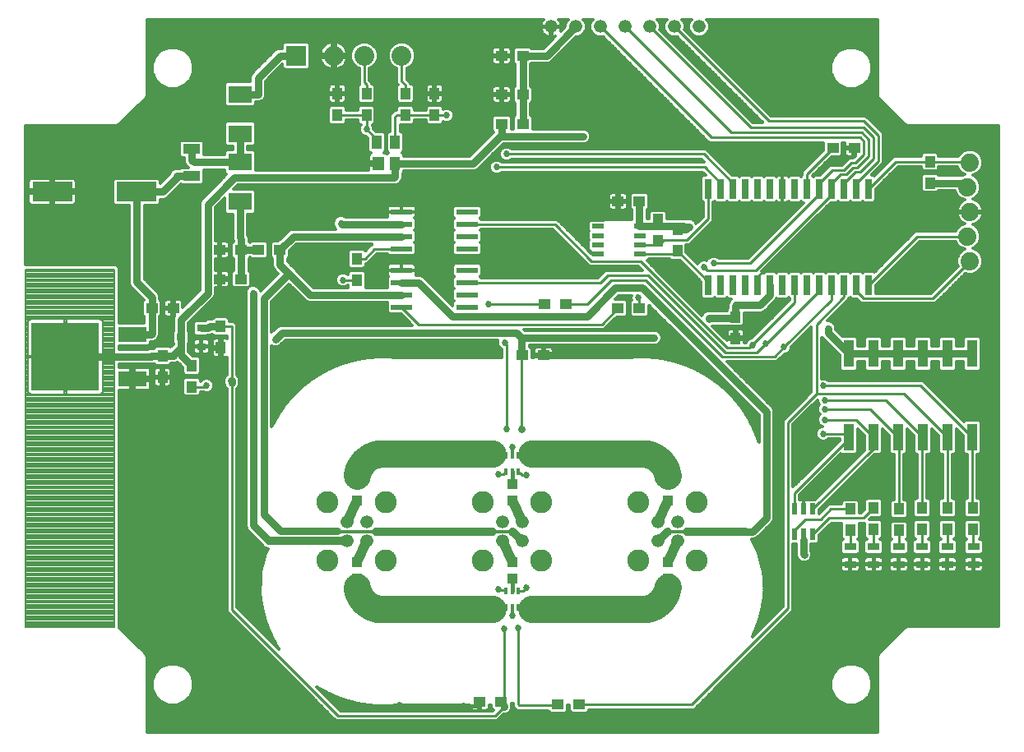
<source format=gtl>
G75*
%MOIN*%
%OFA0B0*%
%FSLAX24Y24*%
%IPPOS*%
%LPD*%
%AMOC8*
5,1,8,0,0,1.08239X$1,22.5*
%
%ADD10C,0.0892*%
%ADD11C,0.0525*%
%ADD12R,0.0709X0.0394*%
%ADD13R,0.0394X0.0472*%
%ADD14C,0.0740*%
%ADD15R,0.0472X0.0394*%
%ADD16R,0.0945X0.0709*%
%ADD17R,0.1614X0.0787*%
%ADD18R,0.0394X0.0567*%
%ADD19R,0.0472X0.0567*%
%ADD20R,0.0800X0.0800*%
%ADD21C,0.0800*%
%ADD22R,0.0354X0.0315*%
%ADD23R,0.0472X0.0197*%
%ADD24R,0.0260X0.0800*%
%ADD25R,0.0440X0.1100*%
%ADD26R,0.0472X0.0315*%
%ADD27R,0.0217X0.0472*%
%ADD28R,0.0157X0.0276*%
%ADD29R,0.0394X0.0433*%
%ADD30R,0.0870X0.0240*%
%ADD31R,0.2756X0.2756*%
%ADD32R,0.1181X0.0630*%
%ADD33C,0.0270*%
%ADD34C,0.0300*%
%ADD35C,0.0120*%
%ADD36C,0.0100*%
%ADD37C,0.0160*%
%ADD38C,0.0080*%
%ADD39C,0.0216*%
%ADD40C,0.0413*%
%ADD41C,0.0320*%
%ADD42C,0.1100*%
D10*
X015121Y009609D03*
X017483Y009609D03*
X017483Y011971D03*
X015121Y011971D03*
X021420Y011971D03*
X023782Y011971D03*
X023782Y009609D03*
X021420Y009609D03*
X027719Y009609D03*
X030081Y009609D03*
X030081Y011971D03*
X027719Y011971D03*
D11*
X028506Y011184D03*
X029294Y011184D03*
X029294Y010396D03*
X028506Y010396D03*
X022995Y010396D03*
X022207Y010396D03*
X022207Y011184D03*
X022995Y011184D03*
X016695Y011184D03*
X015908Y011184D03*
X015908Y010396D03*
X016695Y010396D03*
X024176Y031262D03*
X025176Y031262D03*
X026176Y031262D03*
X027176Y031262D03*
X028176Y031262D03*
X029176Y031262D03*
X030176Y031262D03*
D12*
X009609Y026302D03*
X009609Y025199D03*
D13*
X015514Y027680D03*
X015514Y028546D03*
X016695Y028546D03*
X016695Y027680D03*
X018270Y027680D03*
X018270Y028546D03*
X019451Y028546D03*
X019451Y027680D03*
X016302Y021853D03*
X016302Y020987D03*
X010790Y019097D03*
X010790Y018231D03*
X009609Y017522D03*
X009609Y016656D03*
X008428Y017050D03*
X008428Y017916D03*
X028506Y022562D03*
X029294Y022168D03*
X029294Y023034D03*
X028506Y023428D03*
X031656Y019491D03*
X031656Y018625D03*
X039530Y024924D03*
X039530Y025790D03*
X039215Y011735D03*
X039215Y010869D03*
X038270Y010829D03*
X038270Y011695D03*
X037247Y011735D03*
X037247Y010869D03*
X036302Y010829D03*
X036302Y011695D03*
X040239Y011735D03*
X040239Y010869D03*
X041262Y010869D03*
X041262Y011735D03*
D14*
X041155Y021751D03*
X041055Y022751D03*
X041155Y023751D03*
X041055Y024751D03*
X041155Y025751D03*
D15*
X036459Y026341D03*
X035593Y026341D03*
X027758Y024176D03*
X026892Y024176D03*
X023034Y027325D03*
X022168Y027325D03*
X022168Y028506D03*
X023034Y028506D03*
X023034Y030081D03*
X022168Y030081D03*
X013191Y022207D03*
X012325Y022207D03*
X011617Y022207D03*
X010751Y022207D03*
X010751Y021026D03*
X011617Y021026D03*
X008861Y019845D03*
X007995Y019845D03*
X023004Y017928D03*
X023870Y017928D03*
X023900Y020022D03*
X024766Y020022D03*
X026892Y019845D03*
X027758Y019845D03*
X025317Y003762D03*
X024451Y003762D03*
X022142Y003876D03*
X021276Y003876D03*
D16*
X011577Y024166D03*
X011577Y025760D03*
X011577Y026922D03*
X011577Y028516D03*
D17*
X007384Y024569D03*
X003959Y024569D03*
D18*
X017109Y026577D03*
X017857Y026577D03*
X017857Y025711D03*
D19*
X017188Y025711D03*
D20*
X013850Y030081D03*
D21*
X015368Y030081D03*
X016606Y030081D03*
X018124Y030081D03*
D22*
X010003Y019038D03*
X010003Y018290D03*
X009176Y018664D03*
D23*
X026085Y022040D03*
X026085Y022414D03*
X026085Y022788D03*
X026085Y023162D03*
X027778Y023162D03*
X027778Y022788D03*
X027778Y022414D03*
X027778Y022040D03*
D24*
X030544Y020776D03*
X031044Y020776D03*
X031544Y020776D03*
X032044Y020776D03*
X032544Y020776D03*
X033044Y020776D03*
X033544Y020776D03*
X034044Y020776D03*
X034544Y020776D03*
X035044Y020776D03*
X035544Y020776D03*
X036044Y020776D03*
X036544Y020776D03*
X037044Y020776D03*
X037044Y024682D03*
X036544Y024682D03*
X036044Y024682D03*
X035544Y024682D03*
X035044Y024682D03*
X034544Y024682D03*
X034044Y024682D03*
X033544Y024682D03*
X033044Y024682D03*
X032544Y024682D03*
X032044Y024682D03*
X031544Y024682D03*
X031044Y024682D03*
X030544Y024682D03*
D25*
X036243Y017995D03*
X037243Y017995D03*
X038243Y017995D03*
X039243Y017995D03*
X040243Y017995D03*
X041243Y017995D03*
X041243Y014609D03*
X040243Y014609D03*
X039243Y014609D03*
X038243Y014609D03*
X037243Y014609D03*
X036243Y014609D03*
D26*
X036302Y010160D03*
X037247Y010160D03*
X038270Y010160D03*
X039215Y010160D03*
X040239Y010160D03*
X040239Y009451D03*
X039215Y009451D03*
X038270Y009451D03*
X037247Y009451D03*
X036302Y009451D03*
X041302Y009451D03*
X041302Y010160D03*
D27*
X034786Y010672D03*
X034412Y010672D03*
X034038Y010672D03*
X034038Y011695D03*
X034412Y011695D03*
X034786Y011695D03*
D28*
X022857Y013211D03*
X022601Y013211D03*
X022345Y013211D03*
X022345Y013880D03*
X022601Y013880D03*
X022857Y013880D03*
X022857Y008369D03*
X022601Y008369D03*
X022345Y008369D03*
X022345Y007699D03*
X022601Y007699D03*
X022857Y007699D03*
D29*
X022601Y008861D03*
X022601Y009530D03*
X022601Y012030D03*
X022601Y012699D03*
X028900Y012699D03*
X028900Y012030D03*
X028900Y009550D03*
X028900Y008880D03*
X016302Y008880D03*
X016302Y009550D03*
X016302Y012030D03*
X016302Y012699D03*
D30*
X018121Y019882D03*
X018121Y020382D03*
X018121Y020882D03*
X018121Y021382D03*
X018121Y022245D03*
X018121Y022745D03*
X018121Y023245D03*
X018121Y023745D03*
X020771Y023745D03*
X020771Y023245D03*
X020771Y022745D03*
X020771Y022245D03*
X020771Y021382D03*
X020771Y020882D03*
X020771Y020382D03*
X020771Y019882D03*
D31*
X004491Y017877D03*
D32*
X007207Y018782D03*
X007207Y016971D03*
D33*
X007247Y016302D03*
X008428Y016302D03*
X010220Y016705D03*
X011231Y016818D03*
X010396Y017877D03*
X013011Y018585D03*
X013940Y018270D03*
X014884Y017463D03*
X016105Y017916D03*
X017542Y018034D03*
X019018Y018054D03*
X020475Y018034D03*
X021814Y017995D03*
X022295Y018455D03*
X021636Y020026D03*
X024688Y018073D03*
X025908Y018073D03*
X027148Y018093D03*
X028467Y018093D03*
X028351Y018640D03*
X029884Y017758D03*
X030888Y017030D03*
X032050Y017483D03*
X032765Y016623D03*
X031991Y015908D03*
X032483Y014983D03*
X033625Y015514D03*
X035259Y015321D03*
X035271Y015751D03*
X035276Y016101D03*
X035199Y016695D03*
X033625Y018270D03*
X032889Y018424D03*
X032349Y018335D03*
X031258Y019043D03*
X030571Y019419D03*
X030723Y019818D03*
X031668Y019963D03*
X030372Y021502D03*
X030761Y021664D03*
X030081Y021814D03*
X029773Y023154D03*
X027716Y020275D03*
X025555Y022481D03*
X026144Y024176D03*
X025474Y026815D03*
X022365Y026095D03*
X021968Y025563D03*
X019949Y027662D03*
X019845Y028506D03*
X021420Y028506D03*
X021420Y030081D03*
X016694Y027100D03*
X016302Y025751D03*
X017089Y023782D03*
X015663Y023288D03*
X017089Y021420D03*
X015743Y020991D03*
X014727Y019451D03*
X012116Y020458D03*
X010790Y020632D03*
X009215Y020239D03*
X010790Y022601D03*
X013841Y016695D03*
X013073Y015770D03*
X010396Y014727D03*
X010396Y012758D03*
X010396Y010790D03*
X012384Y009707D03*
X012227Y008270D03*
X012483Y007050D03*
X010790Y006459D03*
X011971Y004884D03*
X013152Y004097D03*
X014727Y002916D03*
X015829Y003802D03*
X016735Y002837D03*
X018054Y003743D03*
X018644Y002817D03*
X020632Y003703D03*
X020869Y002837D03*
X022995Y002916D03*
X024963Y002916D03*
X026932Y002916D03*
X028506Y002916D03*
X030475Y003310D03*
X032443Y003310D03*
X032443Y004884D03*
X033625Y006066D03*
X032719Y007069D03*
X034806Y007247D03*
X032995Y008605D03*
X032680Y010062D03*
X033113Y010908D03*
X034431Y009851D03*
X034412Y012129D03*
X033408Y012877D03*
X033369Y014058D03*
X034806Y013546D03*
X035198Y014746D03*
X035406Y019019D03*
X034412Y022207D03*
X033625Y023782D03*
X035974Y025908D03*
X034018Y026144D03*
X032404Y027483D03*
X031695Y026105D03*
X039530Y021420D03*
X022974Y014939D03*
X022363Y014950D03*
X022601Y014215D03*
X022044Y013114D03*
X023174Y013078D03*
X023179Y008500D03*
X022029Y008452D03*
X022601Y007365D03*
X022836Y006863D03*
X022270Y006853D03*
X010396Y008821D03*
X003310Y023782D03*
X016006Y028526D03*
D34*
X013850Y030081D02*
X013200Y030081D01*
X012300Y029181D01*
X012300Y028516D01*
X011577Y028516D01*
X011577Y026922D02*
X011577Y025760D01*
X009703Y025760D01*
X009609Y025855D01*
X009609Y026302D01*
X009609Y025199D02*
X009004Y025199D01*
X009004Y025132D01*
X008442Y024569D01*
X007384Y024569D01*
X007384Y020902D01*
X007995Y020292D01*
X007995Y019845D01*
X007995Y018806D01*
X007976Y018787D01*
X007207Y018782D01*
X007981Y017916D02*
X007976Y017911D01*
X007976Y017877D01*
X004491Y017877D01*
X007981Y017916D02*
X008428Y017916D01*
X008875Y017916D01*
X008875Y017955D01*
X009176Y018256D01*
X009176Y018664D01*
X009176Y019371D01*
X010260Y020456D01*
X010260Y024056D01*
X011349Y025145D01*
X017825Y025145D01*
X017857Y025178D01*
X017857Y025711D01*
X021001Y025711D01*
X022168Y026878D01*
X022232Y026815D01*
X025474Y026815D01*
X023034Y027325D02*
X023034Y028506D01*
X023034Y030081D01*
X023995Y030081D01*
X025176Y031262D01*
X022168Y027325D02*
X022168Y026878D01*
X018121Y023245D02*
X015707Y023245D01*
X015663Y023288D01*
X013729Y022745D02*
X018121Y022745D01*
X018121Y020882D02*
X018806Y020882D01*
X020181Y019507D01*
X025630Y019507D01*
X026785Y020663D01*
X027875Y020663D01*
X032906Y015631D01*
X032906Y011351D01*
X032345Y010790D01*
X032050Y010790D01*
X034408Y010432D02*
X034408Y009874D01*
X034431Y009851D01*
X036243Y017995D02*
X037243Y017995D01*
X038243Y017995D01*
X039243Y017995D01*
X040243Y017995D01*
X041243Y017995D01*
X036243Y017995D02*
X035406Y018831D01*
X035406Y019019D01*
X033044Y020370D02*
X032637Y019963D01*
X031668Y019963D01*
X031656Y019950D01*
X031656Y019491D01*
X031598Y019433D01*
X030585Y019433D01*
X030571Y019419D01*
X028351Y018640D02*
X022990Y018640D01*
X022990Y017928D01*
X022990Y018640D02*
X022786Y018845D01*
X013271Y018845D01*
X013011Y018585D01*
X012543Y020248D02*
X012543Y011505D01*
X012543Y011461D01*
X013193Y010811D01*
X015509Y010811D01*
X016302Y008880D02*
X016302Y008546D01*
X012758Y010396D02*
X012116Y011038D01*
X012116Y020458D01*
X012543Y020248D02*
X013551Y021256D01*
X013191Y021615D01*
X013191Y022207D01*
X013729Y022745D01*
X012325Y022207D02*
X011617Y022207D01*
X011617Y022654D01*
X011577Y022694D01*
X011577Y024166D01*
X011617Y022207D02*
X011617Y021026D01*
X013551Y021256D02*
X014424Y020382D01*
X018121Y020382D01*
X023870Y017928D02*
X024542Y017928D01*
X024688Y018073D01*
X022990Y014955D02*
X022974Y014939D01*
X033044Y020370D02*
X033044Y020776D01*
X029773Y023154D02*
X029653Y023034D01*
X029294Y023034D01*
X029410Y023162D02*
X029773Y023154D01*
X029410Y023162D02*
X028506Y023162D01*
X028506Y023428D01*
X028506Y023162D02*
X027778Y023162D01*
X027758Y023182D01*
X027758Y024176D01*
X039530Y024924D02*
X040882Y024924D01*
X041055Y024751D01*
X022270Y003720D02*
X022270Y003677D01*
X012543Y011505D02*
X012543Y011505D01*
X011237Y016818D02*
X011237Y016906D01*
X011224Y016906D01*
X011231Y016818D02*
X011237Y016818D01*
X009609Y017522D02*
X009176Y017955D01*
X009176Y018256D01*
X010003Y019038D02*
X010284Y019038D01*
X010343Y019097D01*
X010790Y019097D01*
D35*
X007801Y005713D02*
X007801Y002629D01*
X037401Y002629D01*
X037401Y005713D01*
X032132Y005713D01*
X032014Y005595D02*
X037401Y005595D01*
X037401Y005713D02*
X037445Y005819D01*
X037527Y005901D01*
X038511Y006885D01*
X038618Y006929D01*
X042311Y006929D01*
X042311Y027249D01*
X038618Y027249D01*
X038511Y027293D01*
X037527Y028278D01*
X037445Y028359D01*
X037401Y028466D01*
X037401Y031549D01*
X030486Y031549D01*
X030534Y031502D01*
X030598Y031346D01*
X030598Y031178D01*
X030534Y031023D01*
X030415Y030904D01*
X030260Y030840D01*
X030092Y030840D01*
X029936Y030904D01*
X029818Y031023D01*
X029753Y031178D01*
X029753Y031346D01*
X029818Y031502D01*
X029865Y031549D01*
X029486Y031549D01*
X029534Y031502D01*
X029598Y031346D01*
X029598Y031178D01*
X029586Y031149D01*
X033080Y027655D01*
X036922Y027655D01*
X037045Y027532D01*
X037636Y026941D01*
X037636Y025718D01*
X037513Y025595D01*
X037160Y025242D01*
X037240Y025242D01*
X037274Y025208D01*
X038065Y026000D01*
X039173Y026000D01*
X039173Y026092D01*
X039267Y026186D01*
X039793Y026186D01*
X039887Y026092D01*
X039887Y026000D01*
X040685Y026000D01*
X040706Y026051D01*
X040855Y026200D01*
X041049Y026281D01*
X041260Y026281D01*
X041455Y026200D01*
X041604Y026051D01*
X041685Y025856D01*
X041685Y025645D01*
X041604Y025450D01*
X041455Y025301D01*
X041283Y025230D01*
X041355Y025200D01*
X041504Y025051D01*
X041585Y024856D01*
X041585Y024645D01*
X041504Y024450D01*
X041355Y024301D01*
X041275Y024268D01*
X041279Y024268D01*
X041358Y024242D01*
X041433Y024204D01*
X041500Y024155D01*
X041559Y024096D01*
X041608Y024028D01*
X041646Y023954D01*
X041672Y023875D01*
X041685Y023792D01*
X041685Y023791D01*
X041195Y023791D01*
X041195Y023711D01*
X041685Y023711D01*
X041685Y023709D01*
X041672Y023626D01*
X041646Y023547D01*
X041608Y023473D01*
X041559Y023405D01*
X041500Y023346D01*
X041433Y023297D01*
X041358Y023259D01*
X041279Y023234D01*
X041275Y023233D01*
X041355Y023200D01*
X041504Y023051D01*
X041585Y022856D01*
X041585Y022645D01*
X041504Y022450D01*
X041355Y022301D01*
X041283Y022271D01*
X041455Y022200D01*
X041604Y022051D01*
X041685Y021856D01*
X041685Y021645D01*
X041604Y021450D01*
X041455Y021301D01*
X041260Y021221D01*
X041049Y021221D01*
X040959Y021258D01*
X039861Y020159D01*
X039738Y020036D01*
X036755Y020036D01*
X036575Y020216D01*
X036348Y020216D01*
X036294Y020270D01*
X036254Y020230D01*
X036254Y020209D01*
X035374Y019329D01*
X035468Y019329D01*
X035582Y019282D01*
X035669Y019195D01*
X035716Y019081D01*
X035716Y018960D01*
X035971Y018705D01*
X036529Y018705D01*
X036623Y018611D01*
X036623Y018305D01*
X036863Y018305D01*
X036863Y018611D01*
X036956Y018705D01*
X037529Y018705D01*
X037623Y018611D01*
X037623Y018305D01*
X037863Y018305D01*
X037863Y018611D01*
X037956Y018705D01*
X038529Y018705D01*
X038623Y018611D01*
X038623Y018305D01*
X038863Y018305D01*
X038863Y018611D01*
X038956Y018705D01*
X039529Y018705D01*
X039623Y018611D01*
X039623Y018305D01*
X039863Y018305D01*
X039863Y018611D01*
X039956Y018705D01*
X040529Y018705D01*
X040623Y018611D01*
X040623Y018305D01*
X040863Y018305D01*
X040863Y018611D01*
X040956Y018705D01*
X041529Y018705D01*
X041623Y018611D01*
X041623Y017378D01*
X041529Y017285D01*
X040956Y017285D01*
X040863Y017378D01*
X040863Y017685D01*
X040623Y017685D01*
X040623Y017378D01*
X040529Y017285D01*
X039956Y017285D01*
X039863Y017378D01*
X039863Y017685D01*
X039623Y017685D01*
X039623Y017378D01*
X039529Y017285D01*
X038956Y017285D01*
X038863Y017378D01*
X038863Y017685D01*
X038623Y017685D01*
X038623Y017378D01*
X038529Y017285D01*
X037956Y017285D01*
X037863Y017378D01*
X037863Y017685D01*
X037623Y017685D01*
X037623Y017378D01*
X037529Y017285D01*
X036956Y017285D01*
X036863Y017378D01*
X036863Y017685D01*
X036623Y017685D01*
X036623Y017378D01*
X036529Y017285D01*
X035956Y017285D01*
X035863Y017378D01*
X035863Y017936D01*
X035231Y018568D01*
X035231Y018568D01*
X035143Y018656D01*
X035143Y018656D01*
X035143Y016990D01*
X035258Y016990D01*
X035366Y016946D01*
X035407Y016905D01*
X039243Y016905D01*
X039366Y016782D01*
X040893Y015255D01*
X040956Y015319D01*
X041529Y015319D01*
X041623Y015225D01*
X041623Y013993D01*
X041529Y013899D01*
X041453Y013899D01*
X041453Y012131D01*
X041525Y012131D01*
X041619Y012037D01*
X041619Y011432D01*
X041525Y011339D01*
X040999Y011339D01*
X040906Y011432D01*
X040906Y012037D01*
X040999Y012131D01*
X041033Y012131D01*
X041033Y013899D01*
X040956Y013899D01*
X040863Y013993D01*
X040863Y014692D01*
X040623Y014932D01*
X040623Y013993D01*
X040529Y013899D01*
X040449Y013899D01*
X040449Y012131D01*
X040502Y012131D01*
X040596Y012037D01*
X040596Y011432D01*
X040502Y011339D01*
X039976Y011339D01*
X039882Y011432D01*
X039882Y012037D01*
X039976Y012131D01*
X040029Y012131D01*
X040029Y013899D01*
X039956Y013899D01*
X039863Y013993D01*
X039863Y014692D01*
X039623Y014932D01*
X039623Y013993D01*
X039529Y013899D01*
X039425Y013899D01*
X039425Y012131D01*
X039478Y012131D01*
X039572Y012037D01*
X039572Y011432D01*
X039478Y011339D01*
X038952Y011339D01*
X038858Y011432D01*
X038858Y012037D01*
X038952Y012131D01*
X039005Y012131D01*
X039005Y013899D01*
X038956Y013899D01*
X038863Y013993D01*
X038863Y014692D01*
X038623Y014932D01*
X038623Y013993D01*
X038529Y013899D01*
X038480Y013899D01*
X038480Y012092D01*
X038533Y012092D01*
X038627Y011998D01*
X038627Y011393D01*
X038533Y011299D01*
X038007Y011299D01*
X037913Y011393D01*
X037913Y011998D01*
X038007Y012092D01*
X038060Y012092D01*
X038060Y013899D01*
X037956Y013899D01*
X037863Y013993D01*
X037863Y014692D01*
X037623Y014932D01*
X037623Y013993D01*
X037529Y013899D01*
X037286Y013899D01*
X035054Y011667D01*
X035054Y011525D01*
X035312Y011782D01*
X035435Y011905D01*
X035945Y011905D01*
X035945Y011998D01*
X036039Y012092D01*
X036565Y012092D01*
X036659Y011998D01*
X036659Y011538D01*
X036753Y011538D01*
X036890Y011675D01*
X036890Y012037D01*
X036983Y012131D01*
X037510Y012131D01*
X037603Y012037D01*
X037603Y011432D01*
X037510Y011339D01*
X037147Y011339D01*
X037074Y011265D01*
X037510Y011265D01*
X037603Y011171D01*
X037603Y010566D01*
X037515Y010477D01*
X037549Y010477D01*
X037643Y010384D01*
X037643Y009936D01*
X037549Y009843D01*
X036944Y009843D01*
X036850Y009936D01*
X036850Y010384D01*
X036944Y010477D01*
X036978Y010477D01*
X036890Y010566D01*
X036890Y011118D01*
X036659Y011118D01*
X036659Y010527D01*
X036607Y010475D01*
X036698Y010384D01*
X036698Y009936D01*
X036604Y009843D01*
X035999Y009843D01*
X035906Y009936D01*
X035906Y010384D01*
X035997Y010475D01*
X035945Y010527D01*
X035945Y011118D01*
X035530Y011118D01*
X035054Y010643D01*
X035054Y010369D01*
X034961Y010276D01*
X034718Y010276D01*
X034718Y009968D01*
X034741Y009913D01*
X034741Y009789D01*
X034694Y009675D01*
X034606Y009588D01*
X034492Y009541D01*
X034369Y009541D01*
X034255Y009588D01*
X034232Y009611D01*
X034145Y009698D01*
X034098Y009812D01*
X034098Y010276D01*
X033992Y010276D01*
X033992Y007573D01*
X030094Y003675D01*
X029971Y003552D01*
X025714Y003552D01*
X025714Y003499D01*
X025620Y003405D01*
X025015Y003405D01*
X024921Y003499D01*
X024921Y003730D01*
X024848Y003730D01*
X024848Y003499D01*
X024754Y003405D01*
X024149Y003405D01*
X024055Y003499D01*
X024055Y003519D01*
X022799Y003519D01*
X022676Y003642D01*
X022639Y003680D01*
X022639Y003803D01*
X022601Y003810D01*
X022571Y003804D01*
X022580Y003781D01*
X022580Y003615D01*
X022533Y003501D01*
X022446Y003414D01*
X022332Y003367D01*
X022257Y003367D01*
X021989Y003098D01*
X015464Y003098D01*
X015341Y003221D01*
X011027Y007535D01*
X011027Y016584D01*
X010968Y016643D01*
X010921Y016757D01*
X010921Y016828D01*
X010914Y016844D01*
X010914Y016967D01*
X010961Y017081D01*
X011027Y017147D01*
X011027Y017840D01*
X011008Y017835D01*
X010828Y017835D01*
X010828Y018192D01*
X010751Y018192D01*
X010751Y017835D01*
X010572Y017835D01*
X010531Y017846D01*
X010495Y017867D01*
X010465Y017896D01*
X010444Y017933D01*
X010433Y017974D01*
X010433Y018192D01*
X010751Y018192D01*
X010751Y018269D01*
X010433Y018269D01*
X010433Y018488D01*
X010444Y018529D01*
X010465Y018565D01*
X010495Y018595D01*
X010531Y018616D01*
X010572Y018627D01*
X010751Y018627D01*
X010751Y018269D01*
X010828Y018269D01*
X010828Y018627D01*
X011008Y018627D01*
X011027Y018622D01*
X011027Y018701D01*
X010527Y018701D01*
X010455Y018773D01*
X010346Y018728D01*
X010253Y018728D01*
X010246Y018720D01*
X009759Y018720D01*
X009665Y018814D01*
X009665Y019262D01*
X009759Y019355D01*
X010163Y019355D01*
X010167Y019360D01*
X010281Y019407D01*
X010441Y019407D01*
X010527Y019493D01*
X011053Y019493D01*
X011147Y019400D01*
X011147Y019307D01*
X011324Y019307D01*
X011447Y019184D01*
X011447Y017134D01*
X011500Y017081D01*
X011547Y016967D01*
X011547Y016757D01*
X011500Y016643D01*
X011447Y016590D01*
X011447Y007709D01*
X013149Y006007D01*
X013136Y006032D01*
X013121Y006049D01*
X013118Y006056D01*
X013114Y006061D01*
X013105Y006080D01*
X013086Y006108D01*
X013085Y006108D01*
X013085Y006108D01*
X013070Y006139D01*
X013059Y006154D01*
X013053Y006163D01*
X013051Y006166D01*
X013050Y006168D01*
X013046Y006177D01*
X013038Y006192D01*
X013021Y006217D01*
X013021Y006218D01*
X013020Y006219D01*
X013020Y006220D01*
X013017Y006226D01*
X013004Y006253D01*
X012995Y006267D01*
X012987Y006279D01*
X012985Y006282D01*
X012984Y006284D01*
X012982Y006290D01*
X012973Y006309D01*
X012966Y006320D01*
X012959Y006330D01*
X012958Y006333D01*
X012955Y006337D01*
X012949Y006352D01*
X012946Y006359D01*
X012928Y006388D01*
X012927Y006390D01*
X012926Y006392D01*
X012912Y006425D01*
X012905Y006436D01*
X012897Y006449D01*
X012896Y006452D01*
X012894Y006455D01*
X012890Y006467D01*
X012884Y006482D01*
X012866Y006512D01*
X012866Y006513D01*
X012864Y006515D01*
X012853Y006544D01*
X012853Y006545D01*
X012843Y006560D01*
X012842Y006564D01*
X012838Y006570D01*
X012830Y006594D01*
X012830Y006594D01*
X012813Y006625D01*
X012812Y006627D01*
X012812Y006628D01*
X012812Y006628D01*
X012811Y006629D01*
X012800Y006661D01*
X012794Y006672D01*
X012786Y006685D01*
X012785Y006689D01*
X012783Y006691D01*
X012780Y006702D01*
X012775Y006716D01*
X012760Y006745D01*
X012760Y006747D01*
X012758Y006750D01*
X012748Y006781D01*
X012739Y006798D01*
X012735Y006805D01*
X012735Y006807D01*
X012734Y006809D01*
X012732Y006817D01*
X012725Y006837D01*
X012716Y006857D01*
X012712Y006864D01*
X012711Y006866D01*
X012710Y006868D01*
X012707Y006879D01*
X012702Y006896D01*
X012687Y006928D01*
X012687Y006929D01*
X012686Y006930D01*
X012677Y006963D01*
X012672Y006973D01*
X012666Y006986D01*
X012665Y006990D01*
X012663Y006993D01*
X012660Y007007D01*
X012657Y007017D01*
X012645Y007045D01*
X012645Y007045D01*
X012645Y007046D01*
X012644Y007048D01*
X012641Y007057D01*
X012636Y007080D01*
X012623Y007109D01*
X012622Y007113D01*
X012621Y007113D01*
X012621Y007114D01*
X012621Y007116D01*
X012614Y007144D01*
X012601Y007175D01*
X012601Y007176D01*
X012600Y007178D01*
X012592Y007214D01*
X012591Y007217D01*
X012582Y007237D01*
X012581Y007243D01*
X012580Y007246D01*
X012578Y007257D01*
X012576Y007265D01*
X012565Y007293D01*
X012565Y007295D01*
X012565Y007295D01*
X012558Y007330D01*
X012549Y007354D01*
X012546Y007361D01*
X012546Y007363D01*
X012545Y007364D01*
X012544Y007370D01*
X012540Y007394D01*
X012533Y007414D01*
X012530Y007421D01*
X012530Y007423D01*
X012529Y007426D01*
X012527Y007437D01*
X012523Y007458D01*
X012518Y007473D01*
X012513Y007488D01*
X012512Y007492D01*
X012512Y007494D01*
X012510Y007503D01*
X012508Y007521D01*
X012503Y007536D01*
X012499Y007546D01*
X012499Y007549D01*
X012498Y007552D01*
X012496Y007567D01*
X012494Y007580D01*
X012484Y007614D01*
X012483Y007616D01*
X012479Y007649D01*
X012469Y007683D01*
X012467Y007706D01*
X012457Y007742D01*
X012455Y007767D01*
X012446Y007804D01*
X012444Y007832D01*
X012434Y007874D01*
X012432Y007901D01*
X012423Y007941D01*
X012422Y007966D01*
X012414Y008003D01*
X012414Y008026D01*
X012406Y008062D01*
X012406Y008090D01*
X012398Y008131D01*
X012398Y008155D01*
X012391Y008192D01*
X012392Y008220D01*
X012385Y008261D01*
X012386Y008284D01*
X012380Y008321D01*
X012382Y008349D01*
X012376Y008390D01*
X012400Y008807D01*
X012400Y008833D01*
X012403Y008845D01*
X012403Y008901D01*
X012405Y008910D01*
X012406Y008963D01*
X012409Y008975D01*
X012410Y009031D01*
X012412Y009039D01*
X012415Y009090D01*
X012418Y009103D01*
X012421Y009159D01*
X012615Y009904D01*
X012698Y010076D01*
X012695Y010076D01*
X012577Y010125D01*
X012487Y010215D01*
X012477Y010239D01*
X011854Y010863D01*
X011806Y010977D01*
X011806Y020520D01*
X011854Y020634D01*
X011889Y020669D01*
X011314Y020669D01*
X011220Y020763D01*
X011220Y021289D01*
X011307Y021375D01*
X011307Y021858D01*
X011220Y021944D01*
X011220Y022470D01*
X011301Y022551D01*
X011267Y022632D01*
X011267Y023652D01*
X011039Y023652D01*
X010945Y023745D01*
X010945Y024303D01*
X010570Y023928D01*
X010570Y022564D01*
X010712Y022564D01*
X010712Y022246D01*
X010789Y022246D01*
X010789Y022564D01*
X011008Y022564D01*
X011049Y022553D01*
X011085Y022532D01*
X011115Y022502D01*
X011136Y022466D01*
X011147Y022425D01*
X011147Y022246D01*
X010789Y022246D01*
X010789Y022169D01*
X011147Y022169D01*
X011147Y021989D01*
X011136Y021949D01*
X011115Y021912D01*
X011085Y021882D01*
X011049Y021861D01*
X011008Y021850D01*
X010789Y021850D01*
X010789Y022169D01*
X010712Y022169D01*
X010712Y021850D01*
X010570Y021850D01*
X010570Y021383D01*
X010712Y021383D01*
X010712Y021065D01*
X010789Y021065D01*
X010789Y021383D01*
X011008Y021383D01*
X011049Y021372D01*
X011085Y021351D01*
X011115Y021321D01*
X011136Y021285D01*
X011147Y021244D01*
X011147Y021065D01*
X010789Y021065D01*
X010789Y020988D01*
X011147Y020988D01*
X011147Y020808D01*
X011136Y020768D01*
X011115Y020731D01*
X011085Y020701D01*
X011049Y020680D01*
X011008Y020669D01*
X010789Y020669D01*
X010789Y020988D01*
X010712Y020988D01*
X010712Y020669D01*
X010570Y020669D01*
X010570Y020394D01*
X010523Y020280D01*
X010436Y020193D01*
X009486Y019243D01*
X009486Y018915D01*
X009513Y018888D01*
X009513Y018440D01*
X009486Y018413D01*
X009486Y018084D01*
X009651Y017918D01*
X009872Y017918D01*
X009966Y017825D01*
X009966Y017220D01*
X009872Y017126D01*
X009346Y017126D01*
X009252Y017220D01*
X009252Y017441D01*
X009043Y017650D01*
X008936Y017606D01*
X008777Y017606D01*
X008691Y017520D01*
X008165Y017520D01*
X008094Y017590D01*
X008037Y017567D01*
X006659Y017567D01*
X006659Y017446D01*
X007147Y017446D01*
X007147Y017031D01*
X007267Y017031D01*
X007267Y017446D01*
X007819Y017446D01*
X007860Y017435D01*
X007896Y017414D01*
X007926Y017384D01*
X007947Y017348D01*
X007958Y017307D01*
X007958Y017031D01*
X007267Y017031D01*
X007267Y016911D01*
X007267Y016496D01*
X007819Y016496D01*
X007860Y016507D01*
X007896Y016528D01*
X007926Y016558D01*
X007947Y016594D01*
X007958Y016635D01*
X007958Y016911D01*
X007267Y016911D01*
X007147Y016911D01*
X007147Y016496D01*
X006659Y016496D01*
X006659Y006898D01*
X006691Y006885D01*
X007675Y005901D01*
X007757Y005819D01*
X007801Y005713D01*
X012849Y005713D01*
X012967Y005595D02*
X007801Y005595D01*
X007801Y005476D02*
X013086Y005476D01*
X013204Y005358D02*
X009178Y005358D01*
X009324Y005297D02*
X009017Y005424D01*
X008685Y005424D01*
X008378Y005297D01*
X008143Y005062D01*
X008016Y004755D01*
X008016Y004423D01*
X008143Y004116D01*
X008378Y003881D01*
X008685Y003754D01*
X009017Y003754D01*
X009324Y003881D01*
X009559Y004116D01*
X009686Y004423D01*
X009686Y004755D01*
X009559Y005062D01*
X009324Y005297D01*
X009382Y005239D02*
X013323Y005239D01*
X013441Y005121D02*
X009500Y005121D01*
X009584Y005002D02*
X013560Y005002D01*
X013678Y004884D02*
X009633Y004884D01*
X009682Y004765D02*
X013797Y004765D01*
X013915Y004647D02*
X009686Y004647D01*
X009686Y004528D02*
X014034Y004528D01*
X014152Y004410D02*
X009680Y004410D01*
X009631Y004291D02*
X014271Y004291D01*
X014389Y004173D02*
X009582Y004173D01*
X009497Y004054D02*
X014508Y004054D01*
X014626Y003936D02*
X009378Y003936D01*
X009169Y003817D02*
X014745Y003817D01*
X014863Y003699D02*
X007801Y003699D01*
X007801Y003817D02*
X008533Y003817D01*
X008324Y003936D02*
X007801Y003936D01*
X007801Y004054D02*
X008205Y004054D01*
X008120Y004173D02*
X007801Y004173D01*
X007801Y004291D02*
X008071Y004291D01*
X008022Y004410D02*
X007801Y004410D01*
X007801Y004528D02*
X008016Y004528D01*
X008016Y004647D02*
X007801Y004647D01*
X007801Y004765D02*
X008020Y004765D01*
X008069Y004884D02*
X007801Y004884D01*
X007801Y005002D02*
X008118Y005002D01*
X008202Y005121D02*
X007801Y005121D01*
X007801Y005239D02*
X008320Y005239D01*
X008524Y005358D02*
X007801Y005358D01*
X007744Y005832D02*
X012730Y005832D01*
X012612Y005950D02*
X007626Y005950D01*
X007507Y006069D02*
X012493Y006069D01*
X012375Y006187D02*
X007389Y006187D01*
X007270Y006306D02*
X012256Y006306D01*
X012138Y006424D02*
X007152Y006424D01*
X007033Y006543D02*
X012019Y006543D01*
X011901Y006661D02*
X006915Y006661D01*
X006796Y006780D02*
X011782Y006780D01*
X011664Y006898D02*
X006659Y006898D01*
X006659Y007017D02*
X011545Y007017D01*
X011427Y007135D02*
X006659Y007135D01*
X006659Y007254D02*
X011308Y007254D01*
X011190Y007372D02*
X006659Y007372D01*
X006659Y007491D02*
X011071Y007491D01*
X011027Y007609D02*
X006659Y007609D01*
X006659Y007728D02*
X011027Y007728D01*
X011027Y007846D02*
X006659Y007846D01*
X006659Y007965D02*
X011027Y007965D01*
X011027Y008083D02*
X006659Y008083D01*
X006659Y008202D02*
X011027Y008202D01*
X011027Y008320D02*
X006659Y008320D01*
X006659Y008439D02*
X011027Y008439D01*
X011027Y008557D02*
X006659Y008557D01*
X006659Y008676D02*
X011027Y008676D01*
X011027Y008794D02*
X006659Y008794D01*
X006659Y008913D02*
X011027Y008913D01*
X011027Y009031D02*
X006659Y009031D01*
X006659Y009150D02*
X011027Y009150D01*
X011027Y009268D02*
X006659Y009268D01*
X006659Y009387D02*
X011027Y009387D01*
X011027Y009505D02*
X006659Y009505D01*
X006659Y009624D02*
X011027Y009624D01*
X011027Y009742D02*
X006659Y009742D01*
X006659Y009861D02*
X011027Y009861D01*
X011027Y009979D02*
X006659Y009979D01*
X006659Y010098D02*
X011027Y010098D01*
X011027Y010216D02*
X006659Y010216D01*
X006659Y010335D02*
X011027Y010335D01*
X011027Y010453D02*
X006659Y010453D01*
X006659Y010572D02*
X011027Y010572D01*
X011027Y010690D02*
X006659Y010690D01*
X006659Y010809D02*
X011027Y010809D01*
X011027Y010927D02*
X006659Y010927D01*
X006659Y011046D02*
X011027Y011046D01*
X011027Y011164D02*
X006659Y011164D01*
X006659Y011283D02*
X011027Y011283D01*
X011027Y011401D02*
X006659Y011401D01*
X006659Y011520D02*
X011027Y011520D01*
X011027Y011638D02*
X006659Y011638D01*
X006659Y011757D02*
X011027Y011757D01*
X011027Y011875D02*
X006659Y011875D01*
X006659Y011994D02*
X011027Y011994D01*
X011027Y012112D02*
X006659Y012112D01*
X006659Y012231D02*
X011027Y012231D01*
X011027Y012349D02*
X006659Y012349D01*
X006659Y012468D02*
X011027Y012468D01*
X011027Y012586D02*
X006659Y012586D01*
X006659Y012705D02*
X011027Y012705D01*
X011027Y012823D02*
X006659Y012823D01*
X006659Y012942D02*
X011027Y012942D01*
X011027Y013060D02*
X006659Y013060D01*
X006659Y013179D02*
X011027Y013179D01*
X011027Y013297D02*
X006659Y013297D01*
X006659Y013416D02*
X011027Y013416D01*
X011027Y013534D02*
X006659Y013534D01*
X006659Y013653D02*
X011027Y013653D01*
X011027Y013771D02*
X006659Y013771D01*
X006659Y013890D02*
X011027Y013890D01*
X011027Y014008D02*
X006659Y014008D01*
X006659Y014127D02*
X011027Y014127D01*
X011027Y014245D02*
X006659Y014245D01*
X006659Y014364D02*
X011027Y014364D01*
X011027Y014482D02*
X006659Y014482D01*
X006659Y014601D02*
X011027Y014601D01*
X011027Y014719D02*
X006659Y014719D01*
X006659Y014838D02*
X011027Y014838D01*
X011027Y014956D02*
X006659Y014956D01*
X006659Y015075D02*
X011027Y015075D01*
X011027Y015193D02*
X006659Y015193D01*
X006659Y015312D02*
X011027Y015312D01*
X011027Y015430D02*
X006659Y015430D01*
X006659Y015549D02*
X011027Y015549D01*
X011027Y015667D02*
X006659Y015667D01*
X006659Y015786D02*
X011027Y015786D01*
X011027Y015904D02*
X006659Y015904D01*
X006659Y016023D02*
X011027Y016023D01*
X011027Y016141D02*
X006659Y016141D01*
X006659Y016260D02*
X011027Y016260D01*
X011027Y016378D02*
X009966Y016378D01*
X009966Y016354D02*
X009966Y016446D01*
X010076Y016446D01*
X010162Y016410D01*
X010279Y016410D01*
X010388Y016455D01*
X010471Y016538D01*
X010515Y016647D01*
X010515Y016764D01*
X010471Y016873D01*
X010388Y016956D01*
X010279Y017000D01*
X010162Y017000D01*
X010053Y016956D01*
X009970Y016873D01*
X009968Y016866D01*
X009966Y016866D01*
X009966Y016959D01*
X009872Y017052D01*
X009346Y017052D01*
X009252Y016959D01*
X009252Y016354D01*
X009346Y016260D01*
X009872Y016260D01*
X009966Y016354D01*
X010429Y016497D02*
X011027Y016497D01*
X010996Y016615D02*
X010502Y016615D01*
X010515Y016734D02*
X010931Y016734D01*
X010914Y016852D02*
X010479Y016852D01*
X010351Y016971D02*
X010916Y016971D01*
X010969Y017089D02*
X008785Y017089D01*
X008785Y017088D02*
X008785Y017307D01*
X008774Y017348D01*
X008753Y017384D01*
X008723Y017414D01*
X008686Y017435D01*
X008646Y017446D01*
X008466Y017446D01*
X008466Y017088D01*
X008785Y017088D01*
X008785Y017011D02*
X008785Y016792D01*
X008774Y016752D01*
X008753Y016715D01*
X008723Y016686D01*
X008686Y016664D01*
X008646Y016654D01*
X008466Y016654D01*
X008466Y017011D01*
X008389Y017011D01*
X008389Y016654D01*
X008210Y016654D01*
X008169Y016664D01*
X008133Y016686D01*
X008103Y016715D01*
X008082Y016752D01*
X008071Y016792D01*
X008071Y017011D01*
X008389Y017011D01*
X008389Y017088D01*
X008071Y017088D01*
X008071Y017307D01*
X008082Y017348D01*
X008103Y017384D01*
X008133Y017414D01*
X008169Y017435D01*
X008210Y017446D01*
X008389Y017446D01*
X008389Y017088D01*
X008466Y017088D01*
X008466Y017011D01*
X008785Y017011D01*
X008785Y016971D02*
X009264Y016971D01*
X009252Y016852D02*
X008785Y016852D01*
X008763Y016734D02*
X009252Y016734D01*
X009252Y016615D02*
X007953Y016615D01*
X007958Y016734D02*
X008092Y016734D01*
X008071Y016852D02*
X007958Y016852D01*
X008071Y016971D02*
X007267Y016971D01*
X007267Y017089D02*
X007147Y017089D01*
X007147Y017208D02*
X007267Y017208D01*
X007267Y017326D02*
X007147Y017326D01*
X007147Y017445D02*
X007267Y017445D01*
X007824Y017445D02*
X008205Y017445D01*
X008121Y017563D02*
X006659Y017563D01*
X006659Y018187D02*
X006659Y018307D01*
X007864Y018307D01*
X007958Y018401D01*
X007958Y018476D01*
X007976Y018477D01*
X008037Y018477D01*
X008038Y018477D01*
X008039Y018477D01*
X008095Y018500D01*
X008151Y018524D01*
X008152Y018524D01*
X008153Y018525D01*
X008195Y018568D01*
X008257Y018630D01*
X008839Y018630D01*
X008839Y018748D02*
X008305Y018748D01*
X008305Y018744D02*
X008305Y019496D01*
X008391Y019582D01*
X008391Y020108D01*
X008305Y020194D01*
X008305Y020354D01*
X008257Y020468D01*
X008170Y020555D01*
X007694Y021031D01*
X007694Y024016D01*
X008258Y024016D01*
X008351Y024109D01*
X008351Y024259D01*
X008503Y024259D01*
X008617Y024307D01*
X008704Y024394D01*
X009171Y024860D01*
X009188Y024843D01*
X010029Y024843D01*
X010123Y024936D01*
X010123Y025450D01*
X010945Y025450D01*
X010945Y025340D01*
X011025Y025260D01*
X009997Y024232D01*
X009950Y024118D01*
X009950Y020584D01*
X009257Y019891D01*
X009257Y020063D01*
X009246Y020104D01*
X009225Y020140D01*
X009195Y020170D01*
X009536Y020170D01*
X009418Y020052D02*
X009257Y020052D01*
X009257Y019933D02*
X009299Y019933D01*
X009195Y020170D02*
X009159Y020191D01*
X009118Y020202D01*
X008899Y020202D01*
X008899Y019883D01*
X008822Y019883D01*
X008822Y019807D01*
X008465Y019807D01*
X008465Y019627D01*
X008475Y019586D01*
X008497Y019550D01*
X008526Y019520D01*
X008563Y019499D01*
X008604Y019488D01*
X008822Y019488D01*
X008822Y019807D01*
X008899Y019807D01*
X008899Y019514D01*
X008866Y019433D01*
X008866Y018915D01*
X008839Y018888D01*
X008839Y018440D01*
X008866Y018413D01*
X008866Y018385D01*
X008742Y018261D01*
X008691Y018312D01*
X008165Y018312D01*
X008078Y018226D01*
X007919Y018226D01*
X007824Y018187D01*
X006659Y018187D01*
X006659Y018274D02*
X008127Y018274D01*
X007950Y018393D02*
X008866Y018393D01*
X008839Y018511D02*
X008121Y018511D01*
X008257Y018630D02*
X008305Y018744D01*
X008305Y018867D02*
X008839Y018867D01*
X008866Y018985D02*
X008305Y018985D01*
X008305Y019104D02*
X008866Y019104D01*
X008866Y019222D02*
X008305Y019222D01*
X008305Y019341D02*
X008866Y019341D01*
X008877Y019459D02*
X008305Y019459D01*
X008387Y019578D02*
X008481Y019578D01*
X008465Y019696D02*
X008391Y019696D01*
X008391Y019815D02*
X008822Y019815D01*
X008822Y019883D02*
X008465Y019883D01*
X008465Y020063D01*
X008475Y020104D01*
X008497Y020140D01*
X008526Y020170D01*
X008563Y020191D01*
X008604Y020202D01*
X008822Y020202D01*
X008822Y019883D01*
X008822Y019933D02*
X008899Y019933D01*
X008899Y020052D02*
X008822Y020052D01*
X008822Y020170D02*
X008899Y020170D01*
X008527Y020170D02*
X008329Y020170D01*
X008305Y020289D02*
X009655Y020289D01*
X009773Y020407D02*
X008282Y020407D01*
X008199Y020526D02*
X009892Y020526D01*
X009950Y020644D02*
X008081Y020644D01*
X007962Y020763D02*
X009950Y020763D01*
X009950Y020881D02*
X007844Y020881D01*
X007725Y021000D02*
X009950Y021000D01*
X009950Y021118D02*
X007694Y021118D01*
X007694Y021237D02*
X009950Y021237D01*
X009950Y021355D02*
X007694Y021355D01*
X007694Y021474D02*
X009950Y021474D01*
X009950Y021592D02*
X007694Y021592D01*
X007694Y021711D02*
X009950Y021711D01*
X009950Y021829D02*
X007694Y021829D01*
X007694Y021948D02*
X009950Y021948D01*
X009950Y022066D02*
X007694Y022066D01*
X007694Y022185D02*
X009950Y022185D01*
X009950Y022303D02*
X007694Y022303D01*
X007694Y022422D02*
X009950Y022422D01*
X009950Y022540D02*
X007694Y022540D01*
X007694Y022659D02*
X009950Y022659D01*
X009950Y022777D02*
X007694Y022777D01*
X007694Y022896D02*
X009950Y022896D01*
X009950Y023014D02*
X007694Y023014D01*
X007694Y023133D02*
X009950Y023133D01*
X009950Y023251D02*
X007694Y023251D01*
X007694Y023370D02*
X009950Y023370D01*
X009950Y023488D02*
X007694Y023488D01*
X007694Y023607D02*
X009950Y023607D01*
X009950Y023725D02*
X007694Y023725D01*
X007694Y023844D02*
X009950Y023844D01*
X009950Y023962D02*
X007694Y023962D01*
X008323Y024081D02*
X009950Y024081D01*
X009984Y024199D02*
X008351Y024199D01*
X008628Y024318D02*
X010083Y024318D01*
X010202Y024436D02*
X008747Y024436D01*
X008704Y024394D02*
X008704Y024394D01*
X008865Y024555D02*
X010320Y024555D01*
X010439Y024673D02*
X008984Y024673D01*
X009102Y024792D02*
X010557Y024792D01*
X010676Y024910D02*
X010097Y024910D01*
X010123Y025029D02*
X010794Y025029D01*
X010913Y025147D02*
X010123Y025147D01*
X010123Y025266D02*
X011019Y025266D01*
X010945Y025384D02*
X010123Y025384D01*
X009469Y025556D02*
X009188Y025556D01*
X009141Y025509D01*
X008943Y025509D01*
X008829Y025462D01*
X008742Y025375D01*
X008694Y025261D01*
X008694Y025261D01*
X008351Y024918D01*
X008351Y025029D01*
X008462Y025029D01*
X008351Y025029D02*
X008258Y025123D01*
X006511Y025123D01*
X006417Y025029D01*
X004913Y025029D01*
X004915Y025025D02*
X004894Y025061D01*
X004865Y025091D01*
X004828Y025112D01*
X004787Y025123D01*
X004019Y025123D01*
X004019Y024629D01*
X004926Y024629D01*
X004926Y024984D01*
X004915Y025025D01*
X004926Y024910D02*
X006417Y024910D01*
X006417Y024792D02*
X004926Y024792D01*
X004926Y024673D02*
X006417Y024673D01*
X006417Y024555D02*
X004019Y024555D01*
X004019Y024509D02*
X004019Y024629D01*
X003899Y024629D01*
X003899Y024509D01*
X004019Y024509D01*
X004019Y024016D01*
X004787Y024016D01*
X004828Y024027D01*
X004865Y024048D01*
X004894Y024078D01*
X004915Y024114D01*
X004926Y024155D01*
X004926Y024509D01*
X004019Y024509D01*
X004019Y024436D02*
X003899Y024436D01*
X003899Y024509D02*
X003899Y024016D01*
X003131Y024016D01*
X003090Y024027D01*
X003054Y024048D01*
X003024Y024078D01*
X003003Y024114D01*
X002992Y024155D01*
X002992Y024509D01*
X003899Y024509D01*
X003899Y024555D02*
X002891Y024555D01*
X002891Y024673D02*
X002992Y024673D01*
X002992Y024629D02*
X002992Y024984D01*
X003003Y025025D01*
X003024Y025061D01*
X003054Y025091D01*
X003090Y025112D01*
X003131Y025123D01*
X003899Y025123D01*
X003899Y024629D01*
X002992Y024629D01*
X002992Y024792D02*
X002891Y024792D01*
X002891Y024910D02*
X002992Y024910D01*
X003005Y025029D02*
X002891Y025029D01*
X002891Y025147D02*
X008581Y025147D01*
X008696Y025266D02*
X002891Y025266D01*
X002891Y025384D02*
X008751Y025384D01*
X008927Y025503D02*
X002891Y025503D01*
X002891Y025621D02*
X009404Y025621D01*
X009433Y025592D02*
X009346Y025679D01*
X009299Y025793D01*
X009299Y025945D01*
X009188Y025945D01*
X009094Y026039D01*
X009094Y026565D01*
X009188Y026659D01*
X010029Y026659D01*
X010123Y026565D01*
X010123Y026070D01*
X010945Y026070D01*
X010945Y026181D01*
X011039Y026275D01*
X011267Y026275D01*
X011267Y026407D01*
X011039Y026407D01*
X010945Y026501D01*
X010945Y027342D01*
X011039Y027436D01*
X012116Y027436D01*
X012210Y027342D01*
X012210Y026501D01*
X012116Y026407D01*
X011887Y026407D01*
X011887Y026275D01*
X012116Y026275D01*
X012210Y026181D01*
X012210Y025455D01*
X016791Y025455D01*
X016791Y025653D01*
X017129Y025653D01*
X017129Y025769D01*
X016791Y025769D01*
X016791Y026016D01*
X016802Y026056D01*
X016823Y026093D01*
X016853Y026123D01*
X016872Y026134D01*
X016846Y026134D01*
X016752Y026228D01*
X016752Y026745D01*
X016692Y026805D01*
X016636Y026805D01*
X016527Y026850D01*
X016444Y026933D01*
X016399Y027041D01*
X016399Y027158D01*
X016444Y027267D01*
X016461Y027283D01*
X016432Y027283D01*
X016339Y027377D01*
X016339Y027470D01*
X015871Y027470D01*
X015871Y027377D01*
X015777Y027283D01*
X015251Y027283D01*
X015157Y027377D01*
X015157Y027982D01*
X015251Y028076D01*
X015777Y028076D01*
X015871Y027982D01*
X015871Y027890D01*
X016339Y027890D01*
X016339Y027982D01*
X016432Y028076D01*
X016959Y028076D01*
X017052Y027982D01*
X017052Y027377D01*
X016959Y027283D01*
X016928Y027283D01*
X016944Y027267D01*
X016989Y027158D01*
X016989Y027102D01*
X017070Y027021D01*
X017372Y027021D01*
X017466Y026927D01*
X017466Y026228D01*
X017393Y026155D01*
X017445Y026155D01*
X017486Y026144D01*
X017522Y026123D01*
X017542Y026103D01*
X017583Y026144D01*
X017500Y026228D01*
X017500Y026927D01*
X017594Y027021D01*
X017647Y027021D01*
X017647Y027680D01*
X017733Y027767D01*
X017856Y027890D01*
X017913Y027890D01*
X017913Y027982D01*
X018007Y028076D01*
X018533Y028076D01*
X018627Y027982D01*
X018627Y027890D01*
X019094Y027890D01*
X019094Y027982D01*
X019188Y028076D01*
X019714Y028076D01*
X019808Y027982D01*
X019808Y027923D01*
X019890Y027957D01*
X020008Y027957D01*
X020116Y027912D01*
X020199Y027829D01*
X020244Y027720D01*
X020244Y027603D01*
X020199Y027495D01*
X020116Y027412D01*
X020008Y027367D01*
X019890Y027367D01*
X019808Y027401D01*
X019808Y027377D01*
X019714Y027283D01*
X019188Y027283D01*
X019094Y027377D01*
X019094Y027470D01*
X018627Y027470D01*
X018627Y027377D01*
X018533Y027283D01*
X018067Y027283D01*
X018067Y027021D01*
X018120Y027021D01*
X018214Y026927D01*
X018214Y026228D01*
X018130Y026144D01*
X018214Y026061D01*
X018214Y026021D01*
X020872Y026021D01*
X021842Y026991D01*
X021772Y027062D01*
X021772Y027588D01*
X021865Y027682D01*
X022470Y027682D01*
X022564Y027588D01*
X022564Y027125D01*
X022638Y027125D01*
X022638Y027588D01*
X022724Y027675D01*
X022724Y028157D01*
X022638Y028243D01*
X022638Y028770D01*
X022724Y028856D01*
X022724Y029732D01*
X022638Y029818D01*
X022638Y030344D01*
X022732Y030438D01*
X023337Y030438D01*
X023383Y030391D01*
X023866Y030391D01*
X024354Y030879D01*
X024338Y030871D01*
X024275Y030850D01*
X024209Y030840D01*
X024203Y030840D01*
X024203Y031235D01*
X024148Y031235D01*
X023753Y031235D01*
X023753Y031229D01*
X023764Y031163D01*
X023784Y031100D01*
X023814Y031041D01*
X023853Y030987D01*
X023901Y030940D01*
X023954Y030901D01*
X024014Y030871D01*
X024077Y030850D01*
X024142Y030840D01*
X024148Y030840D01*
X024148Y031235D01*
X024148Y031290D01*
X023753Y031290D01*
X023753Y031296D01*
X023764Y031361D01*
X023784Y031425D01*
X023814Y031484D01*
X023853Y031538D01*
X023865Y031549D01*
X007801Y031549D01*
X007801Y028466D01*
X007757Y028359D01*
X007675Y028278D01*
X007675Y028278D01*
X006691Y027293D01*
X006584Y027249D01*
X002891Y027249D01*
X002891Y021620D01*
X006542Y021620D01*
X006659Y021503D01*
X006659Y019257D01*
X007685Y019257D01*
X007685Y019496D01*
X007598Y019582D01*
X007598Y020108D01*
X007669Y020179D01*
X007122Y020727D01*
X007074Y020841D01*
X007074Y024016D01*
X006511Y024016D01*
X006417Y024109D01*
X006417Y025029D01*
X006417Y024436D02*
X004926Y024436D01*
X004926Y024318D02*
X006417Y024318D01*
X006417Y024199D02*
X004926Y024199D01*
X004896Y024081D02*
X006446Y024081D01*
X007074Y023962D02*
X002891Y023962D01*
X002891Y023844D02*
X007074Y023844D01*
X007074Y023725D02*
X002891Y023725D01*
X002891Y023607D02*
X007074Y023607D01*
X007074Y023488D02*
X002891Y023488D01*
X002891Y023370D02*
X007074Y023370D01*
X007074Y023251D02*
X002891Y023251D01*
X002891Y023133D02*
X007074Y023133D01*
X007074Y023014D02*
X002891Y023014D01*
X002891Y022896D02*
X007074Y022896D01*
X007074Y022777D02*
X002891Y022777D01*
X002891Y022659D02*
X007074Y022659D01*
X007074Y022540D02*
X002891Y022540D01*
X002891Y022422D02*
X007074Y022422D01*
X007074Y022303D02*
X002891Y022303D01*
X002891Y022185D02*
X007074Y022185D01*
X007074Y022066D02*
X002891Y022066D01*
X002891Y021948D02*
X007074Y021948D01*
X007074Y021829D02*
X002891Y021829D01*
X002891Y021711D02*
X007074Y021711D01*
X007074Y021592D02*
X006570Y021592D01*
X006659Y021474D02*
X007074Y021474D01*
X007074Y021355D02*
X006659Y021355D01*
X006659Y021237D02*
X007074Y021237D01*
X007074Y021118D02*
X006659Y021118D01*
X006659Y021000D02*
X007074Y021000D01*
X007074Y020881D02*
X006659Y020881D01*
X006659Y020763D02*
X007107Y020763D01*
X007204Y020644D02*
X006659Y020644D01*
X006659Y020526D02*
X007323Y020526D01*
X007441Y020407D02*
X006659Y020407D01*
X006659Y020289D02*
X007560Y020289D01*
X007660Y020170D02*
X006659Y020170D01*
X006659Y020052D02*
X007598Y020052D01*
X007598Y019933D02*
X006659Y019933D01*
X006659Y019815D02*
X007598Y019815D01*
X007598Y019696D02*
X006659Y019696D01*
X006659Y019578D02*
X007603Y019578D01*
X007685Y019459D02*
X006659Y019459D01*
X006659Y019341D02*
X007685Y019341D01*
X008391Y019933D02*
X008465Y019933D01*
X008465Y020052D02*
X008391Y020052D01*
X008822Y019696D02*
X008899Y019696D01*
X008899Y019578D02*
X008822Y019578D01*
X009486Y019222D02*
X009665Y019222D01*
X009665Y019104D02*
X009486Y019104D01*
X009486Y018985D02*
X009665Y018985D01*
X009665Y018867D02*
X009513Y018867D01*
X009513Y018748D02*
X009731Y018748D01*
X009764Y018596D02*
X009727Y018575D01*
X009697Y018546D01*
X009676Y018509D01*
X009665Y018468D01*
X009665Y018309D01*
X009984Y018309D01*
X009984Y018607D01*
X009804Y018607D01*
X009764Y018596D01*
X009677Y018511D02*
X009513Y018511D01*
X009513Y018630D02*
X011027Y018630D01*
X010828Y018511D02*
X010751Y018511D01*
X010751Y018393D02*
X010828Y018393D01*
X010828Y018274D02*
X010751Y018274D01*
X010751Y018156D02*
X010828Y018156D01*
X010828Y018037D02*
X010751Y018037D01*
X010751Y017919D02*
X010828Y017919D01*
X011027Y017800D02*
X009966Y017800D01*
X009966Y017682D02*
X011027Y017682D01*
X011027Y017563D02*
X009966Y017563D01*
X009966Y017445D02*
X011027Y017445D01*
X011027Y017326D02*
X009966Y017326D01*
X009954Y017208D02*
X011027Y017208D01*
X011447Y017208D02*
X011806Y017208D01*
X011806Y017326D02*
X011447Y017326D01*
X011447Y017445D02*
X011806Y017445D01*
X011806Y017563D02*
X011447Y017563D01*
X011447Y017682D02*
X011806Y017682D01*
X011806Y017800D02*
X011447Y017800D01*
X011447Y017919D02*
X011806Y017919D01*
X011806Y018037D02*
X011447Y018037D01*
X011447Y018156D02*
X011806Y018156D01*
X011806Y018274D02*
X011447Y018274D01*
X011447Y018393D02*
X011806Y018393D01*
X011806Y018511D02*
X011447Y018511D01*
X011447Y018630D02*
X011806Y018630D01*
X011806Y018748D02*
X011447Y018748D01*
X011447Y018867D02*
X011806Y018867D01*
X011806Y018985D02*
X011447Y018985D01*
X011447Y019104D02*
X011806Y019104D01*
X011806Y019222D02*
X011409Y019222D01*
X011147Y019341D02*
X011806Y019341D01*
X011806Y019459D02*
X011087Y019459D01*
X010493Y019459D02*
X009702Y019459D01*
X009744Y019341D02*
X009584Y019341D01*
X009821Y019578D02*
X011806Y019578D01*
X011806Y019696D02*
X009939Y019696D01*
X010058Y019815D02*
X011806Y019815D01*
X011806Y019933D02*
X010176Y019933D01*
X010295Y020052D02*
X011806Y020052D01*
X011806Y020170D02*
X010413Y020170D01*
X010527Y020289D02*
X011806Y020289D01*
X011806Y020407D02*
X010570Y020407D01*
X010570Y020526D02*
X011809Y020526D01*
X011864Y020644D02*
X010570Y020644D01*
X010712Y020763D02*
X010789Y020763D01*
X010789Y020881D02*
X010712Y020881D01*
X010789Y021000D02*
X011220Y021000D01*
X011220Y021118D02*
X011147Y021118D01*
X011147Y021237D02*
X011220Y021237D01*
X011286Y021355D02*
X011078Y021355D01*
X011307Y021474D02*
X010570Y021474D01*
X010570Y021592D02*
X011307Y021592D01*
X011307Y021711D02*
X010570Y021711D01*
X010570Y021829D02*
X011307Y021829D01*
X011220Y021948D02*
X011135Y021948D01*
X011147Y022066D02*
X011220Y022066D01*
X011220Y022185D02*
X010789Y022185D01*
X010789Y022303D02*
X010712Y022303D01*
X010712Y022422D02*
X010789Y022422D01*
X010789Y022540D02*
X010712Y022540D01*
X010570Y022659D02*
X011267Y022659D01*
X011267Y022777D02*
X010570Y022777D01*
X010570Y022896D02*
X011267Y022896D01*
X011267Y023014D02*
X010570Y023014D01*
X010570Y023133D02*
X011267Y023133D01*
X011267Y023251D02*
X010570Y023251D01*
X010570Y023370D02*
X011267Y023370D01*
X011267Y023488D02*
X010570Y023488D01*
X010570Y023607D02*
X011267Y023607D01*
X010965Y023725D02*
X010570Y023725D01*
X010570Y023844D02*
X010945Y023844D01*
X010945Y023962D02*
X010604Y023962D01*
X010723Y024081D02*
X010945Y024081D01*
X010945Y024199D02*
X010841Y024199D01*
X011323Y024680D02*
X011478Y024835D01*
X017886Y024835D01*
X018000Y024883D01*
X018032Y024915D01*
X018120Y025002D01*
X018167Y025116D01*
X018167Y025315D01*
X018214Y025361D01*
X018214Y025401D01*
X021062Y025401D01*
X021176Y025448D01*
X022233Y026505D01*
X025536Y026505D01*
X025649Y026552D01*
X025737Y026639D01*
X025784Y026753D01*
X025784Y026876D01*
X025737Y026990D01*
X025649Y027078D01*
X025536Y027125D01*
X023430Y027125D01*
X023430Y027588D01*
X023344Y027675D01*
X023344Y028157D01*
X023430Y028243D01*
X023430Y028770D01*
X023344Y028856D01*
X023344Y029732D01*
X023383Y029771D01*
X024056Y029771D01*
X024170Y029818D01*
X024257Y029906D01*
X025192Y030840D01*
X025260Y030840D01*
X025415Y030904D01*
X025534Y031023D01*
X025598Y031178D01*
X025598Y031346D01*
X025534Y031502D01*
X025486Y031549D01*
X025865Y031549D01*
X025818Y031502D01*
X025753Y031346D01*
X025753Y031178D01*
X025818Y031023D01*
X025936Y030904D01*
X026092Y030840D01*
X026260Y030840D01*
X026289Y030852D01*
X030588Y026553D01*
X035197Y026553D01*
X035197Y026242D01*
X034334Y025379D01*
X034334Y025228D01*
X034294Y025188D01*
X034240Y025242D01*
X033848Y025242D01*
X033794Y025188D01*
X033772Y025210D01*
X033736Y025231D01*
X033695Y025242D01*
X033549Y025242D01*
X033549Y024687D01*
X033539Y024687D01*
X033539Y025242D01*
X033393Y025242D01*
X033352Y025231D01*
X033316Y025210D01*
X033294Y025188D01*
X033240Y025242D01*
X032848Y025242D01*
X032794Y025188D01*
X032740Y025242D01*
X032348Y025242D01*
X032294Y025188D01*
X032240Y025242D01*
X031848Y025242D01*
X031794Y025188D01*
X031740Y025242D01*
X031513Y025242D01*
X030572Y026182D01*
X030449Y026305D01*
X022573Y026305D01*
X022533Y026345D01*
X022424Y026390D01*
X022307Y026390D01*
X022198Y026345D01*
X022115Y026262D01*
X022070Y026154D01*
X022070Y026036D01*
X022115Y025928D01*
X022198Y025845D01*
X022307Y025800D01*
X022424Y025800D01*
X022533Y025845D01*
X022573Y025885D01*
X030275Y025885D01*
X030387Y025773D01*
X022175Y025773D01*
X022135Y025813D01*
X022027Y025858D01*
X021910Y025858D01*
X021801Y025813D01*
X021718Y025730D01*
X021673Y025622D01*
X021673Y025505D01*
X021718Y025396D01*
X021801Y025313D01*
X021910Y025268D01*
X022027Y025268D01*
X022135Y025313D01*
X022175Y025353D01*
X030316Y025353D01*
X030428Y025242D01*
X030348Y025242D01*
X030254Y025148D01*
X030254Y024215D01*
X030334Y024135D01*
X030334Y023558D01*
X030056Y023280D01*
X030039Y023323D01*
X030037Y023326D01*
X030035Y023329D01*
X029994Y023370D01*
X029954Y023412D01*
X029951Y023414D01*
X029948Y023416D01*
X029895Y023439D01*
X029841Y023462D01*
X029838Y023462D01*
X029834Y023464D01*
X029776Y023464D01*
X029475Y023471D01*
X029471Y023472D01*
X029413Y023472D01*
X029355Y023473D01*
X029352Y023472D01*
X028863Y023472D01*
X028863Y023730D01*
X028770Y023824D01*
X028243Y023824D01*
X028150Y023730D01*
X028150Y023472D01*
X028068Y023472D01*
X028068Y023826D01*
X028155Y023913D01*
X028155Y024439D01*
X028061Y024533D01*
X027456Y024533D01*
X027362Y024439D01*
X027362Y023913D01*
X027448Y023826D01*
X027448Y023459D01*
X026335Y023459D01*
X026296Y023420D01*
X025783Y023420D01*
X025689Y023327D01*
X025689Y022997D01*
X025711Y022975D01*
X025689Y022953D01*
X025689Y022623D01*
X025711Y022601D01*
X025689Y022579D01*
X025689Y022249D01*
X025714Y022224D01*
X025700Y022200D01*
X025694Y022177D01*
X024539Y023332D01*
X024416Y023455D01*
X021343Y023455D01*
X021303Y023495D01*
X021366Y023558D01*
X021366Y023931D01*
X021273Y024025D01*
X020270Y024025D01*
X020176Y023931D01*
X020176Y023558D01*
X020240Y023495D01*
X020176Y023431D01*
X020176Y023058D01*
X020240Y022995D01*
X020176Y022931D01*
X020176Y022558D01*
X020240Y022495D01*
X020176Y022431D01*
X020176Y022058D01*
X020270Y021965D01*
X021273Y021965D01*
X021366Y022058D01*
X021366Y022431D01*
X021303Y022495D01*
X021366Y022558D01*
X021366Y022931D01*
X021303Y022995D01*
X021343Y023035D01*
X024242Y023035D01*
X025738Y021539D01*
X027708Y021539D01*
X027862Y021384D01*
X026380Y021384D01*
X026257Y021261D01*
X026088Y021092D01*
X021343Y021092D01*
X021303Y021132D01*
X021366Y021196D01*
X021366Y021569D01*
X021273Y021662D01*
X020270Y021662D01*
X020176Y021569D01*
X020176Y021196D01*
X020240Y021132D01*
X020176Y021069D01*
X020176Y020696D01*
X020240Y020632D01*
X020176Y020569D01*
X020176Y020196D01*
X020240Y020132D01*
X020176Y020069D01*
X020176Y019951D01*
X018982Y021145D01*
X018868Y021192D01*
X018701Y021192D01*
X018705Y021201D01*
X018716Y021241D01*
X018716Y021382D01*
X018121Y021382D01*
X017526Y021382D01*
X017526Y021241D01*
X017537Y021201D01*
X017558Y021164D01*
X017588Y021134D01*
X017591Y021133D01*
X017526Y021069D01*
X017526Y020696D01*
X017530Y020692D01*
X016659Y020692D01*
X016659Y021289D01*
X016565Y021383D01*
X016039Y021383D01*
X015945Y021289D01*
X015945Y021205D01*
X015910Y021241D01*
X015801Y021286D01*
X015684Y021286D01*
X015575Y021241D01*
X015492Y021158D01*
X015448Y021049D01*
X015448Y020932D01*
X015492Y020823D01*
X015575Y020740D01*
X015684Y020696D01*
X015801Y020696D01*
X015910Y020740D01*
X015945Y020776D01*
X015945Y020692D01*
X014552Y020692D01*
X013813Y021431D01*
X013774Y021471D01*
X013769Y021476D01*
X013726Y021518D01*
X013501Y021743D01*
X013501Y021858D01*
X013588Y021944D01*
X013588Y022165D01*
X013857Y022435D01*
X016913Y022435D01*
X016810Y022332D01*
X016646Y022168D01*
X016565Y022249D01*
X016039Y022249D01*
X015945Y022155D01*
X015945Y021550D01*
X016039Y021457D01*
X016565Y021457D01*
X016659Y021550D01*
X016659Y021643D01*
X016716Y021643D01*
X017107Y022035D01*
X017550Y022035D01*
X017620Y021965D01*
X018623Y021965D01*
X018716Y022058D01*
X018716Y022431D01*
X018653Y022495D01*
X018716Y022558D01*
X018716Y022931D01*
X018653Y022995D01*
X018716Y023058D01*
X018716Y023431D01*
X018652Y023495D01*
X018655Y023497D01*
X018684Y023526D01*
X018705Y023563D01*
X018716Y023604D01*
X018716Y023745D01*
X018716Y023886D01*
X018705Y023926D01*
X018684Y023963D01*
X018655Y023993D01*
X018618Y024014D01*
X018577Y024025D01*
X018121Y024025D01*
X017665Y024025D01*
X017625Y024014D01*
X017588Y023993D01*
X017558Y023963D01*
X017537Y023926D01*
X017526Y023886D01*
X017526Y023745D01*
X018121Y023745D01*
X018121Y024025D01*
X018121Y023745D01*
X018121Y023745D01*
X018121Y023745D01*
X017526Y023745D01*
X017526Y023604D01*
X017537Y023563D01*
X017542Y023555D01*
X015830Y023555D01*
X015725Y023598D01*
X015602Y023598D01*
X015488Y023551D01*
X015401Y023464D01*
X015353Y023350D01*
X015353Y023226D01*
X015401Y023112D01*
X015458Y023055D01*
X013667Y023055D01*
X013553Y023007D01*
X013466Y022920D01*
X013110Y022564D01*
X012889Y022564D01*
X012795Y022470D01*
X012795Y021944D01*
X012881Y021858D01*
X012881Y021676D01*
X012881Y021615D01*
X012881Y021553D01*
X012881Y021553D01*
X012881Y021553D01*
X012904Y021498D01*
X012929Y021439D01*
X012973Y021395D01*
X013016Y021352D01*
X013112Y021256D01*
X012412Y020555D01*
X012379Y020634D01*
X012292Y020721D01*
X012178Y020768D01*
X012055Y020768D01*
X011992Y020742D01*
X012013Y020763D01*
X012013Y021289D01*
X011927Y021375D01*
X011927Y021858D01*
X011966Y021897D01*
X011976Y021897D01*
X012023Y021850D01*
X012628Y021850D01*
X012722Y021944D01*
X012722Y022470D01*
X012628Y022564D01*
X012023Y022564D01*
X011976Y022517D01*
X011966Y022517D01*
X011927Y022557D01*
X011927Y022716D01*
X011887Y022811D01*
X011887Y023652D01*
X012116Y023652D01*
X012210Y023745D01*
X012210Y024587D01*
X012116Y024680D01*
X011323Y024680D01*
X011434Y024792D02*
X030254Y024792D01*
X030254Y024910D02*
X018028Y024910D01*
X018131Y025029D02*
X030254Y025029D01*
X030254Y025147D02*
X018167Y025147D01*
X018167Y025266D02*
X030403Y025266D01*
X030254Y024673D02*
X012123Y024673D01*
X012210Y024555D02*
X030254Y024555D01*
X030254Y024436D02*
X028155Y024436D01*
X028155Y024318D02*
X030254Y024318D01*
X030270Y024199D02*
X028155Y024199D01*
X028155Y024081D02*
X030334Y024081D01*
X030334Y023962D02*
X028155Y023962D01*
X028086Y023844D02*
X030334Y023844D01*
X030334Y023725D02*
X028863Y023725D01*
X028863Y023607D02*
X030334Y023607D01*
X030264Y023488D02*
X028863Y023488D01*
X028150Y023488D02*
X028068Y023488D01*
X028068Y023607D02*
X028150Y023607D01*
X028150Y023725D02*
X028068Y023725D01*
X027448Y023725D02*
X021366Y023725D01*
X021366Y023607D02*
X027448Y023607D01*
X027448Y023488D02*
X021309Y023488D01*
X021366Y023844D02*
X026570Y023844D01*
X026558Y023851D02*
X026594Y023830D01*
X026635Y023819D01*
X026854Y023819D01*
X026854Y024137D01*
X026931Y024137D01*
X026931Y024214D01*
X027289Y024214D01*
X027289Y024394D01*
X027278Y024434D01*
X027257Y024471D01*
X027227Y024501D01*
X027190Y024522D01*
X027150Y024533D01*
X026931Y024533D01*
X026931Y024214D01*
X026854Y024214D01*
X026854Y024137D01*
X026496Y024137D01*
X026496Y023958D01*
X026507Y023917D01*
X026528Y023881D01*
X026558Y023851D01*
X026496Y023962D02*
X021335Y023962D01*
X021322Y023014D02*
X024262Y023014D01*
X024381Y022896D02*
X021366Y022896D01*
X021366Y022777D02*
X024499Y022777D01*
X024618Y022659D02*
X021366Y022659D01*
X021348Y022540D02*
X024736Y022540D01*
X024855Y022422D02*
X021366Y022422D01*
X021366Y022303D02*
X024973Y022303D01*
X025092Y022185D02*
X021366Y022185D01*
X021366Y022066D02*
X025210Y022066D01*
X025329Y021948D02*
X017020Y021948D01*
X016902Y021829D02*
X025447Y021829D01*
X025566Y021711D02*
X016783Y021711D01*
X016659Y021592D02*
X017553Y021592D01*
X017558Y021601D02*
X017537Y021564D01*
X017526Y021524D01*
X017526Y021382D01*
X018121Y021382D01*
X018121Y021382D01*
X018121Y021382D01*
X018121Y021662D01*
X017665Y021662D01*
X017625Y021652D01*
X017588Y021630D01*
X017558Y021601D01*
X017526Y021474D02*
X016582Y021474D01*
X016593Y021355D02*
X017526Y021355D01*
X017528Y021237D02*
X016659Y021237D01*
X016659Y021118D02*
X017576Y021118D01*
X017526Y021000D02*
X016659Y021000D01*
X016659Y020881D02*
X017526Y020881D01*
X017526Y020763D02*
X016659Y020763D01*
X015945Y020763D02*
X015932Y020763D01*
X015553Y020763D02*
X014482Y020763D01*
X014363Y020881D02*
X015469Y020881D01*
X015448Y021000D02*
X014245Y021000D01*
X014126Y021118D02*
X015476Y021118D01*
X015571Y021237D02*
X014008Y021237D01*
X013889Y021355D02*
X016011Y021355D01*
X016022Y021474D02*
X013771Y021474D01*
X013813Y021431D02*
X013813Y021431D01*
X013813Y021431D01*
X013813Y021431D01*
X013726Y021518D02*
X013726Y021518D01*
X013726Y021518D01*
X013726Y021518D01*
X013652Y021592D02*
X015945Y021592D01*
X015945Y021711D02*
X013534Y021711D01*
X013501Y021829D02*
X015945Y021829D01*
X015945Y021948D02*
X013588Y021948D01*
X013588Y022066D02*
X015945Y022066D01*
X015974Y022185D02*
X013607Y022185D01*
X013726Y022303D02*
X016782Y022303D01*
X016663Y022185D02*
X016629Y022185D01*
X016900Y022422D02*
X013844Y022422D01*
X013441Y022896D02*
X011887Y022896D01*
X011887Y023014D02*
X013569Y023014D01*
X013323Y022777D02*
X011901Y022777D01*
X011927Y022659D02*
X013204Y022659D01*
X012865Y022540D02*
X012652Y022540D01*
X012722Y022422D02*
X012795Y022422D01*
X012795Y022303D02*
X012722Y022303D01*
X012722Y022185D02*
X012795Y022185D01*
X012795Y022066D02*
X012722Y022066D01*
X012722Y021948D02*
X012795Y021948D01*
X012881Y021829D02*
X011927Y021829D01*
X011927Y021711D02*
X012881Y021711D01*
X012881Y021676D02*
X012881Y021676D01*
X012881Y021592D02*
X011927Y021592D01*
X011927Y021474D02*
X012914Y021474D01*
X012929Y021439D02*
X012929Y021439D01*
X012929Y021439D01*
X013013Y021355D02*
X011947Y021355D01*
X012013Y021237D02*
X013093Y021237D01*
X013016Y021352D02*
X013016Y021352D01*
X012975Y021118D02*
X012013Y021118D01*
X012013Y021000D02*
X012856Y021000D01*
X012738Y020881D02*
X012013Y020881D01*
X012013Y020763D02*
X012042Y020763D01*
X012191Y020763D02*
X012619Y020763D01*
X012501Y020644D02*
X012369Y020644D01*
X012853Y020120D02*
X012853Y018865D01*
X013095Y019107D01*
X013209Y019155D01*
X018552Y019155D01*
X018104Y019602D01*
X017620Y019602D01*
X017526Y019696D01*
X017526Y020069D01*
X017530Y020072D01*
X014485Y020072D01*
X014485Y020072D01*
X014423Y020072D01*
X014362Y020072D01*
X014362Y020072D01*
X014362Y020072D01*
X014291Y020102D01*
X014248Y020120D01*
X014248Y020120D01*
X014193Y020175D01*
X014161Y020207D01*
X014161Y020207D01*
X013551Y020817D01*
X012853Y020120D01*
X012853Y020052D02*
X017526Y020052D01*
X017526Y019933D02*
X012853Y019933D01*
X012853Y019815D02*
X017526Y019815D01*
X017526Y019696D02*
X012853Y019696D01*
X012853Y019578D02*
X018129Y019578D01*
X018248Y019459D02*
X012853Y019459D01*
X012853Y019341D02*
X018366Y019341D01*
X018485Y019222D02*
X012853Y019222D01*
X012853Y019104D02*
X013091Y019104D01*
X012973Y018985D02*
X012853Y018985D01*
X012853Y018867D02*
X012854Y018867D01*
X012853Y018314D02*
X012853Y015036D01*
X012857Y015043D01*
X012858Y015046D01*
X012866Y015068D01*
X012869Y015073D01*
X012871Y015078D01*
X012881Y015093D01*
X012882Y015096D01*
X012895Y015128D01*
X012896Y015129D01*
X012897Y015130D01*
X012914Y015158D01*
X012924Y015184D01*
X012926Y015187D01*
X012926Y015188D01*
X012926Y015188D01*
X012928Y015190D01*
X012944Y015216D01*
X012951Y015235D01*
X012957Y015244D01*
X012961Y015254D01*
X012971Y015268D01*
X012984Y015297D01*
X012987Y015301D01*
X012988Y015304D01*
X013007Y015333D01*
X013021Y015361D01*
X013021Y015362D01*
X013023Y015365D01*
X013040Y015391D01*
X013046Y015404D01*
X013050Y015412D01*
X013051Y015414D01*
X013053Y015417D01*
X013060Y015426D01*
X013071Y015443D01*
X013074Y015448D01*
X013082Y015467D01*
X013086Y015471D01*
X013088Y015476D01*
X013100Y015492D01*
X013102Y015494D01*
X013116Y015521D01*
X013117Y015524D01*
X013118Y015525D01*
X013119Y015526D01*
X013123Y015531D01*
X013137Y015550D01*
X013153Y015580D01*
X013155Y015582D01*
X013156Y015585D01*
X013176Y015611D01*
X013187Y015631D01*
X013189Y015636D01*
X013190Y015637D01*
X013191Y015638D01*
X013193Y015641D01*
X013210Y015662D01*
X013211Y015665D01*
X013219Y015681D01*
X013222Y015685D01*
X013226Y015691D01*
X013243Y015710D01*
X013262Y015744D01*
X013263Y015744D01*
X013263Y015745D01*
X013285Y015772D01*
X013302Y015799D01*
X013303Y015802D01*
X013324Y015827D01*
X013327Y015832D01*
X013335Y015845D01*
X013337Y015848D01*
X013340Y015852D01*
X013353Y015866D01*
X013354Y015868D01*
X013372Y015896D01*
X013375Y015899D01*
X013376Y015900D01*
X013401Y015928D01*
X013403Y015931D01*
X013414Y015950D01*
X013418Y015954D01*
X013421Y015958D01*
X013436Y015974D01*
X013442Y015980D01*
X013452Y015996D01*
X013461Y016010D01*
X013482Y016032D01*
X013491Y016045D01*
X013495Y016051D01*
X013496Y016053D01*
X013498Y016055D01*
X013507Y016064D01*
X013518Y016075D01*
X013539Y016104D01*
X013539Y016105D01*
X013539Y016105D01*
X013563Y016128D01*
X013575Y016145D01*
X013579Y016152D01*
X013581Y016153D01*
X013582Y016155D01*
X013591Y016163D01*
X013607Y016179D01*
X013626Y016203D01*
X013630Y016210D01*
X013653Y016232D01*
X013658Y016239D01*
X013666Y016249D01*
X013669Y016252D01*
X013671Y016255D01*
X013682Y016264D01*
X013687Y016269D01*
X013708Y016295D01*
X013711Y016298D01*
X013713Y016300D01*
X013739Y016324D01*
X013748Y016335D01*
X013756Y016345D01*
X013758Y016347D01*
X013761Y016350D01*
X013772Y016359D01*
X013785Y016371D01*
X013791Y016379D01*
X013804Y016394D01*
X013808Y016398D01*
X013810Y016400D01*
X013819Y016407D01*
X013827Y016414D01*
X013848Y016438D01*
X013852Y016442D01*
X013873Y016460D01*
X013897Y016486D01*
X013897Y016487D01*
X013898Y016487D01*
X013921Y016506D01*
X013942Y016529D01*
X013947Y016533D01*
X013972Y016553D01*
X013981Y016563D01*
X013994Y016577D01*
X013998Y016580D01*
X013999Y016581D01*
X014004Y016585D01*
X014017Y016595D01*
X014038Y016617D01*
X014039Y016617D01*
X014039Y016618D01*
X014066Y016638D01*
X014077Y016649D01*
X014085Y016658D01*
X014087Y016660D01*
X014090Y016663D01*
X014104Y016672D01*
X014112Y016678D01*
X014137Y016702D01*
X014139Y016704D01*
X014140Y016705D01*
X014170Y016727D01*
X014187Y016744D01*
X014193Y016748D01*
X014197Y016752D01*
X014214Y016762D01*
X014229Y016777D01*
X014234Y016782D01*
X014235Y016783D01*
X014238Y016785D01*
X014252Y016794D01*
X014264Y016802D01*
X014287Y016823D01*
X014291Y016827D01*
X014292Y016828D01*
X014292Y016828D01*
X014294Y016829D01*
X014318Y016845D01*
X014342Y016866D01*
X014344Y016867D01*
X014346Y016869D01*
X014374Y016887D01*
X014379Y016891D01*
X014390Y016902D01*
X014393Y016904D01*
X014397Y016907D01*
X014413Y016916D01*
X014419Y016920D01*
X014446Y016943D01*
X014448Y016944D01*
X014477Y016961D01*
X014486Y016969D01*
X014498Y016979D01*
X014502Y016982D01*
X014505Y016984D01*
X014517Y016991D01*
X014527Y016996D01*
X014554Y017018D01*
X014556Y017019D01*
X014559Y017021D01*
X014588Y017038D01*
X014604Y017051D01*
X014609Y017054D01*
X014613Y017057D01*
X014632Y017067D01*
X014635Y017068D01*
X014657Y017085D01*
X014662Y017089D01*
X014663Y017090D01*
X014664Y017091D01*
X014669Y017093D01*
X014690Y017104D01*
X014716Y017123D01*
X014718Y017124D01*
X014748Y017140D01*
X014757Y017146D01*
X014770Y017156D01*
X014774Y017158D01*
X014778Y017161D01*
X014792Y017167D01*
X014801Y017172D01*
X014830Y017192D01*
X014832Y017193D01*
X014834Y017194D01*
X014859Y017207D01*
X014882Y017222D01*
X014891Y017226D01*
X014914Y017237D01*
X014932Y017249D01*
X014941Y017255D01*
X014944Y017256D01*
X014946Y017258D01*
X014955Y017261D01*
X014976Y017271D01*
X014987Y017278D01*
X015001Y017288D01*
X015006Y017290D01*
X015007Y017291D01*
X015015Y017294D01*
X015029Y017300D01*
X015055Y017316D01*
X015061Y017319D01*
X015086Y017329D01*
X015117Y017348D01*
X015120Y017349D01*
X015124Y017351D01*
X015151Y017362D01*
X015152Y017363D01*
X015164Y017371D01*
X015168Y017372D01*
X015174Y017376D01*
X015200Y017385D01*
X015204Y017386D01*
X015219Y017395D01*
X015235Y017405D01*
X015239Y017406D01*
X015241Y017407D01*
X015248Y017410D01*
X015263Y017415D01*
X015290Y017430D01*
X015295Y017432D01*
X015322Y017441D01*
X015353Y017458D01*
X015355Y017459D01*
X015357Y017460D01*
X015386Y017470D01*
X015412Y017483D01*
X015412Y017483D01*
X015412Y017483D01*
X015412Y017483D01*
X015413Y017484D01*
X015442Y017493D01*
X015463Y017504D01*
X015467Y017506D01*
X015468Y017507D01*
X015471Y017508D01*
X015483Y017511D01*
X015504Y017518D01*
X015526Y017530D01*
X015533Y017532D01*
X015540Y017535D01*
X015559Y017540D01*
X015590Y017555D01*
X015592Y017555D01*
X015592Y017555D01*
X015624Y017565D01*
X015655Y017578D01*
X015658Y017579D01*
X015661Y017581D01*
X015690Y017589D01*
X015705Y017596D01*
X015712Y017598D01*
X015720Y017601D01*
X015742Y017606D01*
X015776Y017620D01*
X015780Y017621D01*
X015785Y017623D01*
X015816Y017631D01*
X015832Y017638D01*
X015842Y017641D01*
X015851Y017644D01*
X015866Y017647D01*
X015894Y017658D01*
X015898Y017659D01*
X015900Y017660D01*
X015935Y017667D01*
X015956Y017675D01*
X015965Y017679D01*
X015968Y017680D01*
X015969Y017680D01*
X015973Y017681D01*
X015997Y017685D01*
X016024Y017695D01*
X016025Y017696D01*
X016025Y017696D01*
X016026Y017696D01*
X016030Y017697D01*
X016063Y017703D01*
X016080Y017709D01*
X016094Y017714D01*
X016097Y017715D01*
X016098Y017715D01*
X016101Y017715D01*
X016126Y017720D01*
X016139Y017724D01*
X016150Y017728D01*
X016153Y017729D01*
X016156Y017730D01*
X016168Y017731D01*
X016182Y017734D01*
X016214Y017744D01*
X016217Y017744D01*
X016219Y017745D01*
X016248Y017749D01*
X016276Y017758D01*
X016282Y017759D01*
X016310Y017763D01*
X016345Y017773D01*
X016346Y017773D01*
X016346Y017773D01*
X016382Y017777D01*
X016402Y017784D01*
X016411Y017785D01*
X016418Y017787D01*
X016434Y017788D01*
X016463Y017796D01*
X016469Y017796D01*
X016473Y017797D01*
X016509Y017801D01*
X016530Y017807D01*
X016539Y017807D01*
X016547Y017809D01*
X016564Y017810D01*
X016595Y017817D01*
X016598Y017817D01*
X016599Y017818D01*
X016633Y017820D01*
X016665Y017827D01*
X016667Y017827D01*
X016668Y017828D01*
X016702Y017830D01*
X016715Y017833D01*
X016727Y017835D01*
X016730Y017836D01*
X016733Y017836D01*
X016745Y017836D01*
X016761Y017837D01*
X016795Y017844D01*
X016796Y017844D01*
X016796Y017844D01*
X016832Y017845D01*
X016834Y017845D01*
X016855Y017850D01*
X016860Y017850D01*
X016866Y017851D01*
X016886Y017850D01*
X016889Y017850D01*
X016923Y017856D01*
X016924Y017856D01*
X016924Y017856D01*
X016960Y017856D01*
X016962Y017857D01*
X016983Y017861D01*
X016988Y017861D01*
X016994Y017862D01*
X017016Y017861D01*
X017017Y017861D01*
X017052Y017865D01*
X017053Y017865D01*
X017089Y017865D01*
X017113Y017868D01*
X017122Y017869D01*
X017124Y017869D01*
X017125Y017869D01*
X017125Y017869D01*
X017152Y017868D01*
X017181Y017871D01*
X017185Y017871D01*
X017217Y017870D01*
X017242Y017872D01*
X017250Y017873D01*
X017252Y017873D01*
X017253Y017873D01*
X017257Y017873D01*
X017280Y017871D01*
X017311Y017874D01*
X017318Y017873D01*
X017345Y017871D01*
X017377Y017874D01*
X017380Y017874D01*
X017381Y017874D01*
X017381Y017874D01*
X017383Y017874D01*
X017416Y017871D01*
X017439Y017873D01*
X017445Y017872D01*
X017451Y017873D01*
X017474Y017870D01*
X017504Y017871D01*
X017508Y017871D01*
X017509Y017871D01*
X017510Y017871D01*
X017515Y017871D01*
X017545Y017867D01*
X017572Y017868D01*
X017579Y017869D01*
X017609Y017865D01*
X017639Y017865D01*
X017666Y017860D01*
X017708Y017861D01*
X017730Y017856D01*
X017767Y017856D01*
X017794Y017851D01*
X017836Y017850D01*
X017837Y017850D01*
X022159Y017850D01*
X022159Y018192D01*
X022128Y018205D01*
X022045Y018288D01*
X022000Y018396D01*
X022000Y018513D01*
X022008Y018535D01*
X013399Y018535D01*
X013186Y018322D01*
X013072Y018275D01*
X012949Y018275D01*
X012853Y018314D01*
X012853Y018274D02*
X022058Y018274D01*
X022001Y018393D02*
X013257Y018393D01*
X013376Y018511D02*
X022000Y018511D01*
X022159Y018156D02*
X012853Y018156D01*
X012853Y018037D02*
X022159Y018037D01*
X022159Y017919D02*
X012853Y017919D01*
X012853Y017800D02*
X016504Y017800D01*
X015978Y017682D02*
X012853Y017682D01*
X012853Y017563D02*
X015620Y017563D01*
X015328Y017445D02*
X012853Y017445D01*
X012853Y017326D02*
X015079Y017326D01*
X014861Y017208D02*
X012853Y017208D01*
X012853Y017089D02*
X014662Y017089D01*
X014488Y016971D02*
X012853Y016971D01*
X012853Y016852D02*
X014326Y016852D01*
X014177Y016734D02*
X012853Y016734D01*
X012853Y016615D02*
X014036Y016615D01*
X013909Y016497D02*
X012853Y016497D01*
X012853Y016378D02*
X013791Y016378D01*
X013677Y016260D02*
X012853Y016260D01*
X012853Y016141D02*
X013572Y016141D01*
X013473Y016023D02*
X012853Y016023D01*
X012853Y015904D02*
X013379Y015904D01*
X013293Y015786D02*
X012853Y015786D01*
X012853Y015667D02*
X013212Y015667D01*
X013136Y015549D02*
X012853Y015549D01*
X012853Y015430D02*
X013062Y015430D01*
X012993Y015312D02*
X012853Y015312D01*
X012853Y015193D02*
X012929Y015193D01*
X012870Y015075D02*
X012853Y015075D01*
X011806Y015075D02*
X011447Y015075D01*
X011447Y015193D02*
X011806Y015193D01*
X011806Y015312D02*
X011447Y015312D01*
X011447Y015430D02*
X011806Y015430D01*
X011806Y015549D02*
X011447Y015549D01*
X011447Y015667D02*
X011806Y015667D01*
X011806Y015786D02*
X011447Y015786D01*
X011447Y015904D02*
X011806Y015904D01*
X011806Y016023D02*
X011447Y016023D01*
X011447Y016141D02*
X011806Y016141D01*
X011806Y016260D02*
X011447Y016260D01*
X011447Y016378D02*
X011806Y016378D01*
X011806Y016497D02*
X011447Y016497D01*
X011472Y016615D02*
X011806Y016615D01*
X011806Y016734D02*
X011537Y016734D01*
X011547Y016852D02*
X011806Y016852D01*
X011806Y016971D02*
X011545Y016971D01*
X011492Y017089D02*
X011806Y017089D01*
X010452Y017919D02*
X009651Y017919D01*
X009727Y018004D02*
X009764Y017983D01*
X009804Y017972D01*
X009984Y017972D01*
X009984Y018271D01*
X010021Y018271D01*
X010021Y017972D01*
X010201Y017972D01*
X010241Y017983D01*
X010278Y018004D01*
X010308Y018034D01*
X010329Y018071D01*
X010340Y018111D01*
X010340Y018271D01*
X010021Y018271D01*
X010021Y018309D01*
X009984Y018309D01*
X009984Y018271D01*
X009665Y018271D01*
X009665Y018111D01*
X009676Y018071D01*
X009697Y018034D01*
X009727Y018004D01*
X009696Y018037D02*
X009532Y018037D01*
X009486Y018156D02*
X009665Y018156D01*
X009486Y018274D02*
X009984Y018274D01*
X010021Y018274D02*
X010433Y018274D01*
X010340Y018309D02*
X010340Y018468D01*
X010329Y018509D01*
X010308Y018546D01*
X010278Y018575D01*
X010241Y018596D01*
X010201Y018607D01*
X010021Y018607D01*
X010021Y018309D01*
X010340Y018309D01*
X010340Y018393D02*
X010433Y018393D01*
X010439Y018511D02*
X010328Y018511D01*
X010394Y018748D02*
X010479Y018748D01*
X010021Y018511D02*
X009984Y018511D01*
X009984Y018393D02*
X010021Y018393D01*
X010021Y018156D02*
X009984Y018156D01*
X009984Y018037D02*
X010021Y018037D01*
X010309Y018037D02*
X010433Y018037D01*
X010433Y018156D02*
X010340Y018156D01*
X009665Y018393D02*
X009486Y018393D01*
X008755Y018274D02*
X008729Y018274D01*
X008734Y017563D02*
X009129Y017563D01*
X009248Y017445D02*
X008651Y017445D01*
X008779Y017326D02*
X009252Y017326D01*
X009264Y017208D02*
X008785Y017208D01*
X008466Y017208D02*
X008389Y017208D01*
X008389Y017326D02*
X008466Y017326D01*
X008466Y017445D02*
X008389Y017445D01*
X008076Y017326D02*
X007953Y017326D01*
X007958Y017208D02*
X008071Y017208D01*
X008071Y017089D02*
X007958Y017089D01*
X008389Y017089D02*
X008466Y017089D01*
X008466Y016971D02*
X008389Y016971D01*
X008389Y016852D02*
X008466Y016852D01*
X008466Y016734D02*
X008389Y016734D01*
X007821Y016497D02*
X009252Y016497D01*
X009252Y016378D02*
X006659Y016378D01*
X007147Y016497D02*
X007267Y016497D01*
X007267Y016615D02*
X007147Y016615D01*
X007147Y016734D02*
X007267Y016734D01*
X007267Y016852D02*
X007147Y016852D01*
X009954Y016971D02*
X010090Y016971D01*
X011447Y014956D02*
X011806Y014956D01*
X011806Y014838D02*
X011447Y014838D01*
X011447Y014719D02*
X011806Y014719D01*
X011806Y014601D02*
X011447Y014601D01*
X011447Y014482D02*
X011806Y014482D01*
X011806Y014364D02*
X011447Y014364D01*
X011447Y014245D02*
X011806Y014245D01*
X011806Y014127D02*
X011447Y014127D01*
X011447Y014008D02*
X011806Y014008D01*
X011806Y013890D02*
X011447Y013890D01*
X011447Y013771D02*
X011806Y013771D01*
X011806Y013653D02*
X011447Y013653D01*
X011447Y013534D02*
X011806Y013534D01*
X011806Y013416D02*
X011447Y013416D01*
X011447Y013297D02*
X011806Y013297D01*
X011806Y013179D02*
X011447Y013179D01*
X011447Y013060D02*
X011806Y013060D01*
X011806Y012942D02*
X011447Y012942D01*
X011447Y012823D02*
X011806Y012823D01*
X011806Y012705D02*
X011447Y012705D01*
X011447Y012586D02*
X011806Y012586D01*
X011806Y012468D02*
X011447Y012468D01*
X011447Y012349D02*
X011806Y012349D01*
X011806Y012231D02*
X011447Y012231D01*
X011447Y012112D02*
X011806Y012112D01*
X011806Y011994D02*
X011447Y011994D01*
X011447Y011875D02*
X011806Y011875D01*
X011806Y011757D02*
X011447Y011757D01*
X011447Y011638D02*
X011806Y011638D01*
X011806Y011520D02*
X011447Y011520D01*
X011447Y011401D02*
X011806Y011401D01*
X011806Y011283D02*
X011447Y011283D01*
X011447Y011164D02*
X011806Y011164D01*
X011806Y011046D02*
X011447Y011046D01*
X011447Y010927D02*
X011827Y010927D01*
X011908Y010809D02*
X011447Y010809D01*
X011447Y010690D02*
X012026Y010690D01*
X012145Y010572D02*
X011447Y010572D01*
X011447Y010453D02*
X012263Y010453D01*
X012382Y010335D02*
X011447Y010335D01*
X011447Y010216D02*
X012487Y010216D01*
X012643Y010098D02*
X011447Y010098D01*
X011447Y009979D02*
X012651Y009979D01*
X012604Y009861D02*
X011447Y009861D01*
X011447Y009742D02*
X012573Y009742D01*
X012542Y009624D02*
X011447Y009624D01*
X011447Y009505D02*
X012511Y009505D01*
X012480Y009387D02*
X011447Y009387D01*
X011447Y009268D02*
X012449Y009268D01*
X012420Y009150D02*
X011447Y009150D01*
X011447Y009031D02*
X012410Y009031D01*
X012405Y008913D02*
X011447Y008913D01*
X011447Y008794D02*
X012400Y008794D01*
X012393Y008676D02*
X011447Y008676D01*
X011447Y008557D02*
X012386Y008557D01*
X012379Y008439D02*
X011447Y008439D01*
X011447Y008320D02*
X012381Y008320D01*
X012392Y008202D02*
X011447Y008202D01*
X011447Y008083D02*
X012406Y008083D01*
X012422Y007965D02*
X011447Y007965D01*
X011447Y007846D02*
X012440Y007846D01*
X012461Y007728D02*
X011447Y007728D01*
X011547Y007609D02*
X012485Y007609D01*
X012513Y007491D02*
X011665Y007491D01*
X011784Y007372D02*
X012544Y007372D01*
X012578Y007254D02*
X011902Y007254D01*
X012021Y007135D02*
X012616Y007135D01*
X012657Y007017D02*
X012139Y007017D01*
X012258Y006898D02*
X012701Y006898D01*
X012748Y006780D02*
X012376Y006780D01*
X012495Y006661D02*
X012800Y006661D01*
X012854Y006543D02*
X012613Y006543D01*
X012732Y006424D02*
X012913Y006424D01*
X012974Y006306D02*
X012850Y006306D01*
X012969Y006187D02*
X013041Y006187D01*
X013087Y006069D02*
X013111Y006069D01*
X014669Y004487D02*
X014669Y004487D01*
X015638Y003518D01*
X021815Y003518D01*
X021828Y003531D01*
X021746Y003613D01*
X021746Y003730D01*
X021673Y003730D01*
X021673Y003658D01*
X021662Y003617D01*
X021641Y003581D01*
X021611Y003551D01*
X021574Y003530D01*
X021534Y003519D01*
X021315Y003519D01*
X021315Y003730D01*
X021238Y003730D01*
X021238Y003519D01*
X021019Y003519D01*
X020978Y003530D01*
X020942Y003551D01*
X020912Y003581D01*
X020891Y003617D01*
X020880Y003658D01*
X020880Y003730D01*
X017837Y003730D01*
X017836Y003730D01*
X017800Y003729D01*
X017778Y003725D01*
X017730Y003724D01*
X017697Y003718D01*
X017666Y003718D01*
X017650Y003715D01*
X017609Y003716D01*
X017578Y003712D01*
X017569Y003711D01*
X017538Y003712D01*
X017521Y003709D01*
X017516Y003709D01*
X017508Y003709D01*
X017480Y003711D01*
X017451Y003708D01*
X017441Y003707D01*
X017410Y003708D01*
X017383Y003706D01*
X017381Y003706D01*
X017381Y003706D01*
X017380Y003706D01*
X017377Y003706D01*
X017352Y003708D01*
X017321Y003706D01*
X017315Y003706D01*
X017311Y003706D01*
X017275Y003709D01*
X017253Y003707D01*
X017246Y003708D01*
X017239Y003707D01*
X017223Y003709D01*
X017192Y003708D01*
X017183Y003709D01*
X017152Y003713D01*
X017126Y003712D01*
X017113Y003711D01*
X017082Y003715D01*
X017080Y003715D01*
X017063Y003714D01*
X017059Y003715D01*
X017052Y003714D01*
X017030Y003718D01*
X016994Y003718D01*
X016989Y003719D01*
X016983Y003719D01*
X016947Y003724D01*
X016923Y003724D01*
X016917Y003725D01*
X016913Y003725D01*
X016899Y003728D01*
X016896Y003728D01*
X016866Y003729D01*
X016859Y003730D01*
X016826Y003736D01*
X016818Y003736D01*
X016795Y003736D01*
X016789Y003737D01*
X016785Y003738D01*
X016771Y003741D01*
X016768Y003742D01*
X016738Y003743D01*
X016735Y003744D01*
X016733Y003744D01*
X016696Y003751D01*
X016683Y003752D01*
X016665Y003752D01*
X016661Y003753D01*
X016658Y003754D01*
X016648Y003756D01*
X016633Y003760D01*
X016617Y003761D01*
X016606Y003761D01*
X016603Y003762D01*
X016599Y003762D01*
X016585Y003766D01*
X016568Y003770D01*
X016552Y003771D01*
X016536Y003772D01*
X016532Y003773D01*
X016530Y003773D01*
X016522Y003775D01*
X016505Y003780D01*
X016475Y003783D01*
X016474Y003783D01*
X016474Y003783D01*
X016473Y003783D01*
X016470Y003784D01*
X016445Y003790D01*
X016413Y003794D01*
X016410Y003795D01*
X016407Y003795D01*
X016371Y003805D01*
X016368Y003805D01*
X016345Y003807D01*
X016340Y003809D01*
X016336Y003809D01*
X016321Y003814D01*
X016317Y003815D01*
X016287Y003820D01*
X016280Y003822D01*
X016248Y003832D01*
X016233Y003834D01*
X016214Y003836D01*
X016210Y003837D01*
X016208Y003838D01*
X016202Y003840D01*
X016182Y003846D01*
X016169Y003848D01*
X016156Y003850D01*
X016153Y003851D01*
X016150Y003851D01*
X016139Y003855D01*
X016126Y003860D01*
X016094Y003866D01*
X016091Y003867D01*
X016088Y003867D01*
X016056Y003878D01*
X016030Y003883D01*
X016026Y003884D01*
X016025Y003884D01*
X016025Y003884D01*
X016024Y003884D01*
X015997Y003894D01*
X015973Y003899D01*
X015969Y003900D01*
X015968Y003900D01*
X015965Y003901D01*
X015956Y003905D01*
X015935Y003913D01*
X015913Y003917D01*
X015904Y003919D01*
X015902Y003920D01*
X015900Y003920D01*
X015892Y003924D01*
X015874Y003931D01*
X015842Y003938D01*
X015841Y003938D01*
X015841Y003939D01*
X015808Y003952D01*
X015781Y003958D01*
X015776Y003959D01*
X015775Y003960D01*
X015775Y003960D01*
X015774Y003960D01*
X015746Y003972D01*
X015727Y003977D01*
X015720Y003979D01*
X015718Y003979D01*
X015715Y003980D01*
X015705Y003985D01*
X015687Y003993D01*
X015665Y003999D01*
X015655Y004001D01*
X015653Y004002D01*
X015651Y004003D01*
X015645Y004006D01*
X015624Y004015D01*
X015592Y004025D01*
X015592Y004025D01*
X015590Y004025D01*
X015564Y004038D01*
X015542Y004044D01*
X015540Y004045D01*
X015540Y004045D01*
X015536Y004046D01*
X015523Y004053D01*
X015505Y004062D01*
X015482Y004069D01*
X015471Y004072D01*
X015469Y004073D01*
X015467Y004074D01*
X015463Y004076D01*
X015442Y004086D01*
X015435Y004089D01*
X015421Y004093D01*
X015418Y004094D01*
X015412Y004097D01*
X015391Y004109D01*
X015386Y004111D01*
X015368Y004117D01*
X015353Y004122D01*
X015350Y004124D01*
X015347Y004124D01*
X015338Y004130D01*
X015322Y004138D01*
X015296Y004148D01*
X015290Y004150D01*
X015263Y004165D01*
X015235Y004175D01*
X015234Y004176D01*
X015232Y004177D01*
X015204Y004193D01*
X015176Y004203D01*
X015174Y004204D01*
X015174Y004204D01*
X015174Y004204D01*
X015173Y004205D01*
X015145Y004221D01*
X015123Y004230D01*
X015117Y004232D01*
X015116Y004233D01*
X015115Y004234D01*
X015110Y004237D01*
X015086Y004251D01*
X015082Y004253D01*
X015064Y004260D01*
X015059Y004262D01*
X015054Y004265D01*
X015036Y004276D01*
X015035Y004278D01*
X015001Y004292D01*
X015000Y004293D01*
X014999Y004293D01*
X014971Y004311D01*
X014955Y004318D01*
X014946Y004322D01*
X014944Y004324D01*
X014941Y004325D01*
X014932Y004331D01*
X014914Y004343D01*
X014911Y004345D01*
X014890Y004353D01*
X014885Y004357D01*
X014881Y004359D01*
X014865Y004370D01*
X014864Y004371D01*
X014834Y004386D01*
X014832Y004387D01*
X014830Y004388D01*
X014801Y004408D01*
X014773Y004422D01*
X014770Y004424D01*
X014748Y004439D01*
X014724Y004451D01*
X014720Y004455D01*
X014695Y004473D01*
X014669Y004487D01*
X014746Y004410D02*
X014798Y004410D01*
X014865Y004291D02*
X015004Y004291D01*
X014983Y004173D02*
X015242Y004173D01*
X015102Y004054D02*
X015521Y004054D01*
X015339Y003817D02*
X016304Y003817D01*
X015853Y003936D02*
X015220Y003936D01*
X015457Y003699D02*
X020880Y003699D01*
X020913Y003580D02*
X015576Y003580D01*
X015337Y003225D02*
X007801Y003225D01*
X007801Y003343D02*
X015219Y003343D01*
X015100Y003462D02*
X007801Y003462D01*
X007801Y003580D02*
X014982Y003580D01*
X015456Y003106D02*
X007801Y003106D01*
X007801Y002988D02*
X037401Y002988D01*
X037401Y003106D02*
X021997Y003106D01*
X022115Y003225D02*
X037401Y003225D01*
X037401Y003343D02*
X022234Y003343D01*
X022494Y003462D02*
X024093Y003462D01*
X024810Y003462D02*
X024959Y003462D01*
X024921Y003580D02*
X024848Y003580D01*
X024848Y003699D02*
X024921Y003699D01*
X025676Y003462D02*
X037401Y003462D01*
X037401Y003580D02*
X029999Y003580D01*
X030118Y003699D02*
X037401Y003699D01*
X037401Y003817D02*
X036669Y003817D01*
X036517Y003754D02*
X036824Y003881D01*
X037059Y004116D01*
X037186Y004423D01*
X037186Y004755D01*
X037059Y005062D01*
X036824Y005297D01*
X036517Y005424D01*
X036185Y005424D01*
X035878Y005297D01*
X035643Y005062D01*
X035516Y004755D01*
X035516Y004423D01*
X035643Y004116D01*
X035878Y003881D01*
X036185Y003754D01*
X036517Y003754D01*
X036878Y003936D02*
X037401Y003936D01*
X037401Y004054D02*
X036997Y004054D01*
X037082Y004173D02*
X037401Y004173D01*
X037401Y004291D02*
X037131Y004291D01*
X037180Y004410D02*
X037401Y004410D01*
X037401Y004528D02*
X037186Y004528D01*
X037186Y004647D02*
X037401Y004647D01*
X037401Y004765D02*
X037182Y004765D01*
X037133Y004884D02*
X037401Y004884D01*
X037401Y005002D02*
X037084Y005002D01*
X037000Y005121D02*
X037401Y005121D01*
X037401Y005239D02*
X036882Y005239D01*
X036678Y005358D02*
X037401Y005358D01*
X037401Y005476D02*
X031895Y005476D01*
X031777Y005358D02*
X036024Y005358D01*
X035820Y005239D02*
X031658Y005239D01*
X031540Y005121D02*
X035702Y005121D01*
X035618Y005002D02*
X031421Y005002D01*
X031303Y004884D02*
X035569Y004884D01*
X035520Y004765D02*
X031184Y004765D01*
X031066Y004647D02*
X035516Y004647D01*
X035516Y004528D02*
X030947Y004528D01*
X030829Y004410D02*
X035522Y004410D01*
X035571Y004291D02*
X030710Y004291D01*
X030592Y004173D02*
X035620Y004173D01*
X035705Y004054D02*
X030473Y004054D01*
X030355Y003936D02*
X035824Y003936D01*
X036033Y003817D02*
X030236Y003817D01*
X032251Y005832D02*
X037458Y005832D01*
X037576Y005950D02*
X032369Y005950D01*
X032488Y006069D02*
X037695Y006069D01*
X037813Y006187D02*
X032606Y006187D01*
X032725Y006306D02*
X037932Y006306D01*
X038050Y006424D02*
X032843Y006424D01*
X032962Y006543D02*
X038169Y006543D01*
X038287Y006661D02*
X033080Y006661D01*
X033199Y006780D02*
X038406Y006780D01*
X038543Y006898D02*
X033317Y006898D01*
X033436Y007017D02*
X042311Y007017D01*
X042311Y007135D02*
X033554Y007135D01*
X033673Y007254D02*
X042311Y007254D01*
X042311Y007372D02*
X033791Y007372D01*
X033910Y007491D02*
X042311Y007491D01*
X042311Y007609D02*
X033992Y007609D01*
X033992Y007728D02*
X042311Y007728D01*
X042311Y007846D02*
X033992Y007846D01*
X033992Y007965D02*
X042311Y007965D01*
X042311Y008083D02*
X033992Y008083D01*
X033992Y008202D02*
X042311Y008202D01*
X042311Y008320D02*
X033992Y008320D01*
X033992Y008439D02*
X042311Y008439D01*
X042311Y008557D02*
X033992Y008557D01*
X033992Y008676D02*
X042311Y008676D01*
X042311Y008794D02*
X033992Y008794D01*
X033992Y008913D02*
X042311Y008913D01*
X042311Y009031D02*
X033992Y009031D01*
X033992Y009150D02*
X035995Y009150D01*
X036004Y009145D02*
X036044Y009134D01*
X036283Y009134D01*
X036283Y009433D01*
X035906Y009433D01*
X035906Y009273D01*
X035916Y009232D01*
X035937Y009196D01*
X035967Y009166D01*
X036004Y009145D01*
X035907Y009268D02*
X033992Y009268D01*
X033992Y009387D02*
X035906Y009387D01*
X035906Y009470D02*
X035906Y009630D01*
X035916Y009671D01*
X035937Y009707D01*
X035967Y009737D01*
X036004Y009758D01*
X036044Y009769D01*
X036283Y009769D01*
X036283Y009470D01*
X036283Y009433D01*
X036320Y009433D01*
X036320Y009134D01*
X036559Y009134D01*
X036600Y009145D01*
X036636Y009166D01*
X036666Y009196D01*
X036687Y009232D01*
X036698Y009273D01*
X036698Y009433D01*
X036320Y009433D01*
X036320Y009470D01*
X036283Y009470D01*
X035906Y009470D01*
X035906Y009505D02*
X033992Y009505D01*
X033992Y009624D02*
X034220Y009624D01*
X034127Y009742D02*
X033992Y009742D01*
X033992Y009861D02*
X034098Y009861D01*
X034098Y009979D02*
X033992Y009979D01*
X033992Y010098D02*
X034098Y010098D01*
X034098Y010216D02*
X033992Y010216D01*
X033572Y010216D02*
X032436Y010216D01*
X032493Y010098D02*
X033572Y010098D01*
X033572Y009979D02*
X032550Y009979D01*
X032587Y009904D02*
X032308Y010480D01*
X032407Y010480D01*
X032521Y010527D01*
X032608Y010614D01*
X033169Y011175D01*
X033216Y011289D01*
X033216Y015693D01*
X033169Y015807D01*
X033082Y015894D01*
X031310Y017667D01*
X033318Y017667D01*
X033441Y017790D01*
X033627Y017975D01*
X033683Y017975D01*
X033792Y018020D01*
X033875Y018103D01*
X033920Y018212D01*
X033920Y018268D01*
X034723Y019072D01*
X034723Y016453D01*
X033695Y015425D01*
X033572Y015302D01*
X033572Y007747D01*
X032334Y006509D01*
X032336Y006512D01*
X032336Y006513D01*
X032338Y006515D01*
X032349Y006544D01*
X032349Y006545D01*
X032359Y006560D01*
X032360Y006564D01*
X032364Y006570D01*
X032371Y006594D01*
X032372Y006594D02*
X032389Y006625D01*
X032390Y006627D01*
X032390Y006628D01*
X032391Y006629D01*
X032402Y006661D01*
X032408Y006672D01*
X032416Y006685D01*
X032417Y006689D01*
X032418Y006691D01*
X032422Y006702D01*
X032426Y006716D01*
X032442Y006745D01*
X032442Y006747D01*
X032444Y006750D01*
X032454Y006781D01*
X032462Y006798D01*
X032467Y006805D01*
X032467Y006807D01*
X032468Y006809D01*
X032470Y006817D01*
X032477Y006837D01*
X032486Y006857D01*
X032490Y006864D01*
X032491Y006866D01*
X032492Y006868D01*
X032495Y006879D01*
X032500Y006896D01*
X032515Y006928D01*
X032515Y006929D01*
X032516Y006930D01*
X032525Y006963D01*
X032530Y006973D01*
X032536Y006986D01*
X032537Y006990D01*
X032539Y006993D01*
X032542Y007007D01*
X032545Y007017D01*
X032557Y007045D01*
X032557Y007045D01*
X032557Y007046D01*
X032558Y007048D01*
X032560Y007057D01*
X032566Y007080D01*
X032579Y007109D01*
X032580Y007113D01*
X032580Y007113D01*
X032581Y007114D01*
X032581Y007116D01*
X032588Y007144D01*
X032600Y007175D01*
X032601Y007176D01*
X032601Y007178D01*
X032610Y007214D01*
X032611Y007217D01*
X032620Y007237D01*
X032621Y007243D01*
X032622Y007246D01*
X032624Y007257D01*
X032626Y007265D01*
X032637Y007293D01*
X032637Y007295D01*
X032644Y007330D01*
X032653Y007354D01*
X032656Y007361D01*
X032656Y007363D01*
X032657Y007364D01*
X032657Y007370D01*
X032662Y007394D01*
X032669Y007414D01*
X032672Y007421D01*
X032672Y007423D01*
X032673Y007426D01*
X032675Y007437D01*
X032678Y007458D01*
X032683Y007473D01*
X032689Y007488D01*
X032690Y007492D01*
X032690Y007494D01*
X032691Y007503D01*
X032694Y007521D01*
X032699Y007536D01*
X032703Y007546D01*
X032703Y007549D01*
X032704Y007552D01*
X032706Y007567D01*
X032708Y007580D01*
X032718Y007614D01*
X032719Y007616D01*
X032723Y007649D01*
X032733Y007683D01*
X032735Y007706D01*
X032745Y007742D01*
X032747Y007767D01*
X032756Y007804D01*
X032758Y007832D01*
X032768Y007874D01*
X032770Y007901D01*
X032779Y007941D01*
X032780Y007966D01*
X032788Y008003D01*
X032788Y008026D01*
X032796Y008062D01*
X032796Y008090D01*
X032804Y008131D01*
X032804Y008155D01*
X032810Y008192D01*
X032810Y008220D01*
X032817Y008261D01*
X032816Y008284D01*
X032821Y008321D01*
X032820Y008349D01*
X032826Y008390D01*
X032802Y008807D01*
X032802Y008833D01*
X032799Y008845D01*
X032799Y008901D01*
X032797Y008910D01*
X032796Y008963D01*
X032793Y008975D01*
X032792Y009031D01*
X032790Y009039D01*
X032787Y009090D01*
X032784Y009103D01*
X032781Y009159D01*
X032587Y009904D01*
X032598Y009861D02*
X033572Y009861D01*
X033572Y009742D02*
X032629Y009742D01*
X032660Y009624D02*
X033572Y009624D01*
X033572Y009505D02*
X032691Y009505D01*
X032722Y009387D02*
X033572Y009387D01*
X033572Y009268D02*
X032752Y009268D01*
X032781Y009150D02*
X033572Y009150D01*
X033572Y009031D02*
X032792Y009031D01*
X032797Y008913D02*
X033572Y008913D01*
X033572Y008794D02*
X032802Y008794D01*
X032809Y008676D02*
X033572Y008676D01*
X033572Y008557D02*
X032816Y008557D01*
X032823Y008439D02*
X033572Y008439D01*
X033572Y008320D02*
X032821Y008320D01*
X032810Y008202D02*
X033572Y008202D01*
X033572Y008083D02*
X032796Y008083D01*
X032780Y007965D02*
X033572Y007965D01*
X033572Y007846D02*
X032761Y007846D01*
X032741Y007728D02*
X033553Y007728D01*
X033434Y007609D02*
X032717Y007609D01*
X032689Y007491D02*
X033316Y007491D01*
X033197Y007372D02*
X032658Y007372D01*
X032637Y007295D02*
X032637Y007295D01*
X032624Y007254D02*
X033079Y007254D01*
X032960Y007135D02*
X032586Y007135D01*
X032545Y007017D02*
X032842Y007017D01*
X032723Y006898D02*
X032501Y006898D01*
X032454Y006780D02*
X032605Y006780D01*
X032486Y006661D02*
X032402Y006661D01*
X032390Y006628D02*
X032390Y006628D01*
X032371Y006594D02*
X032372Y006594D01*
X032368Y006543D02*
X032348Y006543D01*
X028900Y008546D02*
X028900Y008880D01*
X028900Y010790D02*
X029688Y010790D01*
X028900Y012699D02*
X028900Y013034D01*
X032274Y015190D02*
X032256Y015220D01*
X032247Y015243D01*
X032243Y015249D01*
X032241Y015254D01*
X032231Y015268D01*
X032218Y015297D01*
X032213Y015303D01*
X032197Y015327D01*
X032181Y015361D01*
X032181Y015362D01*
X032179Y015365D01*
X032162Y015391D01*
X032156Y015404D01*
X032152Y015412D01*
X032151Y015414D01*
X032149Y015417D01*
X032142Y015426D01*
X032131Y015443D01*
X032128Y015448D01*
X032120Y015467D01*
X032116Y015471D01*
X032114Y015476D01*
X032102Y015492D01*
X032100Y015494D01*
X032086Y015521D01*
X032084Y015524D01*
X032084Y015525D01*
X032083Y015526D01*
X032079Y015531D01*
X032065Y015550D01*
X032049Y015580D01*
X032047Y015582D01*
X032046Y015585D01*
X032026Y015611D01*
X032015Y015631D01*
X032013Y015636D01*
X032012Y015637D01*
X032011Y015638D01*
X032009Y015641D01*
X031992Y015662D01*
X031991Y015665D01*
X031982Y015681D01*
X031980Y015685D01*
X031976Y015691D01*
X031959Y015710D01*
X031940Y015744D01*
X031939Y015744D01*
X031939Y015745D01*
X031917Y015772D01*
X031900Y015799D01*
X031899Y015802D01*
X031878Y015827D01*
X031874Y015832D01*
X031867Y015845D01*
X031864Y015848D01*
X031862Y015852D01*
X031849Y015866D01*
X031844Y015872D01*
X031830Y015894D01*
X031826Y015900D01*
X031825Y015902D01*
X031824Y015903D01*
X031818Y015909D01*
X031805Y015924D01*
X031787Y015951D01*
X031781Y015957D01*
X031760Y015980D01*
X031750Y015996D01*
X031741Y016010D01*
X031720Y016032D01*
X031711Y016045D01*
X031707Y016051D01*
X031706Y016053D01*
X031704Y016055D01*
X031695Y016064D01*
X031684Y016075D01*
X031663Y016104D01*
X031663Y016105D01*
X031662Y016105D01*
X031639Y016128D01*
X031627Y016145D01*
X031623Y016152D01*
X031621Y016153D01*
X031619Y016155D01*
X031611Y016163D01*
X031595Y016179D01*
X031576Y016203D01*
X031572Y016210D01*
X031549Y016232D01*
X031543Y016239D01*
X031536Y016249D01*
X031533Y016252D01*
X031531Y016255D01*
X031520Y016264D01*
X031515Y016269D01*
X031494Y016295D01*
X031491Y016298D01*
X031489Y016300D01*
X031463Y016324D01*
X031454Y016335D01*
X031446Y016345D01*
X031444Y016347D01*
X031441Y016350D01*
X031430Y016359D01*
X031417Y016371D01*
X031411Y016379D01*
X031398Y016394D01*
X031394Y016398D01*
X031392Y016400D01*
X031383Y016407D01*
X031375Y016414D01*
X031354Y016438D01*
X031350Y016442D01*
X031329Y016460D01*
X031305Y016486D01*
X031305Y016487D01*
X031304Y016487D01*
X031281Y016506D01*
X031260Y016529D01*
X031255Y016533D01*
X031230Y016553D01*
X031220Y016563D01*
X031208Y016577D01*
X031204Y016580D01*
X031203Y016581D01*
X031198Y016585D01*
X031185Y016595D01*
X031164Y016617D01*
X031163Y016617D01*
X031163Y016618D01*
X031136Y016638D01*
X031125Y016649D01*
X031117Y016658D01*
X031114Y016660D01*
X031112Y016663D01*
X031098Y016672D01*
X031090Y016678D01*
X031065Y016702D01*
X031063Y016704D01*
X031062Y016705D01*
X031032Y016727D01*
X031015Y016744D01*
X031009Y016748D01*
X031005Y016752D01*
X030988Y016762D01*
X030973Y016777D01*
X030968Y016782D01*
X030967Y016783D01*
X030964Y016785D01*
X030950Y016794D01*
X030938Y016802D01*
X030915Y016823D01*
X030911Y016827D01*
X030910Y016828D01*
X030909Y016828D01*
X030908Y016829D01*
X030884Y016845D01*
X030860Y016866D01*
X030858Y016867D01*
X030856Y016869D01*
X030828Y016887D01*
X030823Y016891D01*
X030812Y016902D01*
X030809Y016904D01*
X030805Y016907D01*
X030789Y016916D01*
X030783Y016920D01*
X030756Y016943D01*
X030754Y016944D01*
X030725Y016961D01*
X030716Y016969D01*
X030704Y016979D01*
X030700Y016982D01*
X030697Y016984D01*
X030685Y016991D01*
X030675Y016996D01*
X030648Y017018D01*
X030646Y017019D01*
X030643Y017021D01*
X030614Y017038D01*
X030598Y017051D01*
X030593Y017054D01*
X030589Y017057D01*
X030570Y017067D01*
X030567Y017068D01*
X030545Y017085D01*
X030540Y017089D01*
X030539Y017090D01*
X030537Y017091D01*
X030532Y017093D01*
X030512Y017104D01*
X030486Y017123D01*
X030484Y017124D01*
X030454Y017140D01*
X030445Y017146D01*
X030432Y017156D01*
X030428Y017158D01*
X030424Y017161D01*
X030410Y017167D01*
X030401Y017172D01*
X030372Y017192D01*
X030370Y017193D01*
X030368Y017194D01*
X030343Y017207D01*
X030320Y017222D01*
X030310Y017226D01*
X030288Y017237D01*
X030270Y017249D01*
X030261Y017255D01*
X030258Y017256D01*
X030256Y017258D01*
X030247Y017261D01*
X030226Y017271D01*
X030215Y017278D01*
X030201Y017288D01*
X030196Y017290D01*
X030195Y017291D01*
X030187Y017294D01*
X030173Y017300D01*
X030147Y017316D01*
X030141Y017319D01*
X030116Y017329D01*
X030085Y017348D01*
X030082Y017349D01*
X030078Y017351D01*
X030051Y017362D01*
X030050Y017363D01*
X030038Y017371D01*
X030034Y017372D01*
X030027Y017376D01*
X030002Y017385D01*
X029998Y017386D01*
X029983Y017395D01*
X029967Y017405D01*
X029963Y017406D01*
X029961Y017407D01*
X029954Y017410D01*
X029939Y017415D01*
X029912Y017430D01*
X029907Y017432D01*
X029880Y017441D01*
X029848Y017458D01*
X029847Y017459D01*
X029845Y017460D01*
X029816Y017470D01*
X029790Y017483D01*
X029790Y017483D01*
X029790Y017483D01*
X029790Y017483D01*
X029789Y017484D01*
X029760Y017493D01*
X029738Y017504D01*
X029735Y017506D01*
X029733Y017507D01*
X029731Y017508D01*
X029719Y017511D01*
X029698Y017518D01*
X029676Y017530D01*
X029669Y017532D01*
X029662Y017535D01*
X029642Y017540D01*
X029612Y017555D01*
X029610Y017555D01*
X029577Y017565D01*
X029547Y017578D01*
X029544Y017579D01*
X029541Y017581D01*
X029511Y017589D01*
X029497Y017596D01*
X029490Y017598D01*
X029482Y017601D01*
X029460Y017606D01*
X029426Y017620D01*
X029422Y017621D01*
X029417Y017623D01*
X029386Y017631D01*
X029370Y017638D01*
X029360Y017641D01*
X029351Y017644D01*
X029336Y017647D01*
X029308Y017658D01*
X029304Y017659D01*
X029302Y017660D01*
X029267Y017667D01*
X029246Y017675D01*
X029237Y017679D01*
X029234Y017680D01*
X029233Y017680D01*
X029229Y017681D01*
X029205Y017685D01*
X029178Y017695D01*
X029177Y017696D01*
X029176Y017696D01*
X029176Y017696D01*
X029172Y017697D01*
X029139Y017703D01*
X029122Y017709D01*
X029108Y017714D01*
X029104Y017715D01*
X029101Y017715D01*
X029075Y017720D01*
X029063Y017724D01*
X029052Y017728D01*
X029049Y017729D01*
X029046Y017730D01*
X029034Y017731D01*
X029020Y017734D01*
X028988Y017744D01*
X028985Y017744D01*
X028983Y017745D01*
X028954Y017749D01*
X028926Y017758D01*
X028920Y017759D01*
X028891Y017763D01*
X028857Y017773D01*
X028856Y017773D01*
X028855Y017773D01*
X028820Y017777D01*
X028799Y017784D01*
X028791Y017785D01*
X028784Y017787D01*
X028768Y017788D01*
X028739Y017796D01*
X028733Y017796D01*
X028729Y017797D01*
X028693Y017801D01*
X028672Y017807D01*
X028663Y017807D01*
X028655Y017809D01*
X028638Y017810D01*
X028607Y017817D01*
X028604Y017817D01*
X028602Y017818D01*
X028569Y017820D01*
X028537Y017827D01*
X028535Y017827D01*
X028533Y017828D01*
X028499Y017830D01*
X028488Y017832D01*
X028475Y017835D01*
X028472Y017836D01*
X028468Y017836D01*
X028455Y017836D01*
X028441Y017837D01*
X028407Y017844D01*
X028406Y017844D01*
X028405Y017844D01*
X028370Y017845D01*
X028368Y017845D01*
X028347Y017850D01*
X028341Y017850D01*
X028336Y017851D01*
X028316Y017850D01*
X028313Y017850D01*
X028278Y017856D01*
X028278Y017856D01*
X028278Y017856D01*
X028242Y017856D01*
X028240Y017857D01*
X028219Y017861D01*
X028214Y017861D01*
X028208Y017862D01*
X028186Y017861D01*
X028185Y017861D01*
X028150Y017865D01*
X028148Y017865D01*
X028113Y017865D01*
X028089Y017868D01*
X028080Y017869D01*
X028077Y017869D01*
X028050Y017868D01*
X028020Y017871D01*
X028017Y017871D01*
X027984Y017870D01*
X027960Y017872D01*
X027952Y017873D01*
X027949Y017873D01*
X027949Y017873D01*
X027945Y017873D01*
X027922Y017871D01*
X027891Y017874D01*
X027884Y017873D01*
X027857Y017871D01*
X027825Y017874D01*
X027822Y017874D01*
X027821Y017874D01*
X027820Y017874D01*
X027819Y017874D01*
X027786Y017871D01*
X027763Y017873D01*
X027757Y017872D01*
X027750Y017873D01*
X027728Y017870D01*
X027696Y017871D01*
X027694Y017871D01*
X027693Y017871D01*
X027692Y017871D01*
X027688Y017871D01*
X027657Y017867D01*
X027630Y017868D01*
X027623Y017869D01*
X027593Y017865D01*
X027563Y017865D01*
X027536Y017860D01*
X027494Y017861D01*
X027472Y017856D01*
X027435Y017856D01*
X027408Y017851D01*
X027366Y017850D01*
X027365Y017850D01*
X024266Y017850D01*
X024266Y017890D01*
X023908Y017890D01*
X023908Y017967D01*
X023832Y017967D01*
X023832Y018285D01*
X023613Y018285D01*
X023572Y018274D01*
X023536Y018253D01*
X023506Y018223D01*
X023485Y018187D01*
X023474Y018146D01*
X023474Y017967D01*
X023832Y017967D01*
X023832Y017890D01*
X023474Y017890D01*
X023474Y017850D01*
X023400Y017850D01*
X023400Y018191D01*
X023306Y018285D01*
X023300Y018285D01*
X023300Y018330D01*
X028413Y018330D01*
X028527Y018378D01*
X028614Y018465D01*
X028661Y018579D01*
X028661Y018702D01*
X028614Y018816D01*
X028527Y018903D01*
X028413Y018950D01*
X023119Y018950D01*
X023090Y018979D01*
X026323Y018979D01*
X026446Y019102D01*
X026832Y019488D01*
X027195Y019488D01*
X027289Y019582D01*
X027289Y020108D01*
X027195Y020202D01*
X026763Y020202D01*
X026914Y020353D01*
X027428Y020353D01*
X027421Y020334D01*
X027421Y020217D01*
X027435Y020181D01*
X027362Y020108D01*
X027362Y019582D01*
X027456Y019488D01*
X028061Y019488D01*
X028155Y019582D01*
X028155Y019945D01*
X032596Y015503D01*
X032596Y014414D01*
X032589Y014433D01*
X032581Y014464D01*
X032581Y014466D01*
X032580Y014466D01*
X032580Y014467D01*
X032579Y014471D01*
X032566Y014502D01*
X032559Y014526D01*
X032557Y014536D01*
X032545Y014564D01*
X032543Y014570D01*
X032540Y014582D01*
X032539Y014585D01*
X032537Y014591D01*
X032528Y014610D01*
X032526Y014614D01*
X032516Y014650D01*
X032515Y014651D01*
X032515Y014652D01*
X032499Y014686D01*
X032497Y014694D01*
X032492Y014712D01*
X032490Y014716D01*
X032489Y014719D01*
X032483Y014730D01*
X032478Y014740D01*
X032468Y014772D01*
X032467Y014773D01*
X032466Y014776D01*
X032453Y014802D01*
X032444Y014830D01*
X032441Y014834D01*
X032428Y014861D01*
X032422Y014878D01*
X032418Y014889D01*
X032417Y014891D01*
X032416Y014895D01*
X032408Y014908D01*
X032401Y014921D01*
X032394Y014941D01*
X032390Y014952D01*
X032389Y014955D01*
X032388Y014956D01*
X032596Y014956D01*
X032596Y014838D02*
X032440Y014838D01*
X032489Y014719D02*
X032596Y014719D01*
X032596Y014601D02*
X032532Y014601D01*
X032574Y014482D02*
X032596Y014482D01*
X032388Y014956D02*
X032384Y014963D01*
X032373Y014984D01*
X032369Y014995D01*
X032364Y015010D01*
X032361Y015014D01*
X032360Y015017D01*
X032354Y015027D01*
X032348Y015038D01*
X032336Y015068D01*
X032333Y015072D01*
X032319Y015096D01*
X032307Y015128D01*
X032306Y015129D01*
X032305Y015130D01*
X032288Y015158D01*
X032277Y015184D01*
X032276Y015187D01*
X032276Y015188D01*
X032274Y015190D01*
X032276Y015188D02*
X032276Y015188D01*
X032272Y015193D02*
X032596Y015193D01*
X032596Y015075D02*
X032332Y015075D01*
X032208Y015312D02*
X032596Y015312D01*
X032596Y015430D02*
X032139Y015430D01*
X032066Y015549D02*
X032551Y015549D01*
X032432Y015667D02*
X031990Y015667D01*
X031908Y015786D02*
X032314Y015786D01*
X032195Y015904D02*
X031823Y015904D01*
X031729Y016023D02*
X032077Y016023D01*
X031958Y016141D02*
X031630Y016141D01*
X031525Y016260D02*
X031840Y016260D01*
X031721Y016378D02*
X031411Y016378D01*
X031293Y016497D02*
X031603Y016497D01*
X031484Y016615D02*
X031165Y016615D01*
X031025Y016734D02*
X031366Y016734D01*
X031247Y016852D02*
X030876Y016852D01*
X030714Y016971D02*
X031129Y016971D01*
X031010Y017089D02*
X030540Y017089D01*
X030341Y017208D02*
X030892Y017208D01*
X030773Y017326D02*
X030122Y017326D01*
X029874Y017445D02*
X030655Y017445D01*
X030536Y017563D02*
X029582Y017563D01*
X029610Y017555D02*
X029610Y017555D01*
X029224Y017682D02*
X030418Y017682D01*
X030299Y017800D02*
X028698Y017800D01*
X029104Y017715D02*
X029104Y017715D01*
X028542Y018393D02*
X029707Y018393D01*
X029825Y018274D02*
X024168Y018274D01*
X024127Y018285D01*
X023908Y018285D01*
X023908Y017967D01*
X024266Y017967D01*
X024266Y018146D01*
X024255Y018187D01*
X024234Y018223D01*
X024204Y018253D01*
X024168Y018274D01*
X024264Y018156D02*
X029944Y018156D01*
X030062Y018037D02*
X024266Y018037D01*
X023908Y018037D02*
X023832Y018037D01*
X023832Y017919D02*
X023400Y017919D01*
X023400Y018037D02*
X023474Y018037D01*
X023476Y018156D02*
X023400Y018156D01*
X023317Y018274D02*
X023572Y018274D01*
X023832Y018274D02*
X023908Y018274D01*
X023908Y018156D02*
X023832Y018156D01*
X023908Y017919D02*
X030181Y017919D01*
X029588Y018511D02*
X028633Y018511D01*
X028661Y018630D02*
X029470Y018630D01*
X029351Y018748D02*
X028642Y018748D01*
X028563Y018867D02*
X029233Y018867D01*
X029114Y018985D02*
X026329Y018985D01*
X026448Y019104D02*
X028996Y019104D01*
X028877Y019222D02*
X026566Y019222D01*
X026685Y019341D02*
X028759Y019341D01*
X028640Y019459D02*
X026803Y019459D01*
X027284Y019578D02*
X027366Y019578D01*
X027362Y019696D02*
X027289Y019696D01*
X027289Y019815D02*
X027362Y019815D01*
X027362Y019933D02*
X027289Y019933D01*
X027289Y020052D02*
X027362Y020052D01*
X027424Y020170D02*
X027227Y020170D01*
X027421Y020289D02*
X026850Y020289D01*
X026113Y021118D02*
X021317Y021118D01*
X021366Y021237D02*
X026232Y021237D01*
X026350Y021355D02*
X021366Y021355D01*
X021366Y021474D02*
X027773Y021474D01*
X028059Y021781D02*
X028081Y021781D01*
X028129Y021830D01*
X028972Y021830D01*
X029031Y021772D01*
X029393Y021772D01*
X030254Y020911D01*
X030254Y020310D01*
X030348Y020216D01*
X030740Y020216D01*
X030794Y020270D01*
X030848Y020216D01*
X031240Y020216D01*
X031294Y020270D01*
X031348Y020216D01*
X031483Y020216D01*
X031406Y020138D01*
X031393Y020126D01*
X031346Y020012D01*
X031346Y019840D01*
X031299Y019793D01*
X031299Y019743D01*
X030523Y019743D01*
X030409Y019696D01*
X030309Y019595D01*
X030290Y019550D01*
X028059Y021781D01*
X028128Y021829D02*
X028973Y021829D01*
X029454Y021711D02*
X028130Y021711D01*
X028248Y021592D02*
X029573Y021592D01*
X029691Y021474D02*
X028367Y021474D01*
X028485Y021355D02*
X029810Y021355D01*
X029928Y021237D02*
X028604Y021237D01*
X028722Y021118D02*
X030047Y021118D01*
X030165Y021000D02*
X028841Y021000D01*
X028959Y020881D02*
X030254Y020881D01*
X030254Y020763D02*
X029078Y020763D01*
X029196Y020644D02*
X030254Y020644D01*
X030254Y020526D02*
X029315Y020526D01*
X029433Y020407D02*
X030254Y020407D01*
X030275Y020289D02*
X029552Y020289D01*
X029670Y020170D02*
X031437Y020170D01*
X031406Y020138D02*
X031406Y020138D01*
X031362Y020052D02*
X029789Y020052D01*
X029907Y019933D02*
X031346Y019933D01*
X031321Y019815D02*
X030026Y019815D01*
X030144Y019696D02*
X030411Y019696D01*
X030301Y019578D02*
X030263Y019578D01*
X030718Y019123D02*
X031365Y019123D01*
X031393Y019094D01*
X031919Y019094D01*
X032013Y019188D01*
X032013Y019653D01*
X032698Y019653D01*
X032812Y019700D01*
X032900Y019787D01*
X033307Y020194D01*
X033325Y020239D01*
X033348Y020216D01*
X033740Y020216D01*
X033794Y020270D01*
X033834Y020230D01*
X033834Y020167D01*
X032297Y018630D01*
X032290Y018630D01*
X032182Y018586D01*
X032099Y018503D01*
X032073Y018440D01*
X032013Y018440D01*
X032013Y018586D01*
X031694Y018586D01*
X031694Y018663D01*
X031618Y018663D01*
X031618Y019021D01*
X031438Y019021D01*
X031397Y019010D01*
X031361Y018989D01*
X031331Y018959D01*
X031310Y018923D01*
X031299Y018882D01*
X031299Y018663D01*
X031618Y018663D01*
X031618Y018586D01*
X031299Y018586D01*
X031299Y018541D01*
X030718Y019123D01*
X030737Y019104D02*
X031384Y019104D01*
X031357Y018985D02*
X030855Y018985D01*
X030974Y018867D02*
X031299Y018867D01*
X031299Y018748D02*
X031092Y018748D01*
X031211Y018630D02*
X031618Y018630D01*
X031694Y018630D02*
X032288Y018630D01*
X032415Y018748D02*
X032013Y018748D01*
X032013Y018663D02*
X032013Y018882D01*
X032002Y018923D01*
X031981Y018959D01*
X031951Y018989D01*
X031915Y019010D01*
X031874Y019021D01*
X031694Y019021D01*
X031694Y018663D01*
X032013Y018663D01*
X032013Y018511D02*
X032107Y018511D01*
X032013Y018867D02*
X032533Y018867D01*
X032652Y018985D02*
X031955Y018985D01*
X031928Y019104D02*
X032770Y019104D01*
X032889Y019222D02*
X032013Y019222D01*
X032013Y019341D02*
X033007Y019341D01*
X033126Y019459D02*
X032013Y019459D01*
X032013Y019578D02*
X033244Y019578D01*
X033363Y019696D02*
X032803Y019696D01*
X032927Y019815D02*
X033481Y019815D01*
X033600Y019933D02*
X033045Y019933D01*
X033164Y020052D02*
X033718Y020052D01*
X033834Y020170D02*
X033282Y020170D01*
X033294Y021283D02*
X033240Y021336D01*
X032848Y021336D01*
X032794Y021283D01*
X032772Y021304D01*
X032736Y021325D01*
X032718Y021330D01*
X035510Y024122D01*
X035740Y024122D01*
X035794Y024175D01*
X035848Y024122D01*
X036240Y024122D01*
X036294Y024175D01*
X036348Y024122D01*
X036740Y024122D01*
X036794Y024175D01*
X036848Y024122D01*
X037240Y024122D01*
X037334Y024215D01*
X037334Y024675D01*
X038239Y025580D01*
X039173Y025580D01*
X039173Y025487D01*
X039267Y025394D01*
X039793Y025394D01*
X039887Y025487D01*
X039887Y025580D01*
X040652Y025580D01*
X040706Y025450D01*
X040855Y025301D01*
X040927Y025271D01*
X040837Y025234D01*
X039879Y025234D01*
X039793Y025320D01*
X039267Y025320D01*
X039173Y025226D01*
X039173Y024621D01*
X039267Y024528D01*
X039793Y024528D01*
X039879Y024614D01*
X040538Y024614D01*
X040606Y024450D01*
X040755Y024301D01*
X040928Y024230D01*
X040877Y024204D01*
X040810Y024155D01*
X040751Y024096D01*
X040702Y024028D01*
X040664Y023954D01*
X040638Y023875D01*
X040625Y023792D01*
X040625Y023791D01*
X041115Y023791D01*
X041115Y023711D01*
X040625Y023711D01*
X040625Y023709D01*
X040638Y023626D01*
X040664Y023547D01*
X040702Y023473D01*
X040751Y023405D01*
X040810Y023346D01*
X040877Y023297D01*
X040928Y023272D01*
X040755Y023200D01*
X040606Y023051D01*
X040568Y022961D01*
X038931Y022961D01*
X038808Y022838D01*
X037274Y021303D01*
X037240Y021336D01*
X036848Y021336D01*
X036794Y021283D01*
X036740Y021336D01*
X036348Y021336D01*
X036294Y021283D01*
X036240Y021336D01*
X035848Y021336D01*
X035794Y021283D01*
X035740Y021336D01*
X035348Y021336D01*
X035294Y021283D01*
X035240Y021336D01*
X034848Y021336D01*
X034794Y021283D01*
X034740Y021336D01*
X034348Y021336D01*
X034294Y021283D01*
X034240Y021336D01*
X033848Y021336D01*
X033794Y021283D01*
X033740Y021336D01*
X033348Y021336D01*
X033294Y021283D01*
X032980Y021592D02*
X037563Y021592D01*
X037681Y021711D02*
X033099Y021711D01*
X033217Y021829D02*
X037800Y021829D01*
X037918Y021948D02*
X033336Y021948D01*
X033454Y022066D02*
X038037Y022066D01*
X038155Y022185D02*
X033573Y022185D01*
X033691Y022303D02*
X038274Y022303D01*
X038392Y022422D02*
X033810Y022422D01*
X033928Y022540D02*
X038511Y022540D01*
X038629Y022659D02*
X034047Y022659D01*
X034165Y022777D02*
X038748Y022777D01*
X038866Y022896D02*
X034284Y022896D01*
X034402Y023014D02*
X040590Y023014D01*
X040687Y023133D02*
X034521Y023133D01*
X034639Y023251D02*
X040878Y023251D01*
X040786Y023370D02*
X034758Y023370D01*
X034876Y023488D02*
X040694Y023488D01*
X040644Y023607D02*
X034995Y023607D01*
X035113Y023725D02*
X041115Y023725D01*
X041195Y023725D02*
X042311Y023725D01*
X042311Y023607D02*
X041665Y023607D01*
X041616Y023488D02*
X042311Y023488D01*
X042311Y023370D02*
X041524Y023370D01*
X041333Y023251D02*
X042311Y023251D01*
X042311Y023133D02*
X041422Y023133D01*
X041519Y023014D02*
X042311Y023014D01*
X042311Y022896D02*
X041568Y022896D01*
X041585Y022777D02*
X042311Y022777D01*
X042311Y022659D02*
X041585Y022659D01*
X041541Y022540D02*
X042311Y022540D01*
X042311Y022422D02*
X041476Y022422D01*
X041357Y022303D02*
X042311Y022303D01*
X042311Y022185D02*
X041470Y022185D01*
X041589Y022066D02*
X042311Y022066D01*
X042311Y021948D02*
X041647Y021948D01*
X041685Y021829D02*
X042311Y021829D01*
X042311Y021711D02*
X041685Y021711D01*
X041663Y021592D02*
X042311Y021592D01*
X042311Y021474D02*
X041614Y021474D01*
X041509Y021355D02*
X042311Y021355D01*
X042311Y021237D02*
X041299Y021237D01*
X041011Y021237D02*
X040938Y021237D01*
X040819Y021118D02*
X042311Y021118D01*
X042311Y021000D02*
X040701Y021000D01*
X040582Y020881D02*
X042311Y020881D01*
X042311Y020763D02*
X040464Y020763D01*
X040345Y020644D02*
X042311Y020644D01*
X042311Y020526D02*
X040227Y020526D01*
X040108Y020407D02*
X042311Y020407D01*
X042311Y020289D02*
X039990Y020289D01*
X039871Y020170D02*
X042311Y020170D01*
X042311Y020052D02*
X039753Y020052D01*
X039564Y020456D02*
X037334Y020456D01*
X037334Y020769D01*
X039105Y022541D01*
X040568Y022541D01*
X040606Y022450D01*
X040755Y022301D01*
X040927Y022230D01*
X040855Y022200D01*
X040706Y022051D01*
X040625Y021856D01*
X040625Y021645D01*
X040662Y021555D01*
X039564Y020456D01*
X039633Y020526D02*
X037334Y020526D01*
X037334Y020644D02*
X039751Y020644D01*
X039870Y020763D02*
X037334Y020763D01*
X037446Y020881D02*
X039988Y020881D01*
X040107Y021000D02*
X037564Y021000D01*
X037683Y021118D02*
X040225Y021118D01*
X040344Y021237D02*
X037801Y021237D01*
X037920Y021355D02*
X040462Y021355D01*
X040581Y021474D02*
X038038Y021474D01*
X038157Y021592D02*
X040647Y021592D01*
X040625Y021711D02*
X038275Y021711D01*
X038394Y021829D02*
X040625Y021829D01*
X040663Y021948D02*
X038512Y021948D01*
X038631Y022066D02*
X040721Y022066D01*
X040839Y022185D02*
X038749Y022185D01*
X038868Y022303D02*
X040753Y022303D01*
X040634Y022422D02*
X038986Y022422D01*
X039105Y022540D02*
X040568Y022540D01*
X040633Y023844D02*
X035232Y023844D01*
X035350Y023962D02*
X040668Y023962D01*
X040740Y024081D02*
X035469Y024081D01*
X034406Y024122D02*
X032159Y021874D01*
X030968Y021874D01*
X030928Y021914D01*
X030819Y021959D01*
X030702Y021959D01*
X030594Y021914D01*
X030511Y021832D01*
X030487Y021774D01*
X030431Y021797D01*
X030314Y021797D01*
X030205Y021752D01*
X030122Y021669D01*
X030113Y021646D01*
X029651Y022108D01*
X029651Y022395D01*
X029765Y022395D01*
X030631Y023261D01*
X030754Y023384D01*
X030754Y024135D01*
X030794Y024175D01*
X030848Y024122D01*
X031240Y024122D01*
X031294Y024175D01*
X031348Y024122D01*
X031740Y024122D01*
X031794Y024175D01*
X031848Y024122D01*
X032240Y024122D01*
X032294Y024175D01*
X032348Y024122D01*
X032740Y024122D01*
X032794Y024175D01*
X032848Y024122D01*
X033240Y024122D01*
X033294Y024175D01*
X033316Y024154D01*
X033352Y024132D01*
X033393Y024122D01*
X033539Y024122D01*
X033539Y024677D01*
X033549Y024677D01*
X033549Y024122D01*
X033695Y024122D01*
X033736Y024132D01*
X033772Y024154D01*
X033794Y024175D01*
X033848Y024122D01*
X034240Y024122D01*
X034294Y024175D01*
X034348Y024122D01*
X034406Y024122D01*
X034365Y024081D02*
X030754Y024081D01*
X030754Y023962D02*
X034246Y023962D01*
X034128Y023844D02*
X030754Y023844D01*
X030754Y023725D02*
X034009Y023725D01*
X033891Y023607D02*
X030754Y023607D01*
X030754Y023488D02*
X033772Y023488D01*
X033654Y023370D02*
X030740Y023370D01*
X030621Y023251D02*
X033535Y023251D01*
X033417Y023133D02*
X030503Y023133D01*
X030384Y023014D02*
X033298Y023014D01*
X033180Y022896D02*
X030266Y022896D01*
X030147Y022777D02*
X033061Y022777D01*
X032943Y022659D02*
X030029Y022659D01*
X029910Y022540D02*
X032824Y022540D01*
X032706Y022422D02*
X029792Y022422D01*
X029651Y022303D02*
X032587Y022303D01*
X032469Y022185D02*
X029651Y022185D01*
X029693Y022066D02*
X032350Y022066D01*
X032232Y021948D02*
X030848Y021948D01*
X030674Y021948D02*
X029811Y021948D01*
X029930Y021829D02*
X030510Y021829D01*
X030164Y021711D02*
X030048Y021711D01*
X029995Y023370D02*
X030146Y023370D01*
X031489Y025266D02*
X034334Y025266D01*
X034339Y025384D02*
X031370Y025384D01*
X031252Y025503D02*
X034458Y025503D01*
X034576Y025621D02*
X031133Y025621D01*
X031015Y025740D02*
X034695Y025740D01*
X034813Y025858D02*
X030896Y025858D01*
X030778Y025977D02*
X034932Y025977D01*
X035050Y026095D02*
X030659Y026095D01*
X030541Y026214D02*
X035169Y026214D01*
X035197Y026332D02*
X022546Y026332D01*
X022185Y026332D02*
X022060Y026332D01*
X022095Y026214D02*
X021941Y026214D01*
X021823Y026095D02*
X022070Y026095D01*
X022095Y025977D02*
X021704Y025977D01*
X021586Y025858D02*
X021909Y025858D01*
X022027Y025858D02*
X022185Y025858D01*
X022546Y025858D02*
X030302Y025858D01*
X030572Y026569D02*
X025667Y026569D01*
X025757Y026688D02*
X030453Y026688D01*
X030335Y026806D02*
X025784Y026806D01*
X025764Y026925D02*
X030216Y026925D01*
X030098Y027043D02*
X025684Y027043D01*
X023430Y027162D02*
X029979Y027162D01*
X029861Y027280D02*
X023430Y027280D01*
X023430Y027399D02*
X029742Y027399D01*
X029624Y027517D02*
X023430Y027517D01*
X023383Y027636D02*
X029505Y027636D01*
X029387Y027754D02*
X023344Y027754D01*
X023344Y027873D02*
X029268Y027873D01*
X029150Y027991D02*
X023344Y027991D01*
X023344Y028110D02*
X029031Y028110D01*
X028913Y028228D02*
X023415Y028228D01*
X023430Y028347D02*
X028794Y028347D01*
X028676Y028465D02*
X023430Y028465D01*
X023430Y028584D02*
X028557Y028584D01*
X028439Y028702D02*
X023430Y028702D01*
X023379Y028821D02*
X028320Y028821D01*
X028202Y028939D02*
X023344Y028939D01*
X023344Y029058D02*
X028083Y029058D01*
X027965Y029176D02*
X023344Y029176D01*
X023344Y029295D02*
X027846Y029295D01*
X027728Y029413D02*
X023344Y029413D01*
X023344Y029532D02*
X027609Y029532D01*
X027491Y029650D02*
X023344Y029650D01*
X023381Y029769D02*
X027372Y029769D01*
X027254Y029887D02*
X024239Y029887D01*
X024357Y030006D02*
X027135Y030006D01*
X027017Y030124D02*
X024476Y030124D01*
X024594Y030243D02*
X026898Y030243D01*
X026780Y030361D02*
X024713Y030361D01*
X024831Y030480D02*
X026661Y030480D01*
X026543Y030598D02*
X024950Y030598D01*
X025068Y030717D02*
X026424Y030717D01*
X026306Y030835D02*
X025187Y030835D01*
X025465Y030954D02*
X025887Y030954D01*
X025797Y031072D02*
X025554Y031072D01*
X025598Y031191D02*
X025753Y031191D01*
X025753Y031309D02*
X025598Y031309D01*
X025565Y031428D02*
X025787Y031428D01*
X025862Y031546D02*
X025489Y031546D01*
X024865Y031549D02*
X024818Y031502D01*
X024753Y031346D01*
X024753Y031278D01*
X024559Y031084D01*
X024567Y031100D01*
X024588Y031163D01*
X024598Y031229D01*
X024598Y031235D01*
X024203Y031235D01*
X024203Y031290D01*
X024598Y031290D01*
X024598Y031296D01*
X024588Y031361D01*
X024567Y031425D01*
X024537Y031484D01*
X024498Y031538D01*
X024486Y031549D01*
X024865Y031549D01*
X024862Y031546D02*
X024489Y031546D01*
X024566Y031428D02*
X024787Y031428D01*
X024753Y031309D02*
X024596Y031309D01*
X024592Y031191D02*
X024666Y031191D01*
X024203Y031191D02*
X024148Y031191D01*
X024148Y031072D02*
X024203Y031072D01*
X024203Y030954D02*
X024148Y030954D01*
X024310Y030835D02*
X007801Y030835D01*
X007801Y030717D02*
X024192Y030717D01*
X024073Y030598D02*
X018339Y030598D01*
X018441Y030556D02*
X018235Y030641D01*
X018012Y030641D01*
X017806Y030556D01*
X017649Y030398D01*
X017564Y030193D01*
X017564Y029970D01*
X017649Y029764D01*
X017806Y029607D01*
X017914Y029562D01*
X017914Y028972D01*
X017975Y028910D01*
X017913Y028848D01*
X017913Y028243D01*
X018007Y028150D01*
X018533Y028150D01*
X018627Y028243D01*
X018627Y028848D01*
X018533Y028942D01*
X018480Y028942D01*
X018480Y028999D01*
X018357Y029122D01*
X018334Y029146D01*
X018334Y029562D01*
X018441Y029607D01*
X018598Y029764D01*
X018684Y029970D01*
X018684Y030193D01*
X018598Y030398D01*
X018441Y030556D01*
X018517Y030480D02*
X023955Y030480D01*
X023887Y030954D02*
X007801Y030954D01*
X007801Y031072D02*
X023798Y031072D01*
X023759Y031191D02*
X007801Y031191D01*
X007801Y031309D02*
X023755Y031309D01*
X023786Y031428D02*
X007801Y031428D01*
X007801Y031546D02*
X023862Y031546D01*
X022532Y030376D02*
X022502Y030406D01*
X022466Y030427D01*
X022425Y030438D01*
X022206Y030438D01*
X022206Y030120D01*
X022129Y030120D01*
X022129Y030043D01*
X021772Y030043D01*
X021772Y029863D01*
X021783Y029823D01*
X021804Y029786D01*
X021833Y029756D01*
X021870Y029735D01*
X021911Y029724D01*
X022129Y029724D01*
X022129Y030043D01*
X022206Y030043D01*
X022206Y029724D01*
X022425Y029724D01*
X022466Y029735D01*
X022502Y029756D01*
X022532Y029786D01*
X022553Y029823D01*
X022564Y029863D01*
X022564Y030043D01*
X022206Y030043D01*
X022206Y030120D01*
X022564Y030120D01*
X022564Y030299D01*
X022553Y030340D01*
X022532Y030376D01*
X022541Y030361D02*
X022655Y030361D01*
X022638Y030243D02*
X022564Y030243D01*
X022564Y030124D02*
X022638Y030124D01*
X022638Y030006D02*
X022564Y030006D01*
X022564Y029887D02*
X022638Y029887D01*
X022687Y029769D02*
X022515Y029769D01*
X022724Y029650D02*
X018485Y029650D01*
X018600Y029769D02*
X021821Y029769D01*
X021772Y029887D02*
X018649Y029887D01*
X018684Y030006D02*
X021772Y030006D01*
X021772Y030120D02*
X022129Y030120D01*
X022129Y030438D01*
X021911Y030438D01*
X021870Y030427D01*
X021833Y030406D01*
X021804Y030376D01*
X021783Y030340D01*
X021772Y030299D01*
X021772Y030120D01*
X021772Y030124D02*
X018684Y030124D01*
X018663Y030243D02*
X021772Y030243D01*
X021795Y030361D02*
X018614Y030361D01*
X017908Y030598D02*
X016821Y030598D01*
X016923Y030556D02*
X016717Y030641D01*
X016494Y030641D01*
X016289Y030556D01*
X016131Y030398D01*
X016046Y030193D01*
X016046Y029970D01*
X016131Y029764D01*
X016289Y029607D01*
X016396Y029562D01*
X016396Y028915D01*
X016400Y028910D01*
X016339Y028848D01*
X016339Y028243D01*
X016432Y028150D01*
X016959Y028150D01*
X017052Y028243D01*
X017052Y028848D01*
X016959Y028942D01*
X016905Y028942D01*
X016905Y028999D01*
X016816Y029089D01*
X016816Y029562D01*
X016923Y029607D01*
X017080Y029764D01*
X017166Y029970D01*
X017166Y030193D01*
X017080Y030398D01*
X016923Y030556D01*
X016999Y030480D02*
X017730Y030480D01*
X017634Y030361D02*
X017096Y030361D01*
X017145Y030243D02*
X017584Y030243D01*
X017564Y030124D02*
X017166Y030124D01*
X017166Y030006D02*
X017564Y030006D01*
X017598Y029887D02*
X017131Y029887D01*
X017082Y029769D02*
X017647Y029769D01*
X017763Y029650D02*
X016967Y029650D01*
X016816Y029532D02*
X017914Y029532D01*
X017914Y029413D02*
X016816Y029413D01*
X016816Y029295D02*
X017914Y029295D01*
X017914Y029176D02*
X016816Y029176D01*
X016847Y029058D02*
X017914Y029058D01*
X017946Y028939D02*
X016961Y028939D01*
X017052Y028821D02*
X017913Y028821D01*
X017913Y028702D02*
X017052Y028702D01*
X017052Y028584D02*
X017913Y028584D01*
X017913Y028465D02*
X017052Y028465D01*
X017052Y028347D02*
X017913Y028347D01*
X017929Y028228D02*
X017037Y028228D01*
X017043Y027991D02*
X017922Y027991D01*
X017839Y027873D02*
X017052Y027873D01*
X017052Y027754D02*
X017721Y027754D01*
X017647Y027636D02*
X017052Y027636D01*
X017052Y027517D02*
X017647Y027517D01*
X017647Y027399D02*
X017052Y027399D01*
X016931Y027280D02*
X017647Y027280D01*
X017647Y027162D02*
X016988Y027162D01*
X017048Y027043D02*
X017647Y027043D01*
X017500Y026925D02*
X017466Y026925D01*
X017466Y026806D02*
X017500Y026806D01*
X017500Y026688D02*
X017466Y026688D01*
X017466Y026569D02*
X017500Y026569D01*
X017500Y026451D02*
X017466Y026451D01*
X017466Y026332D02*
X017500Y026332D01*
X017514Y026214D02*
X017452Y026214D01*
X017129Y025740D02*
X012210Y025740D01*
X012210Y025858D02*
X016791Y025858D01*
X016791Y025977D02*
X012210Y025977D01*
X012210Y026095D02*
X016826Y026095D01*
X016766Y026214D02*
X012177Y026214D01*
X012159Y026451D02*
X016752Y026451D01*
X016752Y026569D02*
X012210Y026569D01*
X012210Y026688D02*
X016752Y026688D01*
X016632Y026806D02*
X012210Y026806D01*
X012210Y026925D02*
X016452Y026925D01*
X016399Y027043D02*
X012210Y027043D01*
X012210Y027162D02*
X016401Y027162D01*
X016458Y027280D02*
X012210Y027280D01*
X012154Y027399D02*
X015157Y027399D01*
X015157Y027517D02*
X006915Y027517D01*
X007033Y027636D02*
X015157Y027636D01*
X015157Y027754D02*
X007152Y027754D01*
X007270Y027873D02*
X015157Y027873D01*
X015166Y027991D02*
X007389Y027991D01*
X007507Y028110D02*
X010945Y028110D01*
X010945Y028096D02*
X011039Y028002D01*
X012116Y028002D01*
X012210Y028096D01*
X012210Y028206D01*
X012361Y028206D01*
X012475Y028253D01*
X012563Y028341D01*
X012610Y028455D01*
X012610Y029053D01*
X013290Y029733D01*
X013290Y029615D01*
X013384Y029521D01*
X014316Y029521D01*
X014410Y029615D01*
X014410Y030548D01*
X014316Y030641D01*
X013384Y030641D01*
X013290Y030548D01*
X013290Y030391D01*
X013138Y030391D01*
X013024Y030344D01*
X012124Y029444D01*
X012037Y029357D01*
X011990Y029243D01*
X011990Y029031D01*
X011039Y029031D01*
X010945Y028937D01*
X010945Y028096D01*
X010945Y028228D02*
X007626Y028228D01*
X007744Y028347D02*
X010945Y028347D01*
X010945Y028465D02*
X007801Y028465D01*
X007801Y028584D02*
X010945Y028584D01*
X010945Y028702D02*
X007801Y028702D01*
X007801Y028821D02*
X008524Y028821D01*
X008378Y028881D02*
X008685Y028754D01*
X009017Y028754D01*
X009324Y028881D01*
X009559Y029116D01*
X009686Y029423D01*
X009686Y029755D01*
X009559Y030062D01*
X009324Y030297D01*
X009017Y030424D01*
X008685Y030424D01*
X008378Y030297D01*
X008143Y030062D01*
X008016Y029755D01*
X008016Y029423D01*
X008143Y029116D01*
X008378Y028881D01*
X008320Y028939D02*
X007801Y028939D01*
X007801Y029058D02*
X008202Y029058D01*
X008118Y029176D02*
X007801Y029176D01*
X007801Y029295D02*
X008069Y029295D01*
X008020Y029413D02*
X007801Y029413D01*
X007801Y029532D02*
X008016Y029532D01*
X008016Y029650D02*
X007801Y029650D01*
X007801Y029769D02*
X008022Y029769D01*
X008071Y029887D02*
X007801Y029887D01*
X007801Y030006D02*
X008120Y030006D01*
X008205Y030124D02*
X007801Y030124D01*
X007801Y030243D02*
X008324Y030243D01*
X008533Y030361D02*
X007801Y030361D01*
X007801Y030480D02*
X013290Y030480D01*
X013340Y030598D02*
X007801Y030598D01*
X009169Y030361D02*
X013065Y030361D01*
X012923Y030243D02*
X009378Y030243D01*
X009497Y030124D02*
X012804Y030124D01*
X012686Y030006D02*
X009582Y030006D01*
X009631Y029887D02*
X012567Y029887D01*
X012449Y029769D02*
X009680Y029769D01*
X009686Y029650D02*
X012330Y029650D01*
X012212Y029532D02*
X009686Y029532D01*
X009682Y029413D02*
X012093Y029413D01*
X012011Y029295D02*
X009633Y029295D01*
X009584Y029176D02*
X011990Y029176D01*
X011990Y029058D02*
X009500Y029058D01*
X009382Y028939D02*
X010947Y028939D01*
X010945Y028821D02*
X009178Y028821D01*
X011001Y027399D02*
X006796Y027399D01*
X006659Y027280D02*
X010945Y027280D01*
X010945Y027162D02*
X002891Y027162D01*
X002891Y027043D02*
X010945Y027043D01*
X010945Y026925D02*
X002891Y026925D01*
X002891Y026806D02*
X010945Y026806D01*
X010945Y026688D02*
X002891Y026688D01*
X002891Y026569D02*
X009099Y026569D01*
X009094Y026451D02*
X002891Y026451D01*
X002891Y026332D02*
X009094Y026332D01*
X009094Y026214D02*
X002891Y026214D01*
X002891Y026095D02*
X009094Y026095D01*
X009156Y025977D02*
X002891Y025977D01*
X002891Y025858D02*
X009299Y025858D01*
X009321Y025740D02*
X002891Y025740D01*
X003899Y025029D02*
X004019Y025029D01*
X004019Y024910D02*
X003899Y024910D01*
X003899Y024792D02*
X004019Y024792D01*
X004019Y024673D02*
X003899Y024673D01*
X003899Y024318D02*
X004019Y024318D01*
X004019Y024199D02*
X003899Y024199D01*
X003899Y024081D02*
X004019Y024081D01*
X003022Y024081D02*
X002891Y024081D01*
X002891Y024199D02*
X002992Y024199D01*
X002992Y024318D02*
X002891Y024318D01*
X002891Y024436D02*
X002992Y024436D01*
X009433Y025592D02*
X009469Y025556D01*
X010123Y026095D02*
X010945Y026095D01*
X010978Y026214D02*
X010123Y026214D01*
X010123Y026332D02*
X011267Y026332D01*
X010995Y026451D02*
X010123Y026451D01*
X010119Y026569D02*
X010945Y026569D01*
X011887Y026332D02*
X016752Y026332D01*
X016791Y025621D02*
X012210Y025621D01*
X012210Y025503D02*
X016791Y025503D01*
X018214Y025384D02*
X021730Y025384D01*
X021674Y025503D02*
X021230Y025503D01*
X021349Y025621D02*
X021673Y025621D01*
X021727Y025740D02*
X021467Y025740D01*
X021065Y026214D02*
X018200Y026214D01*
X018214Y026332D02*
X021183Y026332D01*
X021302Y026451D02*
X018214Y026451D01*
X018214Y026569D02*
X021420Y026569D01*
X021539Y026688D02*
X018214Y026688D01*
X018214Y026806D02*
X021657Y026806D01*
X021776Y026925D02*
X018214Y026925D01*
X018067Y027043D02*
X021791Y027043D01*
X021772Y027162D02*
X018067Y027162D01*
X018067Y027280D02*
X021772Y027280D01*
X021772Y027399D02*
X020084Y027399D01*
X020208Y027517D02*
X021772Y027517D01*
X021819Y027636D02*
X020244Y027636D01*
X020230Y027754D02*
X022724Y027754D01*
X022724Y027873D02*
X020155Y027873D01*
X019799Y027991D02*
X022724Y027991D01*
X022724Y028110D02*
X012210Y028110D01*
X012414Y028228D02*
X015180Y028228D01*
X015189Y028211D02*
X015219Y028182D01*
X015256Y028161D01*
X015296Y028150D01*
X015476Y028150D01*
X015476Y028507D01*
X015553Y028507D01*
X015553Y028150D01*
X015732Y028150D01*
X015773Y028161D01*
X015809Y028182D01*
X015839Y028211D01*
X015860Y028248D01*
X015871Y028289D01*
X015871Y028507D01*
X015553Y028507D01*
X015553Y028584D01*
X015871Y028584D01*
X015871Y028803D01*
X015860Y028844D01*
X015839Y028880D01*
X015809Y028910D01*
X015773Y028931D01*
X015732Y028942D01*
X015553Y028942D01*
X015553Y028584D01*
X015476Y028584D01*
X015476Y028507D01*
X015157Y028507D01*
X015157Y028289D01*
X015168Y028248D01*
X015189Y028211D01*
X015157Y028347D02*
X012565Y028347D01*
X012610Y028465D02*
X015157Y028465D01*
X015157Y028584D02*
X015157Y028803D01*
X015168Y028844D01*
X015189Y028880D01*
X015219Y028910D01*
X015256Y028931D01*
X015296Y028942D01*
X015476Y028942D01*
X015476Y028584D01*
X015157Y028584D01*
X015157Y028702D02*
X012610Y028702D01*
X012610Y028584D02*
X015476Y028584D01*
X015553Y028584D02*
X016339Y028584D01*
X016339Y028702D02*
X015871Y028702D01*
X015866Y028821D02*
X016339Y028821D01*
X016396Y028939D02*
X015743Y028939D01*
X015553Y028939D02*
X015476Y028939D01*
X015476Y028821D02*
X015553Y028821D01*
X015553Y028702D02*
X015476Y028702D01*
X015476Y028465D02*
X015553Y028465D01*
X015553Y028347D02*
X015476Y028347D01*
X015476Y028228D02*
X015553Y028228D01*
X015849Y028228D02*
X016354Y028228D01*
X016339Y028347D02*
X015871Y028347D01*
X015871Y028465D02*
X016339Y028465D01*
X016348Y027991D02*
X015862Y027991D01*
X015871Y027399D02*
X016339Y027399D01*
X015162Y028821D02*
X012610Y028821D01*
X012610Y028939D02*
X015286Y028939D01*
X015310Y029523D02*
X015310Y030023D01*
X015426Y030023D01*
X015426Y029523D01*
X015499Y029535D01*
X015583Y029562D01*
X015661Y029602D01*
X015733Y029654D01*
X015795Y029716D01*
X015847Y029788D01*
X015887Y029866D01*
X015914Y029950D01*
X015926Y030023D01*
X015426Y030023D01*
X015426Y030139D01*
X015926Y030139D01*
X015914Y030212D01*
X015887Y030296D01*
X015847Y030375D01*
X015795Y030446D01*
X015733Y030508D01*
X015661Y030560D01*
X015583Y030600D01*
X015499Y030627D01*
X015426Y030639D01*
X015426Y030139D01*
X015310Y030139D01*
X015310Y030023D01*
X014810Y030023D01*
X014822Y029950D01*
X014849Y029866D01*
X014889Y029788D01*
X014941Y029716D01*
X015003Y029654D01*
X015074Y029602D01*
X015153Y029562D01*
X015237Y029535D01*
X015310Y029523D01*
X015310Y029532D02*
X015426Y029532D01*
X015478Y029532D02*
X016396Y029532D01*
X016396Y029413D02*
X012970Y029413D01*
X012852Y029295D02*
X016396Y029295D01*
X016396Y029176D02*
X012733Y029176D01*
X012615Y029058D02*
X016396Y029058D01*
X016245Y029650D02*
X015727Y029650D01*
X015833Y029769D02*
X016129Y029769D01*
X016080Y029887D02*
X015894Y029887D01*
X015923Y030006D02*
X016046Y030006D01*
X016046Y030124D02*
X015426Y030124D01*
X015310Y030124D02*
X014410Y030124D01*
X014410Y030006D02*
X014813Y030006D01*
X014842Y029887D02*
X014410Y029887D01*
X014410Y029769D02*
X014903Y029769D01*
X015008Y029650D02*
X014410Y029650D01*
X014327Y029532D02*
X015258Y029532D01*
X015310Y029650D02*
X015426Y029650D01*
X015426Y029769D02*
X015310Y029769D01*
X015310Y029887D02*
X015426Y029887D01*
X015426Y030006D02*
X015310Y030006D01*
X015310Y030139D02*
X014810Y030139D01*
X014822Y030212D01*
X014849Y030296D01*
X014889Y030375D01*
X014941Y030446D01*
X015003Y030508D01*
X015074Y030560D01*
X015153Y030600D01*
X015237Y030627D01*
X015310Y030639D01*
X015310Y030139D01*
X015310Y030243D02*
X015426Y030243D01*
X015426Y030361D02*
X015310Y030361D01*
X015310Y030480D02*
X015426Y030480D01*
X015426Y030598D02*
X015310Y030598D01*
X015149Y030598D02*
X014359Y030598D01*
X014410Y030480D02*
X014974Y030480D01*
X014882Y030361D02*
X014410Y030361D01*
X014410Y030243D02*
X014831Y030243D01*
X015587Y030598D02*
X016390Y030598D01*
X016212Y030480D02*
X015761Y030480D01*
X015854Y030361D02*
X016116Y030361D01*
X016066Y030243D02*
X015904Y030243D01*
X018334Y029532D02*
X022724Y029532D01*
X022724Y029413D02*
X018334Y029413D01*
X018334Y029295D02*
X022724Y029295D01*
X022724Y029176D02*
X018334Y029176D01*
X018422Y029058D02*
X022724Y029058D01*
X022724Y028939D02*
X019680Y028939D01*
X019669Y028942D02*
X019490Y028942D01*
X019490Y028584D01*
X019808Y028584D01*
X019808Y028803D01*
X019797Y028844D01*
X019776Y028880D01*
X019746Y028910D01*
X019710Y028931D01*
X019669Y028942D01*
X019490Y028939D02*
X019413Y028939D01*
X019413Y028942D02*
X019233Y028942D01*
X019193Y028931D01*
X019156Y028910D01*
X019126Y028880D01*
X019105Y028844D01*
X019094Y028803D01*
X019094Y028584D01*
X019413Y028584D01*
X019413Y028507D01*
X019490Y028507D01*
X019490Y028150D01*
X019669Y028150D01*
X019710Y028161D01*
X019746Y028182D01*
X019776Y028211D01*
X019797Y028248D01*
X019808Y028289D01*
X019808Y028507D01*
X019490Y028507D01*
X019490Y028584D01*
X019413Y028584D01*
X019413Y028942D01*
X019413Y028821D02*
X019490Y028821D01*
X019490Y028702D02*
X019413Y028702D01*
X019413Y028584D02*
X018627Y028584D01*
X018627Y028702D02*
X019094Y028702D01*
X019099Y028821D02*
X018627Y028821D01*
X018536Y028939D02*
X019223Y028939D01*
X019490Y028584D02*
X021772Y028584D01*
X021772Y028545D02*
X022129Y028545D01*
X022129Y028468D01*
X021772Y028468D01*
X021772Y028289D01*
X021783Y028248D01*
X021804Y028211D01*
X021833Y028182D01*
X021870Y028161D01*
X021911Y028150D01*
X022129Y028150D01*
X022129Y028468D01*
X022206Y028468D01*
X022206Y028150D01*
X022425Y028150D01*
X022466Y028161D01*
X022502Y028182D01*
X022532Y028211D01*
X022553Y028248D01*
X022564Y028289D01*
X022564Y028468D01*
X022206Y028468D01*
X022206Y028545D01*
X022129Y028545D01*
X022129Y028863D01*
X021911Y028863D01*
X021870Y028852D01*
X021833Y028831D01*
X021804Y028802D01*
X021783Y028765D01*
X021772Y028724D01*
X021772Y028545D01*
X021772Y028465D02*
X019808Y028465D01*
X019808Y028347D02*
X021772Y028347D01*
X021794Y028228D02*
X019786Y028228D01*
X019490Y028228D02*
X019413Y028228D01*
X019413Y028150D02*
X019413Y028507D01*
X019094Y028507D01*
X019094Y028289D01*
X019105Y028248D01*
X019126Y028211D01*
X019156Y028182D01*
X019193Y028161D01*
X019233Y028150D01*
X019413Y028150D01*
X019413Y028347D02*
X019490Y028347D01*
X019490Y028465D02*
X019413Y028465D01*
X019094Y028465D02*
X018627Y028465D01*
X018627Y028347D02*
X019094Y028347D01*
X019117Y028228D02*
X018612Y028228D01*
X018618Y027991D02*
X019103Y027991D01*
X019094Y027399D02*
X018627Y027399D01*
X019808Y027399D02*
X019813Y027399D01*
X019808Y028702D02*
X021772Y028702D01*
X021823Y028821D02*
X019803Y028821D01*
X022129Y028821D02*
X022206Y028821D01*
X022206Y028863D02*
X022425Y028863D01*
X022466Y028852D01*
X022502Y028831D01*
X022532Y028802D01*
X022553Y028765D01*
X022564Y028724D01*
X022564Y028545D01*
X022206Y028545D01*
X022206Y028863D01*
X022206Y028702D02*
X022129Y028702D01*
X022129Y028584D02*
X022206Y028584D01*
X022206Y028465D02*
X022129Y028465D01*
X022129Y028347D02*
X022206Y028347D01*
X022206Y028228D02*
X022129Y028228D01*
X022542Y028228D02*
X022653Y028228D01*
X022638Y028347D02*
X022564Y028347D01*
X022564Y028465D02*
X022638Y028465D01*
X022638Y028584D02*
X022564Y028584D01*
X022564Y028702D02*
X022638Y028702D01*
X022689Y028821D02*
X022513Y028821D01*
X022206Y029769D02*
X022129Y029769D01*
X022129Y029887D02*
X022206Y029887D01*
X022206Y030006D02*
X022129Y030006D01*
X022129Y030124D02*
X022206Y030124D01*
X022206Y030243D02*
X022129Y030243D01*
X022129Y030361D02*
X022206Y030361D01*
X022517Y027636D02*
X022685Y027636D01*
X022638Y027517D02*
X022564Y027517D01*
X022564Y027399D02*
X022638Y027399D01*
X022638Y027280D02*
X022564Y027280D01*
X022564Y027162D02*
X022638Y027162D01*
X022178Y026451D02*
X035197Y026451D01*
X035533Y025984D02*
X035896Y025984D01*
X035989Y026078D01*
X035989Y026553D01*
X036063Y026553D01*
X036063Y026380D01*
X036421Y026380D01*
X036421Y026303D01*
X036063Y026303D01*
X036063Y026123D01*
X036074Y026082D01*
X036095Y026046D01*
X036125Y026016D01*
X036161Y025995D01*
X036202Y025984D01*
X036421Y025984D01*
X036421Y026303D01*
X036498Y026303D01*
X036498Y026018D01*
X036420Y025941D01*
X036259Y025941D01*
X036136Y025818D01*
X035971Y025653D01*
X035486Y025653D01*
X035363Y025530D01*
X035074Y025242D01*
X034848Y025242D01*
X034794Y025188D01*
X034765Y025216D01*
X035533Y025984D01*
X035526Y025977D02*
X036456Y025977D01*
X036421Y026095D02*
X036498Y026095D01*
X036498Y026214D02*
X036421Y026214D01*
X036421Y026332D02*
X035989Y026332D01*
X035989Y026214D02*
X036063Y026214D01*
X036071Y026095D02*
X035989Y026095D01*
X036177Y025858D02*
X035407Y025858D01*
X035289Y025740D02*
X036058Y025740D01*
X035454Y025621D02*
X035170Y025621D01*
X035052Y025503D02*
X035336Y025503D01*
X035217Y025384D02*
X034933Y025384D01*
X034815Y025266D02*
X035099Y025266D01*
X035989Y026451D02*
X036063Y026451D01*
X037060Y027517D02*
X038287Y027517D01*
X038406Y027399D02*
X037178Y027399D01*
X037297Y027280D02*
X038543Y027280D01*
X038169Y027636D02*
X036941Y027636D01*
X037415Y027162D02*
X042311Y027162D01*
X042311Y027043D02*
X037534Y027043D01*
X037636Y026925D02*
X042311Y026925D01*
X042311Y026806D02*
X037636Y026806D01*
X037636Y026688D02*
X042311Y026688D01*
X042311Y026569D02*
X037636Y026569D01*
X037636Y026451D02*
X042311Y026451D01*
X042311Y026332D02*
X037636Y026332D01*
X037636Y026214D02*
X040888Y026214D01*
X040750Y026095D02*
X039884Y026095D01*
X039887Y025503D02*
X040684Y025503D01*
X040772Y025384D02*
X038043Y025384D01*
X037925Y025266D02*
X039213Y025266D01*
X039173Y025147D02*
X037806Y025147D01*
X037688Y025029D02*
X039173Y025029D01*
X039173Y024910D02*
X037569Y024910D01*
X037451Y024792D02*
X039173Y024792D01*
X039173Y024673D02*
X037334Y024673D01*
X037334Y024555D02*
X039240Y024555D01*
X039820Y024555D02*
X040562Y024555D01*
X040620Y024436D02*
X037334Y024436D01*
X037334Y024318D02*
X040738Y024318D01*
X040871Y024199D02*
X037318Y024199D01*
X037331Y025266D02*
X037184Y025266D01*
X037302Y025384D02*
X037449Y025384D01*
X037421Y025503D02*
X037568Y025503D01*
X037539Y025621D02*
X037686Y025621D01*
X037636Y025740D02*
X037805Y025740D01*
X037923Y025858D02*
X037636Y025858D01*
X037636Y025977D02*
X038042Y025977D01*
X037636Y026095D02*
X039176Y026095D01*
X039173Y025503D02*
X038162Y025503D01*
X039848Y025266D02*
X040913Y025266D01*
X041369Y025266D02*
X042311Y025266D01*
X042311Y025384D02*
X041538Y025384D01*
X041626Y025503D02*
X042311Y025503D01*
X042311Y025621D02*
X041675Y025621D01*
X041685Y025740D02*
X042311Y025740D01*
X042311Y025858D02*
X041684Y025858D01*
X041635Y025977D02*
X042311Y025977D01*
X042311Y026095D02*
X041560Y026095D01*
X041422Y026214D02*
X042311Y026214D01*
X042311Y025147D02*
X041408Y025147D01*
X041513Y025029D02*
X042311Y025029D01*
X042311Y024910D02*
X041562Y024910D01*
X041585Y024792D02*
X042311Y024792D01*
X042311Y024673D02*
X041585Y024673D01*
X041547Y024555D02*
X042311Y024555D01*
X042311Y024436D02*
X041490Y024436D01*
X041372Y024318D02*
X042311Y024318D01*
X042311Y024199D02*
X041439Y024199D01*
X041570Y024081D02*
X042311Y024081D01*
X042311Y023962D02*
X041642Y023962D01*
X041677Y023844D02*
X042311Y023844D01*
X042311Y019933D02*
X035978Y019933D01*
X035860Y019815D02*
X042311Y019815D01*
X042311Y019696D02*
X035741Y019696D01*
X035623Y019578D02*
X042311Y019578D01*
X042311Y019459D02*
X035504Y019459D01*
X035386Y019341D02*
X042311Y019341D01*
X042311Y019222D02*
X035642Y019222D01*
X035707Y019104D02*
X042311Y019104D01*
X042311Y018985D02*
X035716Y018985D01*
X035809Y018867D02*
X042311Y018867D01*
X042311Y018748D02*
X035928Y018748D01*
X035525Y018274D02*
X035143Y018274D01*
X035143Y018156D02*
X035643Y018156D01*
X035762Y018037D02*
X035143Y018037D01*
X035143Y017919D02*
X035863Y017919D01*
X035863Y017800D02*
X035143Y017800D01*
X035143Y017682D02*
X035863Y017682D01*
X035863Y017563D02*
X035143Y017563D01*
X035143Y017445D02*
X035863Y017445D01*
X035915Y017326D02*
X035143Y017326D01*
X035143Y017208D02*
X042311Y017208D01*
X042311Y017326D02*
X041570Y017326D01*
X041623Y017445D02*
X042311Y017445D01*
X042311Y017563D02*
X041623Y017563D01*
X041623Y017682D02*
X042311Y017682D01*
X042311Y017800D02*
X041623Y017800D01*
X041623Y017919D02*
X042311Y017919D01*
X042311Y018037D02*
X041623Y018037D01*
X041623Y018156D02*
X042311Y018156D01*
X042311Y018274D02*
X041623Y018274D01*
X041623Y018393D02*
X042311Y018393D01*
X042311Y018511D02*
X041623Y018511D01*
X041604Y018630D02*
X042311Y018630D01*
X040881Y018630D02*
X040604Y018630D01*
X040623Y018511D02*
X040863Y018511D01*
X040863Y018393D02*
X040623Y018393D01*
X039881Y018630D02*
X039604Y018630D01*
X039623Y018511D02*
X039863Y018511D01*
X039863Y018393D02*
X039623Y018393D01*
X039623Y017682D02*
X039863Y017682D01*
X039863Y017563D02*
X039623Y017563D01*
X039623Y017445D02*
X039863Y017445D01*
X039915Y017326D02*
X039570Y017326D01*
X039296Y016852D02*
X042311Y016852D01*
X042311Y016734D02*
X039415Y016734D01*
X039533Y016615D02*
X042311Y016615D01*
X042311Y016497D02*
X039652Y016497D01*
X039770Y016378D02*
X042311Y016378D01*
X042311Y016260D02*
X039889Y016260D01*
X040007Y016141D02*
X042311Y016141D01*
X042311Y016023D02*
X040126Y016023D01*
X040244Y015904D02*
X042311Y015904D01*
X042311Y015786D02*
X040363Y015786D01*
X040481Y015667D02*
X042311Y015667D01*
X042311Y015549D02*
X040600Y015549D01*
X040718Y015430D02*
X042311Y015430D01*
X042311Y015312D02*
X041536Y015312D01*
X041623Y015193D02*
X042311Y015193D01*
X042311Y015075D02*
X041623Y015075D01*
X041623Y014956D02*
X042311Y014956D01*
X042311Y014838D02*
X041623Y014838D01*
X041623Y014719D02*
X042311Y014719D01*
X042311Y014601D02*
X041623Y014601D01*
X041623Y014482D02*
X042311Y014482D01*
X042311Y014364D02*
X041623Y014364D01*
X041623Y014245D02*
X042311Y014245D01*
X042311Y014127D02*
X041623Y014127D01*
X041623Y014008D02*
X042311Y014008D01*
X042311Y013890D02*
X041453Y013890D01*
X041453Y013771D02*
X042311Y013771D01*
X042311Y013653D02*
X041453Y013653D01*
X041453Y013534D02*
X042311Y013534D01*
X042311Y013416D02*
X041453Y013416D01*
X041453Y013297D02*
X042311Y013297D01*
X042311Y013179D02*
X041453Y013179D01*
X041453Y013060D02*
X042311Y013060D01*
X042311Y012942D02*
X041453Y012942D01*
X041453Y012823D02*
X042311Y012823D01*
X042311Y012705D02*
X041453Y012705D01*
X041453Y012586D02*
X042311Y012586D01*
X042311Y012468D02*
X041453Y012468D01*
X041453Y012349D02*
X042311Y012349D01*
X042311Y012231D02*
X041453Y012231D01*
X041544Y012112D02*
X042311Y012112D01*
X042311Y011994D02*
X041619Y011994D01*
X041619Y011875D02*
X042311Y011875D01*
X042311Y011757D02*
X041619Y011757D01*
X041619Y011638D02*
X042311Y011638D01*
X042311Y011520D02*
X041619Y011520D01*
X041588Y011401D02*
X042311Y011401D01*
X042311Y011283D02*
X037091Y011283D01*
X036890Y011046D02*
X036659Y011046D01*
X036659Y010927D02*
X036890Y010927D01*
X036890Y010809D02*
X036659Y010809D01*
X036659Y010690D02*
X036890Y010690D01*
X036890Y010572D02*
X036659Y010572D01*
X036629Y010453D02*
X036920Y010453D01*
X036850Y010335D02*
X036698Y010335D01*
X036698Y010216D02*
X036850Y010216D01*
X036850Y010098D02*
X036698Y010098D01*
X036698Y009979D02*
X036850Y009979D01*
X036926Y009861D02*
X036622Y009861D01*
X036600Y009758D02*
X036559Y009769D01*
X036320Y009769D01*
X036320Y009470D01*
X036698Y009470D01*
X036698Y009630D01*
X036687Y009671D01*
X036666Y009707D01*
X036636Y009737D01*
X036600Y009758D01*
X036627Y009742D02*
X036921Y009742D01*
X036912Y009737D02*
X036882Y009707D01*
X036861Y009671D01*
X036850Y009630D01*
X036850Y009470D01*
X037228Y009470D01*
X037228Y009769D01*
X036989Y009769D01*
X036949Y009758D01*
X036912Y009737D01*
X036850Y009624D02*
X036698Y009624D01*
X036698Y009505D02*
X036850Y009505D01*
X036850Y009433D02*
X036850Y009273D01*
X036861Y009232D01*
X036882Y009196D01*
X036912Y009166D01*
X036949Y009145D01*
X036989Y009134D01*
X037228Y009134D01*
X037228Y009433D01*
X036850Y009433D01*
X036850Y009387D02*
X036698Y009387D01*
X036697Y009268D02*
X036852Y009268D01*
X036940Y009150D02*
X036608Y009150D01*
X036320Y009150D02*
X036283Y009150D01*
X036283Y009268D02*
X036320Y009268D01*
X036320Y009387D02*
X036283Y009387D01*
X036283Y009505D02*
X036320Y009505D01*
X036320Y009624D02*
X036283Y009624D01*
X036283Y009742D02*
X036320Y009742D01*
X035976Y009742D02*
X034721Y009742D01*
X034741Y009861D02*
X035981Y009861D01*
X035906Y009979D02*
X034718Y009979D01*
X034718Y010098D02*
X035906Y010098D01*
X035906Y010216D02*
X034718Y010216D01*
X035020Y010335D02*
X035906Y010335D01*
X035975Y010453D02*
X035054Y010453D01*
X035054Y010572D02*
X035945Y010572D01*
X035945Y010690D02*
X035101Y010690D01*
X035220Y010809D02*
X035945Y010809D01*
X035945Y010927D02*
X035338Y010927D01*
X035457Y011046D02*
X035945Y011046D01*
X036659Y011638D02*
X036853Y011638D01*
X036890Y011757D02*
X036659Y011757D01*
X036659Y011875D02*
X036890Y011875D01*
X036890Y011994D02*
X036659Y011994D01*
X036965Y012112D02*
X035500Y012112D01*
X035618Y012231D02*
X038060Y012231D01*
X038060Y012349D02*
X035737Y012349D01*
X035855Y012468D02*
X038060Y012468D01*
X038060Y012586D02*
X035974Y012586D01*
X036092Y012705D02*
X038060Y012705D01*
X038060Y012823D02*
X036211Y012823D01*
X036329Y012942D02*
X038060Y012942D01*
X038060Y013060D02*
X036448Y013060D01*
X036566Y013179D02*
X038060Y013179D01*
X038060Y013297D02*
X036685Y013297D01*
X036803Y013416D02*
X038060Y013416D01*
X038060Y013534D02*
X036922Y013534D01*
X037040Y013653D02*
X038060Y013653D01*
X038060Y013771D02*
X037159Y013771D01*
X037277Y013890D02*
X038060Y013890D01*
X037863Y014008D02*
X037623Y014008D01*
X037623Y014127D02*
X037863Y014127D01*
X037863Y014245D02*
X037623Y014245D01*
X037623Y014364D02*
X037863Y014364D01*
X037863Y014482D02*
X037623Y014482D01*
X037623Y014601D02*
X037863Y014601D01*
X037835Y014719D02*
X037623Y014719D01*
X037623Y014838D02*
X037717Y014838D01*
X036863Y014692D02*
X036863Y014069D01*
X034885Y012092D01*
X034611Y012092D01*
X034594Y012074D01*
X034582Y012081D01*
X034541Y012092D01*
X034412Y012092D01*
X034412Y011695D01*
X034412Y011695D01*
X034412Y012092D01*
X034283Y012092D01*
X034248Y012082D01*
X034248Y012260D01*
X035921Y013934D01*
X035956Y013899D01*
X036529Y013899D01*
X036623Y013993D01*
X036623Y014932D01*
X036863Y014692D01*
X036835Y014719D02*
X036623Y014719D01*
X036623Y014601D02*
X036863Y014601D01*
X036863Y014482D02*
X036623Y014482D01*
X036623Y014364D02*
X036863Y014364D01*
X036863Y014245D02*
X036623Y014245D01*
X036623Y014127D02*
X036863Y014127D01*
X036802Y014008D02*
X036623Y014008D01*
X036683Y013890D02*
X035877Y013890D01*
X035759Y013771D02*
X036565Y013771D01*
X036446Y013653D02*
X035640Y013653D01*
X035522Y013534D02*
X036328Y013534D01*
X036209Y013416D02*
X035403Y013416D01*
X035285Y013297D02*
X036091Y013297D01*
X035972Y013179D02*
X035166Y013179D01*
X035048Y013060D02*
X035854Y013060D01*
X035735Y012942D02*
X034929Y012942D01*
X034811Y012823D02*
X035617Y012823D01*
X035498Y012705D02*
X034692Y012705D01*
X034574Y012586D02*
X035380Y012586D01*
X035261Y012468D02*
X034455Y012468D01*
X034337Y012349D02*
X035143Y012349D01*
X035024Y012231D02*
X034248Y012231D01*
X034248Y012112D02*
X034906Y012112D01*
X035144Y011757D02*
X035286Y011757D01*
X035263Y011875D02*
X035405Y011875D01*
X035381Y011994D02*
X035945Y011994D01*
X035168Y011638D02*
X035054Y011638D01*
X034412Y011757D02*
X034412Y011757D01*
X034412Y011875D02*
X034412Y011875D01*
X034412Y011994D02*
X034412Y011994D01*
X033992Y012598D02*
X033992Y015128D01*
X034981Y016117D01*
X034981Y016042D01*
X035026Y015934D01*
X035031Y015928D01*
X035021Y015918D01*
X034976Y015809D01*
X034976Y015692D01*
X035021Y015584D01*
X035063Y015542D01*
X035009Y015489D01*
X034964Y015380D01*
X034964Y015263D01*
X035009Y015154D01*
X035092Y015071D01*
X035164Y015041D01*
X035139Y015041D01*
X035031Y014997D01*
X034948Y014914D01*
X034903Y014805D01*
X034903Y014688D01*
X034948Y014579D01*
X035031Y014496D01*
X035139Y014451D01*
X035257Y014451D01*
X035365Y014496D01*
X035405Y014536D01*
X035863Y014536D01*
X035863Y014469D01*
X033992Y012598D01*
X033992Y012705D02*
X034098Y012705D01*
X033992Y012823D02*
X034217Y012823D01*
X034335Y012942D02*
X033992Y012942D01*
X033992Y013060D02*
X034454Y013060D01*
X034572Y013179D02*
X033992Y013179D01*
X033992Y013297D02*
X034691Y013297D01*
X034809Y013416D02*
X033992Y013416D01*
X033992Y013534D02*
X034928Y013534D01*
X035046Y013653D02*
X033992Y013653D01*
X033992Y013771D02*
X035165Y013771D01*
X035283Y013890D02*
X033992Y013890D01*
X033992Y014008D02*
X035402Y014008D01*
X035520Y014127D02*
X033992Y014127D01*
X033992Y014245D02*
X035639Y014245D01*
X035757Y014364D02*
X033992Y014364D01*
X033992Y014482D02*
X035065Y014482D01*
X034939Y014601D02*
X033992Y014601D01*
X033992Y014719D02*
X034903Y014719D01*
X034916Y014838D02*
X033992Y014838D01*
X033992Y014956D02*
X034990Y014956D01*
X035089Y015075D02*
X033992Y015075D01*
X034057Y015193D02*
X034993Y015193D01*
X034964Y015312D02*
X034176Y015312D01*
X034294Y015430D02*
X034985Y015430D01*
X035056Y015549D02*
X034413Y015549D01*
X034531Y015667D02*
X034987Y015667D01*
X034976Y015786D02*
X034650Y015786D01*
X034768Y015904D02*
X035015Y015904D01*
X034989Y016023D02*
X034887Y016023D01*
X034648Y016378D02*
X032598Y016378D01*
X032716Y016260D02*
X034530Y016260D01*
X034411Y016141D02*
X032835Y016141D01*
X032953Y016023D02*
X034293Y016023D01*
X034174Y015904D02*
X033072Y015904D01*
X033178Y015786D02*
X034056Y015786D01*
X033937Y015667D02*
X033216Y015667D01*
X033216Y015549D02*
X033819Y015549D01*
X033700Y015430D02*
X033216Y015430D01*
X033216Y015312D02*
X033582Y015312D01*
X033572Y015193D02*
X033216Y015193D01*
X033216Y015075D02*
X033572Y015075D01*
X033572Y014956D02*
X033216Y014956D01*
X033216Y014838D02*
X033572Y014838D01*
X033572Y014719D02*
X033216Y014719D01*
X033216Y014601D02*
X033572Y014601D01*
X033572Y014482D02*
X033216Y014482D01*
X033216Y014364D02*
X033572Y014364D01*
X033572Y014245D02*
X033216Y014245D01*
X033216Y014127D02*
X033572Y014127D01*
X033572Y014008D02*
X033216Y014008D01*
X033216Y013890D02*
X033572Y013890D01*
X033572Y013771D02*
X033216Y013771D01*
X033216Y013653D02*
X033572Y013653D01*
X033572Y013534D02*
X033216Y013534D01*
X033216Y013416D02*
X033572Y013416D01*
X033572Y013297D02*
X033216Y013297D01*
X033216Y013179D02*
X033572Y013179D01*
X033572Y013060D02*
X033216Y013060D01*
X033216Y012942D02*
X033572Y012942D01*
X033572Y012823D02*
X033216Y012823D01*
X033216Y012705D02*
X033572Y012705D01*
X033572Y012586D02*
X033216Y012586D01*
X033216Y012468D02*
X033572Y012468D01*
X033572Y012349D02*
X033216Y012349D01*
X033216Y012231D02*
X033572Y012231D01*
X033572Y012112D02*
X033216Y012112D01*
X033216Y011994D02*
X033572Y011994D01*
X033572Y011875D02*
X033216Y011875D01*
X033216Y011757D02*
X033572Y011757D01*
X033572Y011638D02*
X033216Y011638D01*
X033216Y011520D02*
X033572Y011520D01*
X033572Y011401D02*
X033216Y011401D01*
X033214Y011283D02*
X033572Y011283D01*
X033572Y011164D02*
X033158Y011164D01*
X033039Y011046D02*
X033572Y011046D01*
X033572Y010927D02*
X032921Y010927D01*
X032802Y010809D02*
X033572Y010809D01*
X033572Y010690D02*
X032684Y010690D01*
X032565Y010572D02*
X033572Y010572D01*
X033572Y010453D02*
X032321Y010453D01*
X032378Y010335D02*
X033572Y010335D01*
X034642Y009624D02*
X035906Y009624D01*
X037228Y009624D02*
X037265Y009624D01*
X037265Y009742D02*
X037228Y009742D01*
X037265Y009769D02*
X037265Y009470D01*
X037228Y009470D01*
X037228Y009433D01*
X037265Y009433D01*
X037265Y009470D01*
X037643Y009470D01*
X037643Y009630D01*
X037632Y009671D01*
X037611Y009707D01*
X037581Y009737D01*
X037545Y009758D01*
X037504Y009769D01*
X037265Y009769D01*
X037265Y009505D02*
X037228Y009505D01*
X037265Y009433D02*
X037643Y009433D01*
X037643Y009273D01*
X037632Y009232D01*
X037611Y009196D01*
X037581Y009166D01*
X037545Y009145D01*
X037504Y009134D01*
X037265Y009134D01*
X037265Y009433D01*
X037265Y009387D02*
X037228Y009387D01*
X037228Y009268D02*
X037265Y009268D01*
X037265Y009150D02*
X037228Y009150D01*
X037553Y009150D02*
X037964Y009150D01*
X037972Y009145D02*
X038013Y009134D01*
X038251Y009134D01*
X038251Y009433D01*
X037874Y009433D01*
X037874Y009273D01*
X037885Y009232D01*
X037906Y009196D01*
X037936Y009166D01*
X037972Y009145D01*
X037875Y009268D02*
X037642Y009268D01*
X037643Y009387D02*
X037874Y009387D01*
X037874Y009470D02*
X037874Y009630D01*
X037885Y009671D01*
X037906Y009707D01*
X037936Y009737D01*
X037972Y009758D01*
X038013Y009769D01*
X038251Y009769D01*
X038251Y009470D01*
X038251Y009433D01*
X038289Y009433D01*
X038289Y009470D01*
X038666Y009470D01*
X038666Y009630D01*
X038656Y009671D01*
X038634Y009707D01*
X038605Y009737D01*
X038568Y009758D01*
X038528Y009769D01*
X038289Y009769D01*
X038289Y009470D01*
X038251Y009470D01*
X037874Y009470D01*
X037874Y009505D02*
X037643Y009505D01*
X037643Y009624D02*
X037874Y009624D01*
X037945Y009742D02*
X037572Y009742D01*
X037567Y009861D02*
X037950Y009861D01*
X037968Y009843D02*
X038573Y009843D01*
X038666Y009936D01*
X038666Y010384D01*
X038575Y010475D01*
X038627Y010527D01*
X038627Y011132D01*
X038533Y011226D01*
X038007Y011226D01*
X037913Y011132D01*
X037913Y010527D01*
X037965Y010475D01*
X037874Y010384D01*
X037874Y009936D01*
X037968Y009843D01*
X037874Y009979D02*
X037643Y009979D01*
X037643Y010098D02*
X037874Y010098D01*
X037874Y010216D02*
X037643Y010216D01*
X037643Y010335D02*
X037874Y010335D01*
X037943Y010453D02*
X037573Y010453D01*
X037603Y010572D02*
X037913Y010572D01*
X037913Y010690D02*
X037603Y010690D01*
X037603Y010809D02*
X037913Y010809D01*
X037913Y010927D02*
X037603Y010927D01*
X037603Y011046D02*
X037913Y011046D01*
X037946Y011164D02*
X037603Y011164D01*
X037572Y011401D02*
X037913Y011401D01*
X037913Y011520D02*
X037603Y011520D01*
X037603Y011638D02*
X037913Y011638D01*
X037913Y011757D02*
X037603Y011757D01*
X037603Y011875D02*
X037913Y011875D01*
X037913Y011994D02*
X037603Y011994D01*
X037529Y012112D02*
X038060Y012112D01*
X038480Y012112D02*
X038933Y012112D01*
X039005Y012231D02*
X038480Y012231D01*
X038480Y012349D02*
X039005Y012349D01*
X039005Y012468D02*
X038480Y012468D01*
X038480Y012586D02*
X039005Y012586D01*
X039005Y012705D02*
X038480Y012705D01*
X038480Y012823D02*
X039005Y012823D01*
X039005Y012942D02*
X038480Y012942D01*
X038480Y013060D02*
X039005Y013060D01*
X039005Y013179D02*
X038480Y013179D01*
X038480Y013297D02*
X039005Y013297D01*
X039005Y013416D02*
X038480Y013416D01*
X038480Y013534D02*
X039005Y013534D01*
X039005Y013653D02*
X038480Y013653D01*
X038480Y013771D02*
X039005Y013771D01*
X039005Y013890D02*
X038480Y013890D01*
X038623Y014008D02*
X038863Y014008D01*
X038863Y014127D02*
X038623Y014127D01*
X038623Y014245D02*
X038863Y014245D01*
X038863Y014364D02*
X038623Y014364D01*
X038623Y014482D02*
X038863Y014482D01*
X038863Y014601D02*
X038623Y014601D01*
X038623Y014719D02*
X038835Y014719D01*
X038717Y014838D02*
X038623Y014838D01*
X039623Y014838D02*
X039717Y014838D01*
X039623Y014719D02*
X039835Y014719D01*
X039863Y014601D02*
X039623Y014601D01*
X039623Y014482D02*
X039863Y014482D01*
X039863Y014364D02*
X039623Y014364D01*
X039623Y014245D02*
X039863Y014245D01*
X039863Y014127D02*
X039623Y014127D01*
X039623Y014008D02*
X039863Y014008D01*
X040029Y013890D02*
X039425Y013890D01*
X039425Y013771D02*
X040029Y013771D01*
X040029Y013653D02*
X039425Y013653D01*
X039425Y013534D02*
X040029Y013534D01*
X040029Y013416D02*
X039425Y013416D01*
X039425Y013297D02*
X040029Y013297D01*
X040029Y013179D02*
X039425Y013179D01*
X039425Y013060D02*
X040029Y013060D01*
X040029Y012942D02*
X039425Y012942D01*
X039425Y012823D02*
X040029Y012823D01*
X040029Y012705D02*
X039425Y012705D01*
X039425Y012586D02*
X040029Y012586D01*
X040029Y012468D02*
X039425Y012468D01*
X039425Y012349D02*
X040029Y012349D01*
X040029Y012231D02*
X039425Y012231D01*
X039497Y012112D02*
X039957Y012112D01*
X039882Y011994D02*
X039572Y011994D01*
X039572Y011875D02*
X039882Y011875D01*
X039882Y011757D02*
X039572Y011757D01*
X039572Y011638D02*
X039882Y011638D01*
X039882Y011520D02*
X039572Y011520D01*
X039541Y011401D02*
X039913Y011401D01*
X039976Y011265D02*
X039882Y011171D01*
X039882Y010566D01*
X039971Y010477D01*
X039936Y010477D01*
X039843Y010384D01*
X039843Y009936D01*
X039936Y009843D01*
X040541Y009843D01*
X040635Y009936D01*
X040635Y010384D01*
X040541Y010477D01*
X040507Y010477D01*
X040596Y010566D01*
X040596Y011171D01*
X040502Y011265D01*
X039976Y011265D01*
X039882Y011164D02*
X039572Y011164D01*
X039572Y011171D02*
X039478Y011265D01*
X038952Y011265D01*
X038858Y011171D01*
X038858Y010566D01*
X038947Y010477D01*
X038913Y010477D01*
X038819Y010384D01*
X038819Y009936D01*
X038913Y009843D01*
X039518Y009843D01*
X039611Y009936D01*
X039611Y010384D01*
X039518Y010477D01*
X039483Y010477D01*
X039572Y010566D01*
X039572Y011171D01*
X039572Y011046D02*
X039882Y011046D01*
X039882Y010927D02*
X039572Y010927D01*
X039572Y010809D02*
X039882Y010809D01*
X039882Y010690D02*
X039572Y010690D01*
X039572Y010572D02*
X039882Y010572D01*
X039912Y010453D02*
X039542Y010453D01*
X039611Y010335D02*
X039843Y010335D01*
X039843Y010216D02*
X039611Y010216D01*
X039611Y010098D02*
X039843Y010098D01*
X039843Y009979D02*
X039611Y009979D01*
X039536Y009861D02*
X039918Y009861D01*
X039941Y009758D02*
X039904Y009737D01*
X039874Y009707D01*
X039853Y009671D01*
X039843Y009630D01*
X039843Y009470D01*
X040220Y009470D01*
X040220Y009433D01*
X039843Y009433D01*
X039843Y009273D01*
X039853Y009232D01*
X039874Y009196D01*
X039904Y009166D01*
X039941Y009145D01*
X039981Y009134D01*
X040220Y009134D01*
X040220Y009433D01*
X040257Y009433D01*
X040257Y009134D01*
X040496Y009134D01*
X040537Y009145D01*
X040573Y009166D01*
X040603Y009196D01*
X040624Y009232D01*
X040635Y009273D01*
X040635Y009433D01*
X040257Y009433D01*
X040257Y009470D01*
X040220Y009470D01*
X040220Y009769D01*
X039981Y009769D01*
X039941Y009758D01*
X039913Y009742D02*
X039540Y009742D01*
X039550Y009737D02*
X039513Y009758D01*
X039472Y009769D01*
X039234Y009769D01*
X039234Y009470D01*
X039611Y009470D01*
X039611Y009630D01*
X039600Y009671D01*
X039579Y009707D01*
X039550Y009737D01*
X039611Y009624D02*
X039843Y009624D01*
X039843Y009505D02*
X039611Y009505D01*
X039611Y009433D02*
X039234Y009433D01*
X039234Y009470D01*
X039196Y009470D01*
X039196Y009433D01*
X038819Y009433D01*
X038819Y009273D01*
X038830Y009232D01*
X038851Y009196D01*
X038881Y009166D01*
X038917Y009145D01*
X038958Y009134D01*
X039196Y009134D01*
X039196Y009433D01*
X039234Y009433D01*
X039234Y009134D01*
X039472Y009134D01*
X039513Y009145D01*
X039550Y009166D01*
X039579Y009196D01*
X039600Y009232D01*
X039611Y009273D01*
X039611Y009433D01*
X039611Y009387D02*
X039843Y009387D01*
X039844Y009268D02*
X039610Y009268D01*
X039522Y009150D02*
X039932Y009150D01*
X040220Y009150D02*
X040257Y009150D01*
X040257Y009268D02*
X040220Y009268D01*
X040220Y009387D02*
X040257Y009387D01*
X040257Y009470D02*
X040635Y009470D01*
X040635Y009630D01*
X040624Y009671D01*
X040603Y009707D01*
X040573Y009737D01*
X040537Y009758D01*
X040496Y009769D01*
X040257Y009769D01*
X040257Y009470D01*
X040257Y009505D02*
X040220Y009505D01*
X040220Y009624D02*
X040257Y009624D01*
X040257Y009742D02*
X040220Y009742D01*
X040564Y009742D02*
X040976Y009742D01*
X040967Y009737D02*
X040937Y009707D01*
X040916Y009671D01*
X040906Y009630D01*
X040906Y009470D01*
X041283Y009470D01*
X041283Y009433D01*
X040906Y009433D01*
X040906Y009273D01*
X040916Y009232D01*
X040937Y009196D01*
X040967Y009166D01*
X041004Y009145D01*
X041044Y009134D01*
X041283Y009134D01*
X041283Y009433D01*
X041320Y009433D01*
X041320Y009134D01*
X041559Y009134D01*
X041600Y009145D01*
X041636Y009166D01*
X041666Y009196D01*
X041687Y009232D01*
X041698Y009273D01*
X041698Y009433D01*
X041320Y009433D01*
X041320Y009470D01*
X041283Y009470D01*
X041283Y009769D01*
X041044Y009769D01*
X041004Y009758D01*
X040967Y009737D01*
X040999Y009843D02*
X041604Y009843D01*
X041698Y009936D01*
X041698Y010384D01*
X041604Y010477D01*
X041531Y010477D01*
X041619Y010566D01*
X041619Y011171D01*
X041525Y011265D01*
X040999Y011265D01*
X040906Y011171D01*
X040906Y010566D01*
X040997Y010475D01*
X040906Y010384D01*
X040906Y009936D01*
X040999Y009843D01*
X040981Y009861D02*
X040559Y009861D01*
X040635Y009979D02*
X040906Y009979D01*
X040906Y010098D02*
X040635Y010098D01*
X040635Y010216D02*
X040906Y010216D01*
X040906Y010335D02*
X040635Y010335D01*
X040566Y010453D02*
X040975Y010453D01*
X040906Y010572D02*
X040596Y010572D01*
X040596Y010690D02*
X040906Y010690D01*
X040906Y010809D02*
X040596Y010809D01*
X040596Y010927D02*
X040906Y010927D01*
X040906Y011046D02*
X040596Y011046D01*
X040596Y011164D02*
X040906Y011164D01*
X040937Y011401D02*
X040564Y011401D01*
X040596Y011520D02*
X040906Y011520D01*
X040906Y011638D02*
X040596Y011638D01*
X040596Y011757D02*
X040906Y011757D01*
X040906Y011875D02*
X040596Y011875D01*
X040596Y011994D02*
X040906Y011994D01*
X040980Y012112D02*
X040521Y012112D01*
X040449Y012231D02*
X041033Y012231D01*
X041033Y012349D02*
X040449Y012349D01*
X040449Y012468D02*
X041033Y012468D01*
X041033Y012586D02*
X040449Y012586D01*
X040449Y012705D02*
X041033Y012705D01*
X041033Y012823D02*
X040449Y012823D01*
X040449Y012942D02*
X041033Y012942D01*
X041033Y013060D02*
X040449Y013060D01*
X040449Y013179D02*
X041033Y013179D01*
X041033Y013297D02*
X040449Y013297D01*
X040449Y013416D02*
X041033Y013416D01*
X041033Y013534D02*
X040449Y013534D01*
X040449Y013653D02*
X041033Y013653D01*
X041033Y013771D02*
X040449Y013771D01*
X040449Y013890D02*
X041033Y013890D01*
X040863Y014008D02*
X040623Y014008D01*
X040623Y014127D02*
X040863Y014127D01*
X040863Y014245D02*
X040623Y014245D01*
X040623Y014364D02*
X040863Y014364D01*
X040863Y014482D02*
X040623Y014482D01*
X040623Y014601D02*
X040863Y014601D01*
X040835Y014719D02*
X040623Y014719D01*
X040623Y014838D02*
X040717Y014838D01*
X040837Y015312D02*
X040949Y015312D01*
X042311Y016971D02*
X035306Y016971D01*
X035143Y017089D02*
X042311Y017089D01*
X040915Y017326D02*
X040570Y017326D01*
X040623Y017445D02*
X040863Y017445D01*
X040863Y017563D02*
X040623Y017563D01*
X040623Y017682D02*
X040863Y017682D01*
X038915Y017326D02*
X038570Y017326D01*
X038623Y017445D02*
X038863Y017445D01*
X038863Y017563D02*
X038623Y017563D01*
X038623Y017682D02*
X038863Y017682D01*
X038863Y018393D02*
X038623Y018393D01*
X038623Y018511D02*
X038863Y018511D01*
X038881Y018630D02*
X038604Y018630D01*
X037881Y018630D02*
X037604Y018630D01*
X037623Y018511D02*
X037863Y018511D01*
X037863Y018393D02*
X037623Y018393D01*
X036863Y018393D02*
X036623Y018393D01*
X036623Y018511D02*
X036863Y018511D01*
X036881Y018630D02*
X036604Y018630D01*
X035406Y018393D02*
X035143Y018393D01*
X035143Y018511D02*
X035288Y018511D01*
X035169Y018630D02*
X035143Y018630D01*
X034723Y018630D02*
X034281Y018630D01*
X034399Y018748D02*
X034723Y018748D01*
X034723Y018867D02*
X034518Y018867D01*
X034636Y018985D02*
X034723Y018985D01*
X034723Y018511D02*
X034162Y018511D01*
X034044Y018393D02*
X034723Y018393D01*
X034723Y018274D02*
X033925Y018274D01*
X033896Y018156D02*
X034723Y018156D01*
X034723Y018037D02*
X033809Y018037D01*
X033570Y017919D02*
X034723Y017919D01*
X034723Y017800D02*
X033451Y017800D01*
X033333Y017682D02*
X034723Y017682D01*
X034723Y017563D02*
X031413Y017563D01*
X031531Y017445D02*
X034723Y017445D01*
X034723Y017326D02*
X031650Y017326D01*
X031768Y017208D02*
X034723Y017208D01*
X034723Y017089D02*
X031887Y017089D01*
X032005Y016971D02*
X034723Y016971D01*
X034723Y016852D02*
X032124Y016852D01*
X032242Y016734D02*
X034723Y016734D01*
X034723Y016615D02*
X032361Y016615D01*
X032479Y016497D02*
X034723Y016497D01*
X036570Y017326D02*
X036915Y017326D01*
X036863Y017445D02*
X036623Y017445D01*
X036623Y017563D02*
X036863Y017563D01*
X036863Y017682D02*
X036623Y017682D01*
X037623Y017682D02*
X037863Y017682D01*
X037863Y017563D02*
X037623Y017563D01*
X037623Y017445D02*
X037863Y017445D01*
X037915Y017326D02*
X037570Y017326D01*
X036717Y014838D02*
X036623Y014838D01*
X035863Y014482D02*
X035330Y014482D01*
X038627Y011994D02*
X038858Y011994D01*
X038858Y011875D02*
X038627Y011875D01*
X038627Y011757D02*
X038858Y011757D01*
X038858Y011638D02*
X038627Y011638D01*
X038627Y011520D02*
X038858Y011520D01*
X038889Y011401D02*
X038627Y011401D01*
X038595Y011164D02*
X038858Y011164D01*
X038858Y011046D02*
X038627Y011046D01*
X038627Y010927D02*
X038858Y010927D01*
X038858Y010809D02*
X038627Y010809D01*
X038627Y010690D02*
X038858Y010690D01*
X038858Y010572D02*
X038627Y010572D01*
X038597Y010453D02*
X038888Y010453D01*
X038819Y010335D02*
X038666Y010335D01*
X038666Y010216D02*
X038819Y010216D01*
X038819Y010098D02*
X038666Y010098D01*
X038666Y009979D02*
X038819Y009979D01*
X038895Y009861D02*
X038591Y009861D01*
X038596Y009742D02*
X038890Y009742D01*
X038881Y009737D02*
X038851Y009707D01*
X038830Y009671D01*
X038819Y009630D01*
X038819Y009470D01*
X039196Y009470D01*
X039196Y009769D01*
X038958Y009769D01*
X038917Y009758D01*
X038881Y009737D01*
X038819Y009624D02*
X038666Y009624D01*
X038666Y009505D02*
X038819Y009505D01*
X038819Y009387D02*
X038666Y009387D01*
X038666Y009433D02*
X038289Y009433D01*
X038289Y009134D01*
X038528Y009134D01*
X038568Y009145D01*
X038605Y009166D01*
X038634Y009196D01*
X038656Y009232D01*
X038666Y009273D01*
X038666Y009433D01*
X038665Y009268D02*
X038820Y009268D01*
X038909Y009150D02*
X038577Y009150D01*
X038289Y009150D02*
X038251Y009150D01*
X038251Y009268D02*
X038289Y009268D01*
X038289Y009387D02*
X038251Y009387D01*
X038251Y009505D02*
X038289Y009505D01*
X038289Y009624D02*
X038251Y009624D01*
X038251Y009742D02*
X038289Y009742D01*
X039196Y009742D02*
X039234Y009742D01*
X039234Y009624D02*
X039196Y009624D01*
X039196Y009505D02*
X039234Y009505D01*
X039234Y009387D02*
X039196Y009387D01*
X039196Y009268D02*
X039234Y009268D01*
X039234Y009150D02*
X039196Y009150D01*
X040545Y009150D02*
X040995Y009150D01*
X040907Y009268D02*
X040634Y009268D01*
X040635Y009387D02*
X040906Y009387D01*
X040906Y009505D02*
X040635Y009505D01*
X040635Y009624D02*
X040906Y009624D01*
X041283Y009624D02*
X041320Y009624D01*
X041320Y009742D02*
X041283Y009742D01*
X041320Y009769D02*
X041320Y009470D01*
X041698Y009470D01*
X041698Y009630D01*
X041687Y009671D01*
X041666Y009707D01*
X041636Y009737D01*
X041600Y009758D01*
X041559Y009769D01*
X041320Y009769D01*
X041320Y009505D02*
X041283Y009505D01*
X041283Y009387D02*
X041320Y009387D01*
X041320Y009268D02*
X041283Y009268D01*
X041283Y009150D02*
X041320Y009150D01*
X041608Y009150D02*
X042311Y009150D01*
X042311Y009268D02*
X041697Y009268D01*
X041698Y009387D02*
X042311Y009387D01*
X042311Y009505D02*
X041698Y009505D01*
X041698Y009624D02*
X042311Y009624D01*
X042311Y009742D02*
X041627Y009742D01*
X041622Y009861D02*
X042311Y009861D01*
X042311Y009979D02*
X041698Y009979D01*
X041698Y010098D02*
X042311Y010098D01*
X042311Y010216D02*
X041698Y010216D01*
X041698Y010335D02*
X042311Y010335D01*
X042311Y010453D02*
X041629Y010453D01*
X041619Y010572D02*
X042311Y010572D01*
X042311Y010690D02*
X041619Y010690D01*
X041619Y010809D02*
X042311Y010809D01*
X042311Y010927D02*
X041619Y010927D01*
X041619Y011046D02*
X042311Y011046D01*
X042311Y011164D02*
X041619Y011164D01*
X031694Y018748D02*
X031618Y018748D01*
X031618Y018867D02*
X031694Y018867D01*
X031694Y018985D02*
X031618Y018985D01*
X032743Y021355D02*
X037326Y021355D01*
X037444Y021474D02*
X032862Y021474D01*
X036097Y020052D02*
X036740Y020052D01*
X036621Y020170D02*
X036215Y020170D01*
X033549Y024199D02*
X033539Y024199D01*
X033539Y024318D02*
X033549Y024318D01*
X033539Y024436D02*
X033549Y024436D01*
X033539Y024555D02*
X033549Y024555D01*
X033539Y024673D02*
X033549Y024673D01*
X033539Y024792D02*
X033549Y024792D01*
X033539Y024910D02*
X033549Y024910D01*
X033539Y025029D02*
X033549Y025029D01*
X033539Y025147D02*
X033549Y025147D01*
X032755Y027386D02*
X032349Y027386D01*
X028586Y031149D01*
X028598Y031178D01*
X028598Y031346D01*
X028534Y031502D01*
X028486Y031549D01*
X028865Y031549D01*
X028818Y031502D01*
X028753Y031346D01*
X028753Y031178D01*
X028818Y031023D01*
X028936Y030904D01*
X029092Y030840D01*
X029260Y030840D01*
X029289Y030852D01*
X032755Y027386D01*
X032742Y027399D02*
X032336Y027399D01*
X032218Y027517D02*
X032624Y027517D01*
X032505Y027636D02*
X032099Y027636D01*
X031981Y027754D02*
X032387Y027754D01*
X032268Y027873D02*
X031862Y027873D01*
X031744Y027991D02*
X032150Y027991D01*
X032031Y028110D02*
X031625Y028110D01*
X031507Y028228D02*
X031913Y028228D01*
X031794Y028347D02*
X031388Y028347D01*
X031270Y028465D02*
X031676Y028465D01*
X031557Y028584D02*
X031151Y028584D01*
X031033Y028702D02*
X031439Y028702D01*
X031320Y028821D02*
X030914Y028821D01*
X030796Y028939D02*
X031202Y028939D01*
X031083Y029058D02*
X030677Y029058D01*
X030559Y029176D02*
X030965Y029176D01*
X030846Y029295D02*
X030440Y029295D01*
X030322Y029413D02*
X030728Y029413D01*
X030609Y029532D02*
X030203Y029532D01*
X030085Y029650D02*
X030491Y029650D01*
X030372Y029769D02*
X029966Y029769D01*
X029848Y029887D02*
X030254Y029887D01*
X030135Y030006D02*
X029729Y030006D01*
X029611Y030124D02*
X030017Y030124D01*
X029898Y030243D02*
X029492Y030243D01*
X029374Y030361D02*
X029780Y030361D01*
X029661Y030480D02*
X029255Y030480D01*
X029137Y030598D02*
X029543Y030598D01*
X029424Y030717D02*
X029018Y030717D01*
X028900Y030835D02*
X029306Y030835D01*
X029663Y031072D02*
X029797Y031072D01*
X029781Y030954D02*
X029887Y030954D01*
X029900Y030835D02*
X037401Y030835D01*
X037401Y030717D02*
X030018Y030717D01*
X030137Y030598D02*
X037401Y030598D01*
X037401Y030480D02*
X030255Y030480D01*
X030374Y030361D02*
X036033Y030361D01*
X036185Y030424D02*
X035878Y030297D01*
X035643Y030062D01*
X035516Y029755D01*
X035516Y029423D01*
X035643Y029116D01*
X035878Y028881D01*
X036185Y028754D01*
X036517Y028754D01*
X036824Y028881D01*
X037059Y029116D01*
X037186Y029423D01*
X037186Y029755D01*
X037059Y030062D01*
X036824Y030297D01*
X036517Y030424D01*
X036185Y030424D01*
X035824Y030243D02*
X030492Y030243D01*
X030611Y030124D02*
X035705Y030124D01*
X035620Y030006D02*
X030729Y030006D01*
X030848Y029887D02*
X035571Y029887D01*
X035522Y029769D02*
X030966Y029769D01*
X031085Y029650D02*
X035516Y029650D01*
X035516Y029532D02*
X031203Y029532D01*
X031322Y029413D02*
X035520Y029413D01*
X035569Y029295D02*
X031440Y029295D01*
X031559Y029176D02*
X035618Y029176D01*
X035702Y029058D02*
X031677Y029058D01*
X031796Y028939D02*
X035820Y028939D01*
X036024Y028821D02*
X031914Y028821D01*
X032033Y028702D02*
X037401Y028702D01*
X037401Y028584D02*
X032151Y028584D01*
X032270Y028465D02*
X037401Y028465D01*
X037458Y028347D02*
X032388Y028347D01*
X032507Y028228D02*
X037576Y028228D01*
X037695Y028110D02*
X032625Y028110D01*
X032744Y027991D02*
X037813Y027991D01*
X037932Y027873D02*
X032862Y027873D01*
X032981Y027754D02*
X038050Y027754D01*
X037401Y028821D02*
X036678Y028821D01*
X036882Y028939D02*
X037401Y028939D01*
X037401Y029058D02*
X037000Y029058D01*
X037084Y029176D02*
X037401Y029176D01*
X037401Y029295D02*
X037133Y029295D01*
X037182Y029413D02*
X037401Y029413D01*
X037401Y029532D02*
X037186Y029532D01*
X037186Y029650D02*
X037401Y029650D01*
X037401Y029769D02*
X037180Y029769D01*
X037131Y029887D02*
X037401Y029887D01*
X037401Y030006D02*
X037082Y030006D01*
X036997Y030124D02*
X037401Y030124D01*
X037401Y030243D02*
X036878Y030243D01*
X036669Y030361D02*
X037401Y030361D01*
X037401Y030954D02*
X030465Y030954D01*
X030554Y031072D02*
X037401Y031072D01*
X037401Y031191D02*
X030598Y031191D01*
X030598Y031309D02*
X037401Y031309D01*
X037401Y031428D02*
X030565Y031428D01*
X030489Y031546D02*
X037401Y031546D01*
X029862Y031546D02*
X029489Y031546D01*
X029565Y031428D02*
X029787Y031428D01*
X029753Y031309D02*
X029598Y031309D01*
X029598Y031191D02*
X029753Y031191D01*
X028887Y030954D02*
X028781Y030954D01*
X028797Y031072D02*
X028663Y031072D01*
X028598Y031191D02*
X028753Y031191D01*
X028753Y031309D02*
X028598Y031309D01*
X028565Y031428D02*
X028787Y031428D01*
X028862Y031546D02*
X028489Y031546D01*
X020946Y026095D02*
X018179Y026095D01*
X018121Y023962D02*
X018121Y023962D01*
X018121Y023844D02*
X018121Y023844D01*
X018121Y023745D02*
X018716Y023745D01*
X018121Y023745D01*
X018121Y023745D01*
X017526Y023725D02*
X012190Y023725D01*
X012210Y023844D02*
X017526Y023844D01*
X017558Y023962D02*
X012210Y023962D01*
X012210Y024081D02*
X026496Y024081D01*
X026496Y024214D02*
X026854Y024214D01*
X026854Y024533D01*
X026635Y024533D01*
X026594Y024522D01*
X026558Y024501D01*
X026528Y024471D01*
X026507Y024434D01*
X026496Y024394D01*
X026496Y024214D01*
X026496Y024318D02*
X012210Y024318D01*
X012210Y024436D02*
X026508Y024436D01*
X026854Y024436D02*
X026931Y024436D01*
X026931Y024318D02*
X026854Y024318D01*
X026854Y024199D02*
X012210Y024199D01*
X011887Y023607D02*
X017526Y023607D01*
X018659Y023488D02*
X020234Y023488D01*
X020176Y023370D02*
X018716Y023370D01*
X018716Y023251D02*
X020176Y023251D01*
X020176Y023133D02*
X018716Y023133D01*
X018672Y023014D02*
X020221Y023014D01*
X020176Y022896D02*
X018716Y022896D01*
X018716Y022777D02*
X020176Y022777D01*
X020176Y022659D02*
X018716Y022659D01*
X018698Y022540D02*
X020195Y022540D01*
X020176Y022422D02*
X018716Y022422D01*
X018716Y022303D02*
X020176Y022303D01*
X020176Y022185D02*
X018716Y022185D01*
X018716Y022066D02*
X020176Y022066D01*
X020200Y021592D02*
X018689Y021592D01*
X018684Y021601D02*
X018655Y021630D01*
X018618Y021652D01*
X018577Y021662D01*
X018121Y021662D01*
X018121Y021382D01*
X018121Y021382D01*
X018716Y021382D01*
X018716Y021524D01*
X018705Y021564D01*
X018684Y021601D01*
X018716Y021474D02*
X020176Y021474D01*
X020176Y021355D02*
X018716Y021355D01*
X018715Y021237D02*
X020176Y021237D01*
X020226Y021118D02*
X019009Y021118D01*
X019128Y021000D02*
X020176Y021000D01*
X020176Y020881D02*
X019246Y020881D01*
X019365Y020763D02*
X020176Y020763D01*
X020228Y020644D02*
X019483Y020644D01*
X019602Y020526D02*
X020176Y020526D01*
X020176Y020407D02*
X019720Y020407D01*
X019839Y020289D02*
X020176Y020289D01*
X020202Y020170D02*
X019957Y020170D01*
X020076Y020052D02*
X020176Y020052D01*
X021343Y021592D02*
X025684Y021592D01*
X025831Y022040D02*
X025831Y022040D01*
X026085Y022040D01*
X025831Y022040D01*
X025696Y022185D02*
X025686Y022185D01*
X025689Y022303D02*
X025567Y022303D01*
X025449Y022422D02*
X025689Y022422D01*
X025689Y022540D02*
X025330Y022540D01*
X025212Y022659D02*
X025689Y022659D01*
X025689Y022777D02*
X025093Y022777D01*
X024975Y022896D02*
X025689Y022896D01*
X025689Y023014D02*
X024856Y023014D01*
X024738Y023133D02*
X025689Y023133D01*
X025689Y023251D02*
X024619Y023251D01*
X024501Y023370D02*
X025732Y023370D01*
X026854Y023844D02*
X026931Y023844D01*
X026931Y023819D02*
X027150Y023819D01*
X027190Y023830D01*
X027227Y023851D01*
X027257Y023881D01*
X027278Y023917D01*
X027289Y023958D01*
X027289Y024137D01*
X026931Y024137D01*
X026931Y023819D01*
X026931Y023962D02*
X026854Y023962D01*
X026854Y024081D02*
X026931Y024081D01*
X026931Y024199D02*
X027362Y024199D01*
X027362Y024081D02*
X027289Y024081D01*
X027289Y023962D02*
X027362Y023962D01*
X027431Y023844D02*
X027214Y023844D01*
X027289Y024318D02*
X027362Y024318D01*
X027362Y024436D02*
X027277Y024436D01*
X026085Y022040D02*
X026085Y022040D01*
X028155Y019933D02*
X028166Y019933D01*
X028155Y019815D02*
X028285Y019815D01*
X028403Y019696D02*
X028155Y019696D01*
X028150Y019578D02*
X028522Y019578D01*
X028077Y017869D02*
X028077Y017869D01*
X028077Y017869D01*
X023388Y013940D02*
X022916Y013940D01*
X022901Y013938D01*
X022886Y013932D01*
X022874Y013922D01*
X022865Y013910D01*
X022859Y013896D01*
X022857Y013880D01*
X022601Y013880D02*
X022601Y014215D01*
X022345Y013880D02*
X021873Y013880D01*
X021857Y013882D01*
X021843Y013888D01*
X021831Y013898D01*
X021821Y013910D01*
X021816Y013924D01*
X021814Y013940D01*
X021814Y010790D02*
X022601Y010790D01*
X022601Y007699D02*
X022601Y007365D01*
X022857Y007699D02*
X022934Y007640D01*
X023388Y007640D01*
X022345Y007699D02*
X021873Y007699D01*
X021857Y007697D01*
X021843Y007691D01*
X021831Y007682D01*
X021821Y007670D01*
X021816Y007656D01*
X021814Y007640D01*
X017089Y010790D02*
X015514Y010790D01*
X016302Y012699D02*
X016302Y013034D01*
X014248Y020120D02*
X014248Y020120D01*
X014198Y020170D02*
X012904Y020170D01*
X013022Y020289D02*
X014079Y020289D01*
X013961Y020407D02*
X013141Y020407D01*
X013259Y020526D02*
X013842Y020526D01*
X013724Y020644D02*
X013378Y020644D01*
X013496Y020763D02*
X013605Y020763D01*
X015914Y021237D02*
X015945Y021237D01*
X018121Y021474D02*
X018121Y021474D01*
X018121Y021592D02*
X018121Y021592D01*
X018716Y023607D02*
X020176Y023607D01*
X020176Y023725D02*
X018716Y023725D01*
X018716Y023844D02*
X020176Y023844D01*
X020208Y023962D02*
X018685Y023962D01*
X015425Y023488D02*
X011887Y023488D01*
X011887Y023370D02*
X015362Y023370D01*
X015353Y023251D02*
X011887Y023251D01*
X011887Y023133D02*
X015392Y023133D01*
X011999Y022540D02*
X011943Y022540D01*
X011290Y022540D02*
X011071Y022540D01*
X011147Y022422D02*
X011220Y022422D01*
X011220Y022303D02*
X011147Y022303D01*
X010789Y022066D02*
X010712Y022066D01*
X010712Y021948D02*
X010789Y021948D01*
X010789Y021355D02*
X010712Y021355D01*
X010712Y021237D02*
X010789Y021237D01*
X010789Y021118D02*
X010712Y021118D01*
X011147Y020881D02*
X011220Y020881D01*
X011221Y020763D02*
X011133Y020763D01*
X013089Y029532D02*
X013373Y029532D01*
X013290Y029650D02*
X013207Y029650D01*
X021238Y003699D02*
X021315Y003699D01*
X021315Y003580D02*
X021238Y003580D01*
X021640Y003580D02*
X021779Y003580D01*
X021746Y003699D02*
X021673Y003699D01*
X022566Y003580D02*
X022738Y003580D01*
X022639Y003699D02*
X022580Y003699D01*
X007801Y002869D02*
X037401Y002869D01*
X037401Y002751D02*
X007801Y002751D01*
X007801Y002632D02*
X037401Y002632D01*
D36*
X033782Y007660D02*
X029884Y003762D01*
X025317Y003762D01*
X025317Y003743D01*
X025357Y003703D01*
X025317Y003762D02*
X025317Y003762D01*
X024451Y003762D02*
X024418Y003729D01*
X022886Y003729D01*
X022849Y003767D01*
X022849Y006851D01*
X022836Y006863D01*
X022270Y006853D02*
X022270Y003720D01*
X022243Y003720D01*
X022142Y003876D01*
X022270Y003677D02*
X021902Y003308D01*
X015551Y003308D01*
X011237Y007622D01*
X011237Y016818D01*
X011237Y016906D02*
X011237Y019097D01*
X010790Y019097D01*
X010220Y016705D02*
X010171Y016656D01*
X009609Y016656D01*
X015743Y020991D02*
X015971Y020991D01*
X015975Y020987D01*
X016302Y020987D01*
X016302Y021853D02*
X016629Y021853D01*
X017020Y022245D01*
X018121Y022245D01*
X020771Y023245D02*
X024329Y023245D01*
X025825Y021749D01*
X027795Y021749D01*
X031313Y018230D01*
X032194Y018230D01*
X032308Y018344D01*
X034044Y020080D01*
X034044Y020776D01*
X035044Y020776D02*
X035044Y020545D01*
X032923Y018424D01*
X032889Y018424D01*
X032513Y018048D01*
X031241Y018048D01*
X028114Y021174D01*
X026467Y021174D01*
X026175Y020882D01*
X020771Y020882D01*
X021636Y020026D02*
X021640Y020022D01*
X023900Y020022D01*
X024766Y020022D02*
X025632Y020022D01*
X026597Y020987D01*
X027995Y020987D01*
X031105Y017877D01*
X033231Y017877D01*
X033625Y018270D01*
X035544Y020190D01*
X035544Y020776D01*
X036044Y020776D02*
X036044Y020296D01*
X034933Y019185D01*
X034933Y016366D01*
X038486Y016366D01*
X040243Y014609D01*
X040239Y014605D01*
X040239Y011735D01*
X040239Y010869D02*
X040239Y010160D01*
X039215Y010160D02*
X039215Y010869D01*
X039215Y011735D02*
X039215Y014581D01*
X039243Y014609D01*
X037751Y016101D01*
X035276Y016101D01*
X035271Y015751D02*
X037101Y015751D01*
X038243Y014609D01*
X038270Y014581D01*
X038270Y011695D01*
X038270Y010829D02*
X038270Y010160D01*
X037247Y010160D02*
X037247Y010869D01*
X036840Y011328D02*
X037247Y011735D01*
X036840Y011328D02*
X035443Y011328D01*
X034786Y010672D01*
X034467Y011284D02*
X035110Y011284D01*
X035522Y011695D01*
X036302Y011695D01*
X036302Y010829D02*
X036302Y010160D01*
X034786Y011695D02*
X037243Y014152D01*
X037243Y014609D01*
X036530Y015321D01*
X035259Y015321D01*
X035259Y015321D01*
X035198Y014746D02*
X036105Y014746D01*
X036243Y014609D01*
X036243Y014552D01*
X034038Y012347D01*
X034038Y011695D01*
X034467Y011284D02*
X034038Y010855D01*
X034038Y010672D01*
X033782Y007660D02*
X033782Y015215D01*
X034933Y016366D01*
X035199Y016695D02*
X039156Y016695D01*
X041243Y014609D01*
X041243Y011754D01*
X041262Y011735D01*
X041262Y010869D02*
X041262Y010199D01*
X041302Y010160D01*
X032349Y018335D02*
X032317Y018335D01*
X032308Y018344D01*
X032544Y020776D02*
X032621Y021223D01*
X034058Y022207D01*
X034412Y022207D01*
X032470Y021379D02*
X035544Y024453D01*
X035544Y024682D01*
X035544Y024896D01*
X035910Y025263D01*
X036133Y025263D01*
X036421Y025551D01*
X036582Y025551D01*
X037046Y026014D01*
X037046Y026683D01*
X036762Y026966D01*
X031472Y026966D01*
X027176Y031262D01*
X028176Y031262D02*
X032262Y027176D01*
X036833Y027176D01*
X037235Y026774D01*
X037235Y025899D01*
X036707Y025371D01*
X036495Y025371D01*
X036044Y024919D01*
X036044Y024682D01*
X036544Y024682D02*
X036544Y024923D01*
X037426Y025805D01*
X037426Y026854D01*
X036835Y027445D01*
X032993Y027445D01*
X029176Y031262D01*
X026176Y031262D02*
X030675Y026763D01*
X036698Y026763D01*
X036850Y026611D01*
X036850Y026073D01*
X036507Y025731D01*
X036346Y025731D01*
X036058Y025443D01*
X035573Y025443D01*
X035044Y024914D01*
X035044Y024682D01*
X035044Y024463D01*
X032246Y021664D01*
X030761Y021664D01*
X030496Y021379D02*
X030372Y021502D01*
X030496Y021379D02*
X032470Y021379D01*
X030544Y020918D02*
X030544Y020776D01*
X030544Y020918D02*
X029294Y022168D01*
X029166Y022040D01*
X027778Y022040D01*
X027778Y022414D02*
X028359Y022414D01*
X028506Y022562D01*
X028536Y022414D02*
X028727Y022605D01*
X029678Y022605D01*
X030544Y023471D01*
X030544Y024682D01*
X031044Y024682D02*
X031044Y024922D01*
X030403Y025563D01*
X021968Y025563D01*
X022365Y026095D02*
X030362Y026095D01*
X031544Y024913D01*
X031544Y024682D01*
X034544Y024682D02*
X034544Y025292D01*
X035593Y026341D01*
X037044Y024682D02*
X038152Y025790D01*
X039530Y025790D01*
X041116Y025790D01*
X041155Y025751D01*
X041055Y022751D02*
X039018Y022751D01*
X037044Y020776D01*
X036544Y020776D02*
X036544Y020544D01*
X036842Y020246D01*
X039651Y020246D01*
X041155Y021751D01*
X028536Y022414D02*
X027778Y022414D01*
X025711Y022188D02*
X025555Y022481D01*
X027716Y020275D02*
X027758Y020233D01*
X027758Y019845D01*
X026892Y019845D02*
X026236Y019189D01*
X018815Y019189D01*
X018121Y019882D01*
X022295Y018455D02*
X022369Y018380D01*
X022369Y014956D01*
X022363Y014950D01*
X022990Y014955D02*
X022990Y017928D01*
X023004Y017928D01*
X022884Y013184D02*
X022923Y013145D01*
X022937Y013145D01*
X023004Y013078D01*
X023174Y013078D01*
X022345Y013211D02*
X022248Y013114D01*
X022044Y013114D01*
X022029Y008452D02*
X022345Y008369D01*
X022857Y008369D02*
X023047Y008369D01*
X023179Y008500D01*
X015514Y010790D02*
X015509Y010811D01*
X017109Y026577D02*
X017109Y026685D01*
X016694Y027100D01*
X016694Y027292D01*
X016695Y027293D01*
X016695Y027680D01*
X015514Y027680D01*
X016695Y028546D02*
X016695Y028912D01*
X016606Y029002D01*
X016606Y030081D01*
X018124Y030081D02*
X018124Y029059D01*
X018270Y028912D01*
X018270Y028546D01*
X018270Y027680D02*
X017943Y027680D01*
X017857Y027593D01*
X017857Y026577D01*
X018270Y027680D02*
X019451Y027680D01*
X019931Y027680D01*
X019949Y027662D01*
D37*
X025711Y022188D02*
X025859Y022040D01*
X026085Y022040D01*
X022601Y013211D02*
X022601Y012699D01*
X022601Y008861D02*
X022601Y008821D01*
X022601Y008369D01*
X021276Y003876D02*
X021104Y003703D01*
X020632Y003703D01*
D38*
X006459Y006909D02*
X002871Y006909D01*
X002871Y021420D01*
X006459Y021420D01*
X006459Y006909D01*
X006459Y006963D02*
X002871Y006963D01*
X002871Y007041D02*
X006459Y007041D01*
X006459Y007120D02*
X002871Y007120D01*
X002871Y007198D02*
X006459Y007198D01*
X006459Y007277D02*
X002871Y007277D01*
X002871Y007355D02*
X006459Y007355D01*
X006459Y007434D02*
X002871Y007434D01*
X002871Y007512D02*
X006459Y007512D01*
X006459Y007591D02*
X002871Y007591D01*
X002871Y007669D02*
X006459Y007669D01*
X006459Y007748D02*
X002871Y007748D01*
X002871Y007826D02*
X006459Y007826D01*
X006459Y007905D02*
X002871Y007905D01*
X002871Y007983D02*
X006459Y007983D01*
X006459Y008062D02*
X002871Y008062D01*
X002871Y008140D02*
X006459Y008140D01*
X006459Y008219D02*
X002871Y008219D01*
X002871Y008297D02*
X006459Y008297D01*
X006459Y008376D02*
X002871Y008376D01*
X002871Y008454D02*
X006459Y008454D01*
X006459Y008533D02*
X002871Y008533D01*
X002871Y008611D02*
X006459Y008611D01*
X006459Y008690D02*
X002871Y008690D01*
X002871Y008768D02*
X006459Y008768D01*
X006459Y008847D02*
X002871Y008847D01*
X002871Y008925D02*
X006459Y008925D01*
X006459Y009004D02*
X002871Y009004D01*
X002871Y009082D02*
X006459Y009082D01*
X006459Y009161D02*
X002871Y009161D01*
X002871Y009239D02*
X006459Y009239D01*
X006459Y009318D02*
X002871Y009318D01*
X002871Y009396D02*
X006459Y009396D01*
X006459Y009475D02*
X002871Y009475D01*
X002871Y009553D02*
X006459Y009553D01*
X006459Y009632D02*
X002871Y009632D01*
X002871Y009710D02*
X006459Y009710D01*
X006459Y009789D02*
X002871Y009789D01*
X002871Y009867D02*
X006459Y009867D01*
X006459Y009946D02*
X002871Y009946D01*
X002871Y010024D02*
X006459Y010024D01*
X006459Y010103D02*
X002871Y010103D01*
X002871Y010181D02*
X006459Y010181D01*
X006459Y010260D02*
X002871Y010260D01*
X002871Y010338D02*
X006459Y010338D01*
X006459Y010417D02*
X002871Y010417D01*
X002871Y010495D02*
X006459Y010495D01*
X006459Y010574D02*
X002871Y010574D01*
X002871Y010652D02*
X006459Y010652D01*
X006459Y010731D02*
X002871Y010731D01*
X002871Y010809D02*
X006459Y010809D01*
X006459Y010888D02*
X002871Y010888D01*
X002871Y010966D02*
X006459Y010966D01*
X006459Y011045D02*
X002871Y011045D01*
X002871Y011123D02*
X006459Y011123D01*
X006459Y011202D02*
X002871Y011202D01*
X002871Y011280D02*
X006459Y011280D01*
X006459Y011359D02*
X002871Y011359D01*
X002871Y011437D02*
X006459Y011437D01*
X006459Y011516D02*
X002871Y011516D01*
X002871Y011594D02*
X006459Y011594D01*
X006459Y011673D02*
X002871Y011673D01*
X002871Y011751D02*
X006459Y011751D01*
X006459Y011830D02*
X002871Y011830D01*
X002871Y011908D02*
X006459Y011908D01*
X006459Y011987D02*
X002871Y011987D01*
X002871Y012065D02*
X006459Y012065D01*
X006459Y012144D02*
X002871Y012144D01*
X002871Y012222D02*
X006459Y012222D01*
X006459Y012301D02*
X002871Y012301D01*
X002871Y012379D02*
X006459Y012379D01*
X006459Y012458D02*
X002871Y012458D01*
X002871Y012536D02*
X006459Y012536D01*
X006459Y012615D02*
X002871Y012615D01*
X002871Y012693D02*
X006459Y012693D01*
X006459Y012772D02*
X002871Y012772D01*
X002871Y012850D02*
X006459Y012850D01*
X006459Y012929D02*
X002871Y012929D01*
X002871Y013007D02*
X006459Y013007D01*
X006459Y013086D02*
X002871Y013086D01*
X002871Y013164D02*
X006459Y013164D01*
X006459Y013243D02*
X002871Y013243D01*
X002871Y013321D02*
X006459Y013321D01*
X006459Y013400D02*
X002871Y013400D01*
X002871Y013478D02*
X006459Y013478D01*
X006459Y013557D02*
X002871Y013557D01*
X002871Y013635D02*
X006459Y013635D01*
X006459Y013714D02*
X002871Y013714D01*
X002871Y013792D02*
X006459Y013792D01*
X006459Y013871D02*
X002871Y013871D01*
X002871Y013949D02*
X006459Y013949D01*
X006459Y014028D02*
X002871Y014028D01*
X002871Y014106D02*
X006459Y014106D01*
X006459Y014185D02*
X002871Y014185D01*
X002871Y014263D02*
X006459Y014263D01*
X006459Y014342D02*
X002871Y014342D01*
X002871Y014420D02*
X006459Y014420D01*
X006459Y014499D02*
X002871Y014499D01*
X002871Y014577D02*
X006459Y014577D01*
X006459Y014656D02*
X002871Y014656D01*
X002871Y014734D02*
X006459Y014734D01*
X006459Y014813D02*
X002871Y014813D01*
X002871Y014891D02*
X006459Y014891D01*
X006459Y014970D02*
X002871Y014970D01*
X002871Y015048D02*
X006459Y015048D01*
X006459Y015127D02*
X002871Y015127D01*
X002871Y015205D02*
X006459Y015205D01*
X006459Y015284D02*
X002871Y015284D01*
X002871Y015362D02*
X006459Y015362D01*
X006459Y015441D02*
X002871Y015441D01*
X002871Y015519D02*
X006459Y015519D01*
X006459Y015598D02*
X002871Y015598D01*
X002871Y015676D02*
X006459Y015676D01*
X006459Y015755D02*
X002871Y015755D01*
X002871Y015833D02*
X006459Y015833D01*
X006459Y015912D02*
X002871Y015912D01*
X002871Y015990D02*
X006459Y015990D01*
X006459Y016069D02*
X002871Y016069D01*
X002871Y016147D02*
X006459Y016147D01*
X006459Y016226D02*
X002871Y016226D01*
X002871Y016304D02*
X006459Y016304D01*
X006459Y016383D02*
X005948Y016383D01*
X005955Y016387D02*
X005981Y016413D01*
X005999Y016445D01*
X006009Y016480D01*
X006009Y017837D01*
X004531Y017837D01*
X004531Y017917D01*
X004451Y017917D01*
X004451Y019394D01*
X003094Y019394D01*
X003059Y019385D01*
X003027Y019367D01*
X003001Y019340D01*
X002982Y019309D01*
X002973Y019273D01*
X002973Y017917D01*
X004451Y017917D01*
X004451Y017837D01*
X002973Y017837D01*
X002973Y016480D01*
X002982Y016445D01*
X003001Y016413D01*
X003027Y016387D01*
X003059Y016368D01*
X003094Y016359D01*
X004451Y016359D01*
X004451Y017837D01*
X004531Y017837D01*
X004531Y016359D01*
X005887Y016359D01*
X005923Y016368D01*
X005955Y016387D01*
X006004Y016461D02*
X006459Y016461D01*
X006459Y016540D02*
X006009Y016540D01*
X006009Y016618D02*
X006459Y016618D01*
X006459Y016697D02*
X006009Y016697D01*
X006009Y016775D02*
X006459Y016775D01*
X006459Y016854D02*
X006009Y016854D01*
X006009Y016932D02*
X006459Y016932D01*
X006459Y017011D02*
X006009Y017011D01*
X006009Y017089D02*
X006459Y017089D01*
X006459Y017168D02*
X006009Y017168D01*
X006009Y017246D02*
X006459Y017246D01*
X006459Y017325D02*
X006009Y017325D01*
X006009Y017403D02*
X006459Y017403D01*
X006459Y017482D02*
X006009Y017482D01*
X006009Y017560D02*
X006459Y017560D01*
X006459Y017639D02*
X006009Y017639D01*
X006009Y017717D02*
X006459Y017717D01*
X006459Y017796D02*
X006009Y017796D01*
X006009Y017917D02*
X006009Y019273D01*
X005999Y019309D01*
X005981Y019340D01*
X005955Y019367D01*
X005923Y019385D01*
X005887Y019394D01*
X004531Y019394D01*
X004531Y017917D01*
X006009Y017917D01*
X006009Y017953D02*
X006459Y017953D01*
X006459Y018031D02*
X006009Y018031D01*
X006009Y018110D02*
X006459Y018110D01*
X006459Y018188D02*
X006009Y018188D01*
X006009Y018267D02*
X006459Y018267D01*
X006459Y018345D02*
X006009Y018345D01*
X006009Y018424D02*
X006459Y018424D01*
X006459Y018502D02*
X006009Y018502D01*
X006009Y018581D02*
X006459Y018581D01*
X006459Y018659D02*
X006009Y018659D01*
X006009Y018738D02*
X006459Y018738D01*
X006459Y018816D02*
X006009Y018816D01*
X006009Y018895D02*
X006459Y018895D01*
X006459Y018973D02*
X006009Y018973D01*
X006009Y019052D02*
X006459Y019052D01*
X006459Y019130D02*
X006009Y019130D01*
X006009Y019209D02*
X006459Y019209D01*
X006459Y019287D02*
X006005Y019287D01*
X005956Y019366D02*
X006459Y019366D01*
X006459Y019444D02*
X002871Y019444D01*
X002871Y019366D02*
X003026Y019366D01*
X002977Y019287D02*
X002871Y019287D01*
X002871Y019209D02*
X002973Y019209D01*
X002973Y019130D02*
X002871Y019130D01*
X002871Y019052D02*
X002973Y019052D01*
X002973Y018973D02*
X002871Y018973D01*
X002871Y018895D02*
X002973Y018895D01*
X002973Y018816D02*
X002871Y018816D01*
X002871Y018738D02*
X002973Y018738D01*
X002973Y018659D02*
X002871Y018659D01*
X002871Y018581D02*
X002973Y018581D01*
X002973Y018502D02*
X002871Y018502D01*
X002871Y018424D02*
X002973Y018424D01*
X002973Y018345D02*
X002871Y018345D01*
X002871Y018267D02*
X002973Y018267D01*
X002973Y018188D02*
X002871Y018188D01*
X002871Y018110D02*
X002973Y018110D01*
X002973Y018031D02*
X002871Y018031D01*
X002871Y017953D02*
X002973Y017953D01*
X002871Y017874D02*
X004451Y017874D01*
X004451Y017796D02*
X004531Y017796D01*
X004531Y017874D02*
X006459Y017874D01*
X004531Y017953D02*
X004451Y017953D01*
X004451Y018031D02*
X004531Y018031D01*
X004531Y018110D02*
X004451Y018110D01*
X004451Y018188D02*
X004531Y018188D01*
X004531Y018267D02*
X004451Y018267D01*
X004451Y018345D02*
X004531Y018345D01*
X004531Y018424D02*
X004451Y018424D01*
X004451Y018502D02*
X004531Y018502D01*
X004531Y018581D02*
X004451Y018581D01*
X004451Y018659D02*
X004531Y018659D01*
X004531Y018738D02*
X004451Y018738D01*
X004451Y018816D02*
X004531Y018816D01*
X004531Y018895D02*
X004451Y018895D01*
X004451Y018973D02*
X004531Y018973D01*
X004531Y019052D02*
X004451Y019052D01*
X004451Y019130D02*
X004531Y019130D01*
X004531Y019209D02*
X004451Y019209D01*
X004451Y019287D02*
X004531Y019287D01*
X004531Y019366D02*
X004451Y019366D01*
X002871Y019523D02*
X006459Y019523D01*
X006459Y019601D02*
X002871Y019601D01*
X002871Y019680D02*
X006459Y019680D01*
X006459Y019758D02*
X002871Y019758D01*
X002871Y019837D02*
X006459Y019837D01*
X006459Y019915D02*
X002871Y019915D01*
X002871Y019994D02*
X006459Y019994D01*
X006459Y020072D02*
X002871Y020072D01*
X002871Y020151D02*
X006459Y020151D01*
X006459Y020229D02*
X002871Y020229D01*
X002871Y020308D02*
X006459Y020308D01*
X006459Y020386D02*
X002871Y020386D01*
X002871Y020465D02*
X006459Y020465D01*
X006459Y020543D02*
X002871Y020543D01*
X002871Y020622D02*
X006459Y020622D01*
X006459Y020700D02*
X002871Y020700D01*
X002871Y020779D02*
X006459Y020779D01*
X006459Y020857D02*
X002871Y020857D01*
X002871Y020936D02*
X006459Y020936D01*
X006459Y021014D02*
X002871Y021014D01*
X002871Y021093D02*
X006459Y021093D01*
X006459Y021171D02*
X002871Y021171D01*
X002871Y021250D02*
X006459Y021250D01*
X006459Y021328D02*
X002871Y021328D01*
X002871Y021407D02*
X006459Y021407D01*
X004531Y017717D02*
X004451Y017717D01*
X004451Y017639D02*
X004531Y017639D01*
X004531Y017560D02*
X004451Y017560D01*
X004451Y017482D02*
X004531Y017482D01*
X004531Y017403D02*
X004451Y017403D01*
X004451Y017325D02*
X004531Y017325D01*
X004531Y017246D02*
X004451Y017246D01*
X004451Y017168D02*
X004531Y017168D01*
X004531Y017089D02*
X004451Y017089D01*
X004451Y017011D02*
X004531Y017011D01*
X004531Y016932D02*
X004451Y016932D01*
X004451Y016854D02*
X004531Y016854D01*
X004531Y016775D02*
X004451Y016775D01*
X004451Y016697D02*
X004531Y016697D01*
X004531Y016618D02*
X004451Y016618D01*
X004451Y016540D02*
X004531Y016540D01*
X004531Y016461D02*
X004451Y016461D01*
X004451Y016383D02*
X004531Y016383D01*
X003034Y016383D02*
X002871Y016383D01*
X002871Y016461D02*
X002978Y016461D01*
X002973Y016540D02*
X002871Y016540D01*
X002871Y016618D02*
X002973Y016618D01*
X002973Y016697D02*
X002871Y016697D01*
X002871Y016775D02*
X002973Y016775D01*
X002973Y016854D02*
X002871Y016854D01*
X002871Y016932D02*
X002973Y016932D01*
X002973Y017011D02*
X002871Y017011D01*
X002871Y017089D02*
X002973Y017089D01*
X002973Y017168D02*
X002871Y017168D01*
X002871Y017246D02*
X002973Y017246D01*
X002973Y017325D02*
X002871Y017325D01*
X002871Y017403D02*
X002973Y017403D01*
X002973Y017482D02*
X002871Y017482D01*
X002871Y017560D02*
X002973Y017560D01*
X002973Y017639D02*
X002871Y017639D01*
X002871Y017717D02*
X002973Y017717D01*
X002973Y017796D02*
X002871Y017796D01*
D39*
X034412Y010672D02*
X034412Y010436D01*
X034408Y010432D01*
D40*
X029294Y010396D02*
X028900Y009550D01*
X028506Y011184D02*
X028900Y012030D01*
X022995Y011184D02*
X022601Y012030D01*
X022207Y010396D02*
X022601Y009530D01*
X016695Y010396D02*
X016302Y009550D01*
X015908Y011184D02*
X016302Y012030D01*
D41*
X017089Y010790D02*
X021814Y010790D01*
X022601Y010790D02*
X022995Y010396D01*
X028506Y010396D02*
X028900Y010790D01*
X029688Y010790D02*
X032050Y010790D01*
X015908Y010396D02*
X012758Y010396D01*
D42*
X016302Y008546D02*
X016304Y008532D01*
X016306Y008519D01*
X016308Y008505D01*
X016310Y008491D01*
X016313Y008478D01*
X016316Y008464D01*
X016319Y008451D01*
X016322Y008438D01*
X016325Y008424D01*
X016329Y008411D01*
X016332Y008398D01*
X016336Y008384D01*
X016340Y008371D01*
X016344Y008358D01*
X016349Y008345D01*
X016353Y008332D01*
X016358Y008319D01*
X016363Y008306D01*
X016368Y008293D01*
X016373Y008281D01*
X016378Y008268D01*
X016384Y008255D01*
X016390Y008243D01*
X016395Y008230D01*
X016401Y008218D01*
X016408Y008205D01*
X016414Y008193D01*
X016420Y008181D01*
X016427Y008169D01*
X016434Y008157D01*
X016441Y008145D01*
X016448Y008133D01*
X016455Y008122D01*
X016463Y008110D01*
X016470Y008099D01*
X016478Y008087D01*
X016486Y008076D01*
X016494Y008065D01*
X016502Y008054D01*
X016510Y008043D01*
X016519Y008032D01*
X016527Y008021D01*
X016536Y008010D01*
X016545Y008000D01*
X016554Y007989D01*
X016563Y007979D01*
X016573Y007969D01*
X016582Y007959D01*
X016592Y007949D01*
X016601Y007939D01*
X016611Y007930D01*
X016621Y007920D01*
X016631Y007911D01*
X016641Y007901D01*
X016651Y007892D01*
X016662Y007883D01*
X016672Y007874D01*
X016683Y007866D01*
X016694Y007857D01*
X016705Y007848D01*
X016716Y007840D01*
X016727Y007832D01*
X016738Y007824D01*
X016749Y007816D01*
X016761Y007808D01*
X016772Y007801D01*
X016784Y007793D01*
X016796Y007786D01*
X016807Y007779D01*
X016819Y007772D01*
X016831Y007765D01*
X016843Y007759D01*
X016855Y007752D01*
X016868Y007746D01*
X016880Y007740D01*
X016892Y007734D01*
X016905Y007728D01*
X016917Y007722D01*
X016930Y007717D01*
X016943Y007711D01*
X016956Y007706D01*
X016968Y007701D01*
X016981Y007696D01*
X016994Y007691D01*
X017007Y007687D01*
X017020Y007683D01*
X017033Y007678D01*
X017047Y007674D01*
X017060Y007671D01*
X017073Y007667D01*
X017086Y007664D01*
X017100Y007660D01*
X017113Y007657D01*
X017127Y007654D01*
X017140Y007651D01*
X017154Y007649D01*
X017167Y007646D01*
X017181Y007644D01*
X017194Y007642D01*
X017208Y007640D01*
X017222Y007639D01*
X017235Y007637D01*
X017249Y007636D01*
X017263Y007634D01*
X017277Y007634D01*
X017290Y007633D01*
X017304Y007632D01*
X017318Y007632D01*
X017332Y007631D01*
X017345Y007631D01*
X017359Y007631D01*
X017373Y007632D01*
X017387Y007632D01*
X017401Y007633D01*
X017414Y007634D01*
X017428Y007635D01*
X017442Y007636D01*
X017455Y007637D01*
X017469Y007639D01*
X017483Y007640D01*
X021814Y007640D01*
X023388Y007640D02*
X027719Y007640D01*
X027733Y007639D01*
X027746Y007637D01*
X027760Y007636D01*
X027774Y007635D01*
X027788Y007634D01*
X027801Y007633D01*
X027815Y007632D01*
X027829Y007632D01*
X027843Y007631D01*
X027856Y007631D01*
X027870Y007631D01*
X027884Y007632D01*
X027898Y007632D01*
X027911Y007633D01*
X027925Y007634D01*
X027939Y007634D01*
X027953Y007636D01*
X027966Y007637D01*
X027980Y007639D01*
X027994Y007640D01*
X028007Y007642D01*
X028021Y007644D01*
X028035Y007646D01*
X028048Y007649D01*
X028062Y007651D01*
X028075Y007654D01*
X028089Y007657D01*
X028102Y007660D01*
X028115Y007664D01*
X028129Y007667D01*
X028142Y007671D01*
X028155Y007674D01*
X028169Y007678D01*
X028182Y007683D01*
X028195Y007687D01*
X028208Y007691D01*
X028221Y007696D0
... [6550 chars truncated]
</source>
